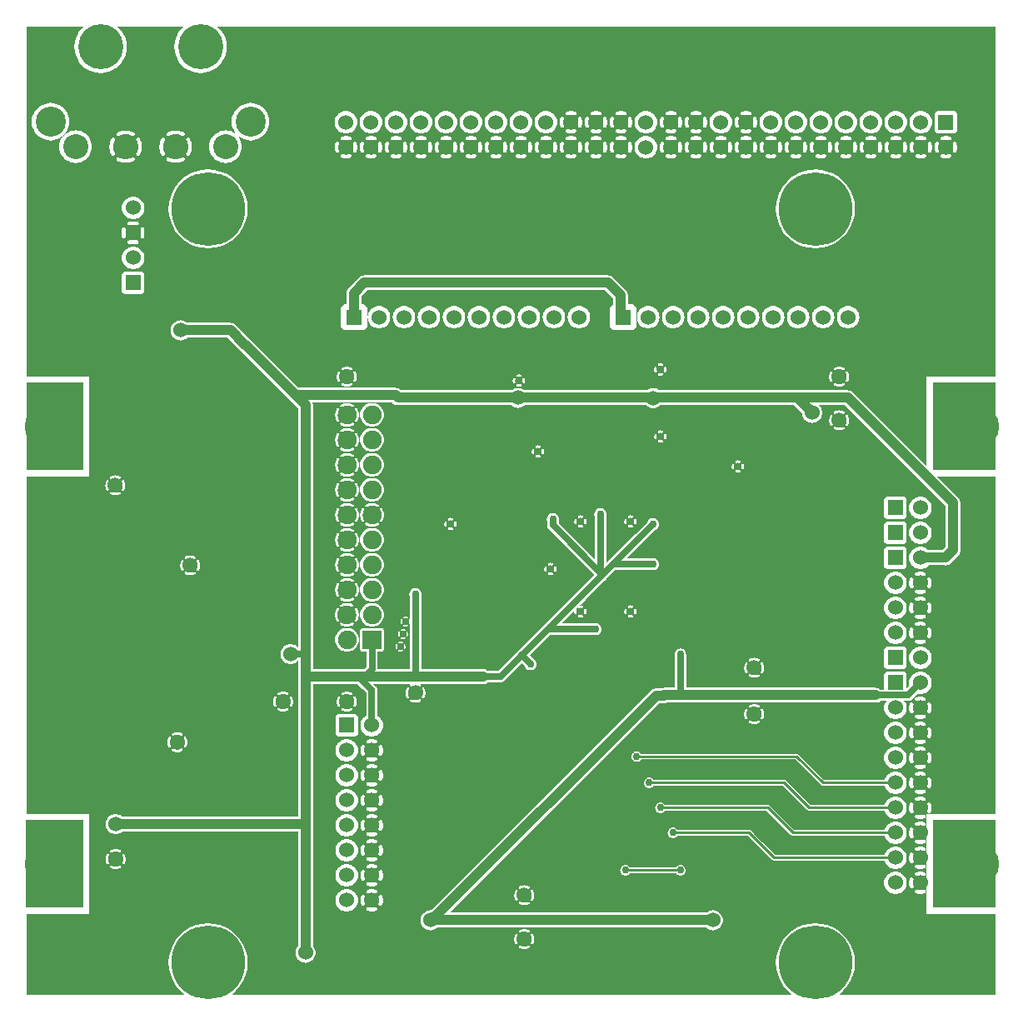
<source format=gbl>
G04 start of page 3 for group 1 idx 1 *
G04 Title: (unknown), solder *
G04 Creator: pcb 20110918 *
G04 CreationDate: Sun 22 Jun 2014 10:36:29 GMT UTC *
G04 For: michael *
G04 Format: Gerber/RS-274X *
G04 PCB-Dimensions: 393000 393700 *
G04 PCB-Coordinate-Origin: lower left *
%MOIN*%
%FSLAX25Y25*%
%LNBOTTOM*%
%ADD62C,0.0433*%
%ADD61C,0.1570*%
%ADD60C,0.0380*%
%ADD59C,0.0120*%
%ADD58C,0.0350*%
%ADD57C,0.1340*%
%ADD56C,0.0280*%
%ADD55C,0.1500*%
%ADD54C,0.0300*%
%ADD53C,0.2950*%
%ADD52C,0.0748*%
%ADD51C,0.1800*%
%ADD50C,0.1200*%
%ADD49C,0.1000*%
%ADD48C,0.0600*%
%ADD47C,0.0250*%
%ADD46C,0.0400*%
%ADD45C,0.0100*%
%ADD44C,0.0001*%
G54D44*G36*
X2500Y248700D02*X25000D01*
Y213700D01*
X2500D01*
Y248700D01*
G37*
G36*
X365000Y38700D02*Y73700D01*
X390000D01*
Y38700D01*
X365000D01*
G37*
G36*
X2000D02*Y73700D01*
X25000D01*
Y38700D01*
X2000D01*
G37*
G36*
X373813Y391200D02*X390000D01*
Y251200D01*
X373813D01*
Y340853D01*
X373856Y340860D01*
X373968Y340897D01*
X374073Y340952D01*
X374168Y341022D01*
X374251Y341106D01*
X374319Y341202D01*
X374370Y341308D01*
X374518Y341716D01*
X374622Y342137D01*
X374684Y342567D01*
X374705Y343000D01*
X374684Y343433D01*
X374622Y343863D01*
X374518Y344284D01*
X374375Y344694D01*
X374322Y344800D01*
X374253Y344896D01*
X374170Y344981D01*
X374075Y345051D01*
X373969Y345106D01*
X373857Y345143D01*
X373813Y345151D01*
Y348630D01*
X373883Y348659D01*
X374084Y348783D01*
X374264Y348936D01*
X374417Y349116D01*
X374541Y349317D01*
X374631Y349535D01*
X374686Y349765D01*
X374700Y350000D01*
X374686Y356235D01*
X374631Y356465D01*
X374541Y356683D01*
X374417Y356884D01*
X374264Y357064D01*
X374084Y357217D01*
X373883Y357341D01*
X373813Y357370D01*
Y391200D01*
G37*
G36*
Y251200D02*X370202D01*
Y338495D01*
X370633Y338516D01*
X371063Y338578D01*
X371484Y338682D01*
X371894Y338825D01*
X372000Y338878D01*
X372096Y338947D01*
X372181Y339030D01*
X372251Y339125D01*
X372306Y339231D01*
X372343Y339343D01*
X372363Y339460D01*
X372364Y339579D01*
X372346Y339696D01*
X372310Y339809D01*
X372257Y339915D01*
X372188Y340012D01*
X372105Y340096D01*
X372009Y340167D01*
X371904Y340221D01*
X371792Y340259D01*
X371675Y340278D01*
X371556Y340279D01*
X371439Y340261D01*
X371326Y340223D01*
X371055Y340124D01*
X370775Y340056D01*
X370489Y340014D01*
X370202Y340000D01*
Y346000D01*
X370489Y345986D01*
X370775Y345944D01*
X371055Y345876D01*
X371328Y345780D01*
X371439Y345742D01*
X371556Y345725D01*
X371674Y345725D01*
X371791Y345745D01*
X371903Y345782D01*
X372007Y345836D01*
X372102Y345906D01*
X372185Y345991D01*
X372254Y346087D01*
X372307Y346192D01*
X372343Y346305D01*
X372360Y346421D01*
X372359Y346539D01*
X372340Y346656D01*
X372303Y346768D01*
X372248Y346873D01*
X372178Y346968D01*
X372094Y347051D01*
X371998Y347119D01*
X371892Y347170D01*
X371484Y347318D01*
X371063Y347422D01*
X370633Y347484D01*
X370202Y347505D01*
Y348507D01*
X373435Y348514D01*
X373665Y348569D01*
X373813Y348630D01*
Y345151D01*
X373740Y345163D01*
X373621Y345164D01*
X373504Y345146D01*
X373391Y345110D01*
X373285Y345057D01*
X373188Y344988D01*
X373104Y344905D01*
X373033Y344809D01*
X372979Y344704D01*
X372941Y344592D01*
X372922Y344475D01*
X372921Y344356D01*
X372939Y344239D01*
X372977Y344126D01*
X373076Y343855D01*
X373144Y343575D01*
X373186Y343289D01*
X373200Y343000D01*
X373186Y342711D01*
X373144Y342425D01*
X373076Y342145D01*
X372980Y341872D01*
X372942Y341761D01*
X372925Y341644D01*
X372925Y341526D01*
X372945Y341409D01*
X372982Y341297D01*
X373036Y341193D01*
X373106Y341098D01*
X373191Y341015D01*
X373287Y340946D01*
X373392Y340893D01*
X373505Y340857D01*
X373621Y340840D01*
X373739Y340841D01*
X373813Y340853D01*
Y251200D01*
G37*
G36*
X370202Y391200D02*X373813D01*
Y357370D01*
X373665Y357431D01*
X373435Y357486D01*
X373200Y357500D01*
X370202Y357493D01*
Y391200D01*
G37*
G36*
X366587Y348630D02*X366735Y348569D01*
X366965Y348514D01*
X367200Y348500D01*
X370202Y348507D01*
Y347505D01*
X370200Y347505D01*
X369767Y347484D01*
X369337Y347422D01*
X368916Y347318D01*
X368506Y347175D01*
X368400Y347122D01*
X368304Y347053D01*
X368219Y346970D01*
X368149Y346875D01*
X368094Y346769D01*
X368057Y346657D01*
X368037Y346540D01*
X368036Y346421D01*
X368054Y346304D01*
X368090Y346191D01*
X368143Y346085D01*
X368212Y345988D01*
X368295Y345904D01*
X368391Y345833D01*
X368496Y345779D01*
X368608Y345741D01*
X368725Y345722D01*
X368844Y345721D01*
X368961Y345739D01*
X369074Y345777D01*
X369345Y345876D01*
X369625Y345944D01*
X369911Y345986D01*
X370200Y346000D01*
X370202Y346000D01*
Y340000D01*
X370200Y340000D01*
X369911Y340014D01*
X369625Y340056D01*
X369345Y340124D01*
X369072Y340220D01*
X368961Y340258D01*
X368844Y340275D01*
X368726Y340275D01*
X368609Y340255D01*
X368497Y340218D01*
X368393Y340164D01*
X368298Y340094D01*
X368215Y340009D01*
X368146Y339913D01*
X368093Y339808D01*
X368057Y339695D01*
X368040Y339579D01*
X368041Y339461D01*
X368060Y339344D01*
X368097Y339232D01*
X368152Y339127D01*
X368222Y339032D01*
X368306Y338949D01*
X368402Y338881D01*
X368508Y338830D01*
X368916Y338682D01*
X369337Y338578D01*
X369767Y338516D01*
X370200Y338495D01*
X370202Y338495D01*
Y251200D01*
X366587D01*
Y340849D01*
X366660Y340837D01*
X366779Y340836D01*
X366896Y340854D01*
X367009Y340890D01*
X367115Y340943D01*
X367212Y341012D01*
X367296Y341095D01*
X367367Y341191D01*
X367421Y341296D01*
X367459Y341408D01*
X367478Y341525D01*
X367479Y341644D01*
X367461Y341761D01*
X367423Y341874D01*
X367324Y342145D01*
X367256Y342425D01*
X367214Y342711D01*
X367200Y343000D01*
X367214Y343289D01*
X367256Y343575D01*
X367324Y343855D01*
X367420Y344128D01*
X367458Y344239D01*
X367475Y344356D01*
X367475Y344474D01*
X367455Y344591D01*
X367418Y344703D01*
X367364Y344807D01*
X367294Y344902D01*
X367209Y344985D01*
X367113Y345054D01*
X367008Y345107D01*
X366895Y345143D01*
X366779Y345160D01*
X366661Y345159D01*
X366587Y345147D01*
Y348630D01*
G37*
G36*
Y391200D02*X370202D01*
Y357493D01*
X366965Y357486D01*
X366735Y357431D01*
X366587Y357370D01*
Y391200D01*
G37*
G36*
X363813D02*X366587D01*
Y357370D01*
X366517Y357341D01*
X366316Y357217D01*
X366136Y357064D01*
X365983Y356884D01*
X365859Y356683D01*
X365769Y356465D01*
X365714Y356235D01*
X365700Y356000D01*
X365714Y349765D01*
X365769Y349535D01*
X365859Y349317D01*
X365983Y349116D01*
X366136Y348936D01*
X366316Y348783D01*
X366517Y348659D01*
X366587Y348630D01*
Y345147D01*
X366544Y345140D01*
X366432Y345103D01*
X366327Y345048D01*
X366232Y344978D01*
X366149Y344894D01*
X366081Y344798D01*
X366030Y344692D01*
X365882Y344284D01*
X365778Y343863D01*
X365716Y343433D01*
X365695Y343000D01*
X365716Y342567D01*
X365778Y342137D01*
X365882Y341716D01*
X366025Y341306D01*
X366078Y341200D01*
X366147Y341104D01*
X366230Y341019D01*
X366325Y340949D01*
X366431Y340894D01*
X366543Y340857D01*
X366587Y340849D01*
Y251200D01*
X363813D01*
Y340853D01*
X363856Y340860D01*
X363968Y340897D01*
X364073Y340952D01*
X364168Y341022D01*
X364251Y341106D01*
X364319Y341202D01*
X364370Y341308D01*
X364518Y341716D01*
X364622Y342137D01*
X364684Y342567D01*
X364705Y343000D01*
X364684Y343433D01*
X364622Y343863D01*
X364518Y344284D01*
X364375Y344694D01*
X364322Y344800D01*
X364253Y344896D01*
X364170Y344981D01*
X364075Y345051D01*
X363969Y345106D01*
X363857Y345143D01*
X363813Y345151D01*
Y350302D01*
X363852Y350347D01*
X364222Y350951D01*
X364493Y351605D01*
X364658Y352294D01*
X364700Y353000D01*
X364658Y353706D01*
X364493Y354395D01*
X364222Y355049D01*
X363852Y355653D01*
X363813Y355698D01*
Y391200D01*
G37*
G36*
Y251200D02*X362500D01*
Y215443D01*
X360002Y217941D01*
Y338504D01*
X360200Y338495D01*
X360633Y338516D01*
X361063Y338578D01*
X361484Y338682D01*
X361894Y338825D01*
X362000Y338878D01*
X362096Y338947D01*
X362181Y339030D01*
X362251Y339125D01*
X362306Y339231D01*
X362343Y339343D01*
X362363Y339460D01*
X362364Y339579D01*
X362346Y339696D01*
X362310Y339809D01*
X362257Y339915D01*
X362188Y340012D01*
X362105Y340096D01*
X362009Y340167D01*
X361904Y340221D01*
X361792Y340259D01*
X361675Y340278D01*
X361556Y340279D01*
X361439Y340261D01*
X361326Y340223D01*
X361055Y340124D01*
X360775Y340056D01*
X360489Y340014D01*
X360200Y340000D01*
X360002Y340010D01*
Y345990D01*
X360200Y346000D01*
X360489Y345986D01*
X360775Y345944D01*
X361055Y345876D01*
X361328Y345780D01*
X361439Y345742D01*
X361556Y345725D01*
X361674Y345725D01*
X361791Y345745D01*
X361903Y345782D01*
X362007Y345836D01*
X362102Y345906D01*
X362185Y345991D01*
X362254Y346087D01*
X362307Y346192D01*
X362343Y346305D01*
X362360Y346421D01*
X362359Y346539D01*
X362340Y346656D01*
X362303Y346768D01*
X362248Y346873D01*
X362178Y346968D01*
X362094Y347051D01*
X361998Y347119D01*
X361892Y347170D01*
X361484Y347318D01*
X361063Y347422D01*
X360633Y347484D01*
X360200Y347505D01*
X360002Y347496D01*
Y348502D01*
X360200Y348486D01*
X360906Y348542D01*
X361595Y348707D01*
X362249Y348978D01*
X362853Y349348D01*
X363392Y349808D01*
X363813Y350302D01*
Y345151D01*
X363740Y345163D01*
X363621Y345164D01*
X363504Y345146D01*
X363391Y345110D01*
X363285Y345057D01*
X363188Y344988D01*
X363104Y344905D01*
X363033Y344809D01*
X362979Y344704D01*
X362941Y344592D01*
X362922Y344475D01*
X362921Y344356D01*
X362939Y344239D01*
X362977Y344126D01*
X363076Y343855D01*
X363144Y343575D01*
X363186Y343289D01*
X363200Y343000D01*
X363186Y342711D01*
X363144Y342425D01*
X363076Y342145D01*
X362980Y341872D01*
X362942Y341761D01*
X362925Y341644D01*
X362925Y341526D01*
X362945Y341409D01*
X362982Y341297D01*
X363036Y341193D01*
X363106Y341098D01*
X363191Y341015D01*
X363287Y340946D01*
X363392Y340893D01*
X363505Y340857D01*
X363621Y340840D01*
X363739Y340841D01*
X363813Y340853D01*
Y251200D01*
G37*
G36*
X360002Y391200D02*X363813D01*
Y355698D01*
X363392Y356192D01*
X362853Y356652D01*
X362249Y357022D01*
X361595Y357293D01*
X360906Y357458D01*
X360200Y357514D01*
X360002Y357498D01*
Y391200D01*
G37*
G36*
X363613Y36200D02*X390000D01*
Y3700D01*
X363613D01*
Y36200D01*
G37*
G36*
Y175700D02*X369882D01*
X370000Y175691D01*
X370470Y175728D01*
X370471Y175728D01*
X370930Y175838D01*
X371366Y176019D01*
X371769Y176265D01*
X372128Y176572D01*
X372205Y176662D01*
X375038Y179496D01*
X375128Y179572D01*
X375434Y179931D01*
X375435Y179931D01*
X375681Y180334D01*
X375862Y180770D01*
X375972Y181229D01*
X376009Y181700D01*
X376000Y181818D01*
Y200582D01*
X376009Y200700D01*
X375972Y201171D01*
X375972Y201171D01*
X375862Y201630D01*
X375681Y202066D01*
X375435Y202469D01*
X375128Y202828D01*
X375038Y202904D01*
X366743Y211200D01*
X390000D01*
Y76200D01*
X363613D01*
Y76553D01*
X363656Y76560D01*
X363768Y76597D01*
X363873Y76652D01*
X363968Y76722D01*
X364051Y76806D01*
X364119Y76902D01*
X364170Y77008D01*
X364318Y77416D01*
X364422Y77837D01*
X364484Y78267D01*
X364505Y78700D01*
X364484Y79133D01*
X364422Y79563D01*
X364318Y79984D01*
X364175Y80394D01*
X364122Y80500D01*
X364053Y80596D01*
X363970Y80681D01*
X363875Y80751D01*
X363769Y80806D01*
X363657Y80843D01*
X363613Y80851D01*
Y86553D01*
X363656Y86560D01*
X363768Y86597D01*
X363873Y86652D01*
X363968Y86722D01*
X364051Y86806D01*
X364119Y86902D01*
X364170Y87008D01*
X364318Y87416D01*
X364422Y87837D01*
X364484Y88267D01*
X364505Y88700D01*
X364484Y89133D01*
X364422Y89563D01*
X364318Y89984D01*
X364175Y90394D01*
X364122Y90500D01*
X364053Y90596D01*
X363970Y90681D01*
X363875Y90751D01*
X363769Y90806D01*
X363657Y90843D01*
X363613Y90851D01*
Y96553D01*
X363656Y96560D01*
X363768Y96597D01*
X363873Y96652D01*
X363968Y96722D01*
X364051Y96806D01*
X364119Y96902D01*
X364170Y97008D01*
X364318Y97416D01*
X364422Y97837D01*
X364484Y98267D01*
X364505Y98700D01*
X364484Y99133D01*
X364422Y99563D01*
X364318Y99984D01*
X364175Y100394D01*
X364122Y100500D01*
X364053Y100596D01*
X363970Y100681D01*
X363875Y100751D01*
X363769Y100806D01*
X363657Y100843D01*
X363613Y100851D01*
Y106553D01*
X363656Y106560D01*
X363768Y106597D01*
X363873Y106652D01*
X363968Y106722D01*
X364051Y106806D01*
X364119Y106902D01*
X364170Y107008D01*
X364318Y107416D01*
X364422Y107837D01*
X364484Y108267D01*
X364505Y108700D01*
X364484Y109133D01*
X364422Y109563D01*
X364318Y109984D01*
X364175Y110394D01*
X364122Y110500D01*
X364053Y110596D01*
X363970Y110681D01*
X363875Y110751D01*
X363769Y110806D01*
X363657Y110843D01*
X363613Y110851D01*
Y116553D01*
X363656Y116560D01*
X363768Y116597D01*
X363873Y116652D01*
X363968Y116722D01*
X364051Y116806D01*
X364119Y116902D01*
X364170Y117008D01*
X364318Y117416D01*
X364422Y117837D01*
X364484Y118267D01*
X364505Y118700D01*
X364484Y119133D01*
X364422Y119563D01*
X364318Y119984D01*
X364175Y120394D01*
X364122Y120500D01*
X364053Y120596D01*
X363970Y120681D01*
X363875Y120751D01*
X363769Y120806D01*
X363657Y120843D01*
X363613Y120851D01*
Y126002D01*
X363652Y126047D01*
X364022Y126651D01*
X364293Y127305D01*
X364458Y127994D01*
X364500Y128700D01*
X364458Y129406D01*
X364293Y130095D01*
X364022Y130749D01*
X363652Y131353D01*
X363613Y131398D01*
Y136002D01*
X363652Y136047D01*
X364022Y136651D01*
X364293Y137305D01*
X364458Y137994D01*
X364500Y138700D01*
X364458Y139406D01*
X364293Y140095D01*
X364022Y140749D01*
X363652Y141353D01*
X363613Y141398D01*
Y146553D01*
X363656Y146560D01*
X363768Y146597D01*
X363873Y146652D01*
X363968Y146722D01*
X364051Y146806D01*
X364119Y146902D01*
X364170Y147008D01*
X364318Y147416D01*
X364422Y147837D01*
X364484Y148267D01*
X364505Y148700D01*
X364484Y149133D01*
X364422Y149563D01*
X364318Y149984D01*
X364175Y150394D01*
X364122Y150500D01*
X364053Y150596D01*
X363970Y150681D01*
X363875Y150751D01*
X363769Y150806D01*
X363657Y150843D01*
X363613Y150851D01*
Y156553D01*
X363656Y156560D01*
X363768Y156597D01*
X363873Y156652D01*
X363968Y156722D01*
X364051Y156806D01*
X364119Y156902D01*
X364170Y157008D01*
X364318Y157416D01*
X364422Y157837D01*
X364484Y158267D01*
X364505Y158700D01*
X364484Y159133D01*
X364422Y159563D01*
X364318Y159984D01*
X364175Y160394D01*
X364122Y160500D01*
X364053Y160596D01*
X363970Y160681D01*
X363875Y160751D01*
X363769Y160806D01*
X363657Y160843D01*
X363613Y160851D01*
Y166553D01*
X363656Y166560D01*
X363768Y166597D01*
X363873Y166652D01*
X363968Y166722D01*
X364051Y166806D01*
X364119Y166902D01*
X364170Y167008D01*
X364318Y167416D01*
X364422Y167837D01*
X364484Y168267D01*
X364505Y168700D01*
X364484Y169133D01*
X364422Y169563D01*
X364318Y169984D01*
X364175Y170394D01*
X364122Y170500D01*
X364053Y170596D01*
X363970Y170681D01*
X363875Y170751D01*
X363769Y170806D01*
X363657Y170843D01*
X363613Y170851D01*
Y175700D01*
G37*
G36*
Y131398D02*X363192Y131892D01*
X362653Y132352D01*
X362049Y132722D01*
X361395Y132993D01*
X360706Y133158D01*
X360002Y133214D01*
Y134186D01*
X360706Y134242D01*
X361395Y134407D01*
X362049Y134678D01*
X362653Y135048D01*
X363192Y135508D01*
X363613Y136002D01*
Y131398D01*
G37*
G36*
Y76200D02*X362500D01*
Y36200D01*
X363613D01*
Y3700D01*
X360002D01*
Y44195D01*
X360433Y44216D01*
X360863Y44278D01*
X361284Y44382D01*
X361694Y44525D01*
X361800Y44578D01*
X361896Y44647D01*
X361981Y44730D01*
X362051Y44825D01*
X362106Y44931D01*
X362143Y45043D01*
X362163Y45160D01*
X362164Y45279D01*
X362146Y45396D01*
X362110Y45509D01*
X362057Y45615D01*
X361988Y45712D01*
X361905Y45796D01*
X361809Y45867D01*
X361704Y45921D01*
X361592Y45959D01*
X361475Y45978D01*
X361356Y45979D01*
X361239Y45961D01*
X361126Y45923D01*
X360855Y45824D01*
X360575Y45756D01*
X360289Y45714D01*
X360002Y45700D01*
Y51700D01*
X360289Y51686D01*
X360575Y51644D01*
X360855Y51576D01*
X361128Y51480D01*
X361239Y51442D01*
X361356Y51425D01*
X361474Y51425D01*
X361591Y51445D01*
X361703Y51482D01*
X361807Y51536D01*
X361902Y51606D01*
X361985Y51691D01*
X362054Y51787D01*
X362107Y51892D01*
X362143Y52005D01*
X362160Y52121D01*
X362159Y52239D01*
X362140Y52356D01*
X362103Y52468D01*
X362048Y52573D01*
X361978Y52668D01*
X361894Y52751D01*
X361798Y52819D01*
X361692Y52870D01*
X361284Y53018D01*
X360863Y53122D01*
X360433Y53184D01*
X360002Y53205D01*
Y54195D01*
X360433Y54216D01*
X360863Y54278D01*
X361284Y54382D01*
X361694Y54525D01*
X361800Y54578D01*
X361896Y54647D01*
X361981Y54730D01*
X362051Y54825D01*
X362106Y54931D01*
X362143Y55043D01*
X362163Y55160D01*
X362164Y55279D01*
X362146Y55396D01*
X362110Y55509D01*
X362057Y55615D01*
X361988Y55712D01*
X361905Y55796D01*
X361809Y55867D01*
X361704Y55921D01*
X361592Y55959D01*
X361475Y55978D01*
X361356Y55979D01*
X361239Y55961D01*
X361126Y55923D01*
X360855Y55824D01*
X360575Y55756D01*
X360289Y55714D01*
X360002Y55700D01*
Y61700D01*
X360289Y61686D01*
X360575Y61644D01*
X360855Y61576D01*
X361128Y61480D01*
X361239Y61442D01*
X361356Y61425D01*
X361474Y61425D01*
X361591Y61445D01*
X361703Y61482D01*
X361807Y61536D01*
X361902Y61606D01*
X361985Y61691D01*
X362054Y61787D01*
X362107Y61892D01*
X362143Y62005D01*
X362160Y62121D01*
X362159Y62239D01*
X362140Y62356D01*
X362103Y62468D01*
X362048Y62573D01*
X361978Y62668D01*
X361894Y62751D01*
X361798Y62819D01*
X361692Y62870D01*
X361284Y63018D01*
X360863Y63122D01*
X360433Y63184D01*
X360002Y63205D01*
Y64195D01*
X360433Y64216D01*
X360863Y64278D01*
X361284Y64382D01*
X361694Y64525D01*
X361800Y64578D01*
X361896Y64647D01*
X361981Y64730D01*
X362051Y64825D01*
X362106Y64931D01*
X362143Y65043D01*
X362163Y65160D01*
X362164Y65279D01*
X362146Y65396D01*
X362110Y65509D01*
X362057Y65615D01*
X361988Y65712D01*
X361905Y65796D01*
X361809Y65867D01*
X361704Y65921D01*
X361592Y65959D01*
X361475Y65978D01*
X361356Y65979D01*
X361239Y65961D01*
X361126Y65923D01*
X360855Y65824D01*
X360575Y65756D01*
X360289Y65714D01*
X360002Y65700D01*
Y71700D01*
X360289Y71686D01*
X360575Y71644D01*
X360855Y71576D01*
X361128Y71480D01*
X361239Y71442D01*
X361356Y71425D01*
X361474Y71425D01*
X361591Y71445D01*
X361703Y71482D01*
X361807Y71536D01*
X361902Y71606D01*
X361985Y71691D01*
X362054Y71787D01*
X362107Y71892D01*
X362143Y72005D01*
X362160Y72121D01*
X362159Y72239D01*
X362140Y72356D01*
X362103Y72468D01*
X362048Y72573D01*
X361978Y72668D01*
X361894Y72751D01*
X361798Y72819D01*
X361692Y72870D01*
X361284Y73018D01*
X360863Y73122D01*
X360433Y73184D01*
X360002Y73205D01*
Y74195D01*
X360433Y74216D01*
X360863Y74278D01*
X361284Y74382D01*
X361694Y74525D01*
X361800Y74578D01*
X361896Y74647D01*
X361981Y74730D01*
X362051Y74825D01*
X362106Y74931D01*
X362143Y75043D01*
X362163Y75160D01*
X362164Y75279D01*
X362146Y75396D01*
X362110Y75509D01*
X362057Y75615D01*
X361988Y75712D01*
X361905Y75796D01*
X361809Y75867D01*
X361704Y75921D01*
X361592Y75959D01*
X361475Y75978D01*
X361356Y75979D01*
X361239Y75961D01*
X361126Y75923D01*
X360855Y75824D01*
X360575Y75756D01*
X360289Y75714D01*
X360002Y75700D01*
Y81700D01*
X360289Y81686D01*
X360575Y81644D01*
X360855Y81576D01*
X361128Y81480D01*
X361239Y81442D01*
X361356Y81425D01*
X361474Y81425D01*
X361591Y81445D01*
X361703Y81482D01*
X361807Y81536D01*
X361902Y81606D01*
X361985Y81691D01*
X362054Y81787D01*
X362107Y81892D01*
X362143Y82005D01*
X362160Y82121D01*
X362159Y82239D01*
X362140Y82356D01*
X362103Y82468D01*
X362048Y82573D01*
X361978Y82668D01*
X361894Y82751D01*
X361798Y82819D01*
X361692Y82870D01*
X361284Y83018D01*
X360863Y83122D01*
X360433Y83184D01*
X360002Y83205D01*
Y84195D01*
X360433Y84216D01*
X360863Y84278D01*
X361284Y84382D01*
X361694Y84525D01*
X361800Y84578D01*
X361896Y84647D01*
X361981Y84730D01*
X362051Y84825D01*
X362106Y84931D01*
X362143Y85043D01*
X362163Y85160D01*
X362164Y85279D01*
X362146Y85396D01*
X362110Y85509D01*
X362057Y85615D01*
X361988Y85712D01*
X361905Y85796D01*
X361809Y85867D01*
X361704Y85921D01*
X361592Y85959D01*
X361475Y85978D01*
X361356Y85979D01*
X361239Y85961D01*
X361126Y85923D01*
X360855Y85824D01*
X360575Y85756D01*
X360289Y85714D01*
X360002Y85700D01*
Y91700D01*
X360289Y91686D01*
X360575Y91644D01*
X360855Y91576D01*
X361128Y91480D01*
X361239Y91442D01*
X361356Y91425D01*
X361474Y91425D01*
X361591Y91445D01*
X361703Y91482D01*
X361807Y91536D01*
X361902Y91606D01*
X361985Y91691D01*
X362054Y91787D01*
X362107Y91892D01*
X362143Y92005D01*
X362160Y92121D01*
X362159Y92239D01*
X362140Y92356D01*
X362103Y92468D01*
X362048Y92573D01*
X361978Y92668D01*
X361894Y92751D01*
X361798Y92819D01*
X361692Y92870D01*
X361284Y93018D01*
X360863Y93122D01*
X360433Y93184D01*
X360002Y93205D01*
Y94195D01*
X360433Y94216D01*
X360863Y94278D01*
X361284Y94382D01*
X361694Y94525D01*
X361800Y94578D01*
X361896Y94647D01*
X361981Y94730D01*
X362051Y94825D01*
X362106Y94931D01*
X362143Y95043D01*
X362163Y95160D01*
X362164Y95279D01*
X362146Y95396D01*
X362110Y95509D01*
X362057Y95615D01*
X361988Y95712D01*
X361905Y95796D01*
X361809Y95867D01*
X361704Y95921D01*
X361592Y95959D01*
X361475Y95978D01*
X361356Y95979D01*
X361239Y95961D01*
X361126Y95923D01*
X360855Y95824D01*
X360575Y95756D01*
X360289Y95714D01*
X360002Y95700D01*
Y101700D01*
X360289Y101686D01*
X360575Y101644D01*
X360855Y101576D01*
X361128Y101480D01*
X361239Y101442D01*
X361356Y101425D01*
X361474Y101425D01*
X361591Y101445D01*
X361703Y101482D01*
X361807Y101536D01*
X361902Y101606D01*
X361985Y101691D01*
X362054Y101787D01*
X362107Y101892D01*
X362143Y102005D01*
X362160Y102121D01*
X362159Y102239D01*
X362140Y102356D01*
X362103Y102468D01*
X362048Y102573D01*
X361978Y102668D01*
X361894Y102751D01*
X361798Y102819D01*
X361692Y102870D01*
X361284Y103018D01*
X360863Y103122D01*
X360433Y103184D01*
X360002Y103205D01*
Y104195D01*
X360433Y104216D01*
X360863Y104278D01*
X361284Y104382D01*
X361694Y104525D01*
X361800Y104578D01*
X361896Y104647D01*
X361981Y104730D01*
X362051Y104825D01*
X362106Y104931D01*
X362143Y105043D01*
X362163Y105160D01*
X362164Y105279D01*
X362146Y105396D01*
X362110Y105509D01*
X362057Y105615D01*
X361988Y105712D01*
X361905Y105796D01*
X361809Y105867D01*
X361704Y105921D01*
X361592Y105959D01*
X361475Y105978D01*
X361356Y105979D01*
X361239Y105961D01*
X361126Y105923D01*
X360855Y105824D01*
X360575Y105756D01*
X360289Y105714D01*
X360002Y105700D01*
Y111700D01*
X360289Y111686D01*
X360575Y111644D01*
X360855Y111576D01*
X361128Y111480D01*
X361239Y111442D01*
X361356Y111425D01*
X361474Y111425D01*
X361591Y111445D01*
X361703Y111482D01*
X361807Y111536D01*
X361902Y111606D01*
X361985Y111691D01*
X362054Y111787D01*
X362107Y111892D01*
X362143Y112005D01*
X362160Y112121D01*
X362159Y112239D01*
X362140Y112356D01*
X362103Y112468D01*
X362048Y112573D01*
X361978Y112668D01*
X361894Y112751D01*
X361798Y112819D01*
X361692Y112870D01*
X361284Y113018D01*
X360863Y113122D01*
X360433Y113184D01*
X360002Y113205D01*
Y114195D01*
X360433Y114216D01*
X360863Y114278D01*
X361284Y114382D01*
X361694Y114525D01*
X361800Y114578D01*
X361896Y114647D01*
X361981Y114730D01*
X362051Y114825D01*
X362106Y114931D01*
X362143Y115043D01*
X362163Y115160D01*
X362164Y115279D01*
X362146Y115396D01*
X362110Y115509D01*
X362057Y115615D01*
X361988Y115712D01*
X361905Y115796D01*
X361809Y115867D01*
X361704Y115921D01*
X361592Y115959D01*
X361475Y115978D01*
X361356Y115979D01*
X361239Y115961D01*
X361126Y115923D01*
X360855Y115824D01*
X360575Y115756D01*
X360289Y115714D01*
X360002Y115700D01*
Y121700D01*
X360289Y121686D01*
X360575Y121644D01*
X360855Y121576D01*
X361128Y121480D01*
X361239Y121442D01*
X361356Y121425D01*
X361474Y121425D01*
X361591Y121445D01*
X361703Y121482D01*
X361807Y121536D01*
X361902Y121606D01*
X361985Y121691D01*
X362054Y121787D01*
X362107Y121892D01*
X362143Y122005D01*
X362160Y122121D01*
X362159Y122239D01*
X362140Y122356D01*
X362103Y122468D01*
X362048Y122573D01*
X361978Y122668D01*
X361894Y122751D01*
X361798Y122819D01*
X361692Y122870D01*
X361284Y123018D01*
X360863Y123122D01*
X360433Y123184D01*
X360002Y123205D01*
Y124186D01*
X360706Y124242D01*
X361395Y124407D01*
X362049Y124678D01*
X362653Y125048D01*
X363192Y125508D01*
X363613Y126002D01*
Y120851D01*
X363540Y120863D01*
X363421Y120864D01*
X363304Y120846D01*
X363191Y120810D01*
X363085Y120757D01*
X362988Y120688D01*
X362904Y120605D01*
X362833Y120509D01*
X362779Y120404D01*
X362741Y120292D01*
X362722Y120175D01*
X362721Y120056D01*
X362739Y119939D01*
X362777Y119826D01*
X362876Y119555D01*
X362944Y119275D01*
X362986Y118989D01*
X363000Y118700D01*
X362986Y118411D01*
X362944Y118125D01*
X362876Y117845D01*
X362780Y117572D01*
X362742Y117461D01*
X362725Y117344D01*
X362725Y117226D01*
X362745Y117109D01*
X362782Y116997D01*
X362836Y116893D01*
X362906Y116798D01*
X362991Y116715D01*
X363087Y116646D01*
X363192Y116593D01*
X363305Y116557D01*
X363421Y116540D01*
X363539Y116541D01*
X363613Y116553D01*
Y110851D01*
X363540Y110863D01*
X363421Y110864D01*
X363304Y110846D01*
X363191Y110810D01*
X363085Y110757D01*
X362988Y110688D01*
X362904Y110605D01*
X362833Y110509D01*
X362779Y110404D01*
X362741Y110292D01*
X362722Y110175D01*
X362721Y110056D01*
X362739Y109939D01*
X362777Y109826D01*
X362876Y109555D01*
X362944Y109275D01*
X362986Y108989D01*
X363000Y108700D01*
X362986Y108411D01*
X362944Y108125D01*
X362876Y107845D01*
X362780Y107572D01*
X362742Y107461D01*
X362725Y107344D01*
X362725Y107226D01*
X362745Y107109D01*
X362782Y106997D01*
X362836Y106893D01*
X362906Y106798D01*
X362991Y106715D01*
X363087Y106646D01*
X363192Y106593D01*
X363305Y106557D01*
X363421Y106540D01*
X363539Y106541D01*
X363613Y106553D01*
Y100851D01*
X363540Y100863D01*
X363421Y100864D01*
X363304Y100846D01*
X363191Y100810D01*
X363085Y100757D01*
X362988Y100688D01*
X362904Y100605D01*
X362833Y100509D01*
X362779Y100404D01*
X362741Y100292D01*
X362722Y100175D01*
X362721Y100056D01*
X362739Y99939D01*
X362777Y99826D01*
X362876Y99555D01*
X362944Y99275D01*
X362986Y98989D01*
X363000Y98700D01*
X362986Y98411D01*
X362944Y98125D01*
X362876Y97845D01*
X362780Y97572D01*
X362742Y97461D01*
X362725Y97344D01*
X362725Y97226D01*
X362745Y97109D01*
X362782Y96997D01*
X362836Y96893D01*
X362906Y96798D01*
X362991Y96715D01*
X363087Y96646D01*
X363192Y96593D01*
X363305Y96557D01*
X363421Y96540D01*
X363539Y96541D01*
X363613Y96553D01*
Y90851D01*
X363540Y90863D01*
X363421Y90864D01*
X363304Y90846D01*
X363191Y90810D01*
X363085Y90757D01*
X362988Y90688D01*
X362904Y90605D01*
X362833Y90509D01*
X362779Y90404D01*
X362741Y90292D01*
X362722Y90175D01*
X362721Y90056D01*
X362739Y89939D01*
X362777Y89826D01*
X362876Y89555D01*
X362944Y89275D01*
X362986Y88989D01*
X363000Y88700D01*
X362986Y88411D01*
X362944Y88125D01*
X362876Y87845D01*
X362780Y87572D01*
X362742Y87461D01*
X362725Y87344D01*
X362725Y87226D01*
X362745Y87109D01*
X362782Y86997D01*
X362836Y86893D01*
X362906Y86798D01*
X362991Y86715D01*
X363087Y86646D01*
X363192Y86593D01*
X363305Y86557D01*
X363421Y86540D01*
X363539Y86541D01*
X363613Y86553D01*
Y80851D01*
X363540Y80863D01*
X363421Y80864D01*
X363304Y80846D01*
X363191Y80810D01*
X363085Y80757D01*
X362988Y80688D01*
X362904Y80605D01*
X362833Y80509D01*
X362779Y80404D01*
X362741Y80292D01*
X362722Y80175D01*
X362721Y80056D01*
X362739Y79939D01*
X362777Y79826D01*
X362876Y79555D01*
X362944Y79275D01*
X362986Y78989D01*
X363000Y78700D01*
X362986Y78411D01*
X362944Y78125D01*
X362876Y77845D01*
X362780Y77572D01*
X362742Y77461D01*
X362725Y77344D01*
X362725Y77226D01*
X362745Y77109D01*
X362782Y76997D01*
X362836Y76893D01*
X362906Y76798D01*
X362991Y76715D01*
X363087Y76646D01*
X363192Y76593D01*
X363305Y76557D01*
X363421Y76540D01*
X363539Y76541D01*
X363613Y76553D01*
Y76200D01*
G37*
G36*
X360002Y174186D02*X360706Y174242D01*
X361395Y174407D01*
X362049Y174678D01*
X362653Y175048D01*
X363192Y175508D01*
X363356Y175700D01*
X363613D01*
Y170851D01*
X363540Y170863D01*
X363421Y170864D01*
X363304Y170846D01*
X363191Y170810D01*
X363085Y170757D01*
X362988Y170688D01*
X362904Y170605D01*
X362833Y170509D01*
X362779Y170404D01*
X362741Y170292D01*
X362722Y170175D01*
X362721Y170056D01*
X362739Y169939D01*
X362777Y169826D01*
X362876Y169555D01*
X362944Y169275D01*
X362986Y168989D01*
X363000Y168700D01*
X362986Y168411D01*
X362944Y168125D01*
X362876Y167845D01*
X362780Y167572D01*
X362742Y167461D01*
X362725Y167344D01*
X362725Y167226D01*
X362745Y167109D01*
X362782Y166997D01*
X362836Y166893D01*
X362906Y166798D01*
X362991Y166715D01*
X363087Y166646D01*
X363192Y166593D01*
X363305Y166557D01*
X363421Y166540D01*
X363539Y166541D01*
X363613Y166553D01*
Y160851D01*
X363540Y160863D01*
X363421Y160864D01*
X363304Y160846D01*
X363191Y160810D01*
X363085Y160757D01*
X362988Y160688D01*
X362904Y160605D01*
X362833Y160509D01*
X362779Y160404D01*
X362741Y160292D01*
X362722Y160175D01*
X362721Y160056D01*
X362739Y159939D01*
X362777Y159826D01*
X362876Y159555D01*
X362944Y159275D01*
X362986Y158989D01*
X363000Y158700D01*
X362986Y158411D01*
X362944Y158125D01*
X362876Y157845D01*
X362780Y157572D01*
X362742Y157461D01*
X362725Y157344D01*
X362725Y157226D01*
X362745Y157109D01*
X362782Y156997D01*
X362836Y156893D01*
X362906Y156798D01*
X362991Y156715D01*
X363087Y156646D01*
X363192Y156593D01*
X363305Y156557D01*
X363421Y156540D01*
X363539Y156541D01*
X363613Y156553D01*
Y150851D01*
X363540Y150863D01*
X363421Y150864D01*
X363304Y150846D01*
X363191Y150810D01*
X363085Y150757D01*
X362988Y150688D01*
X362904Y150605D01*
X362833Y150509D01*
X362779Y150404D01*
X362741Y150292D01*
X362722Y150175D01*
X362721Y150056D01*
X362739Y149939D01*
X362777Y149826D01*
X362876Y149555D01*
X362944Y149275D01*
X362986Y148989D01*
X363000Y148700D01*
X362986Y148411D01*
X362944Y148125D01*
X362876Y147845D01*
X362780Y147572D01*
X362742Y147461D01*
X362725Y147344D01*
X362725Y147226D01*
X362745Y147109D01*
X362782Y146997D01*
X362836Y146893D01*
X362906Y146798D01*
X362991Y146715D01*
X363087Y146646D01*
X363192Y146593D01*
X363305Y146557D01*
X363421Y146540D01*
X363539Y146541D01*
X363613Y146553D01*
Y141398D01*
X363192Y141892D01*
X362653Y142352D01*
X362049Y142722D01*
X361395Y142993D01*
X360706Y143158D01*
X360002Y143214D01*
Y144195D01*
X360433Y144216D01*
X360863Y144278D01*
X361284Y144382D01*
X361694Y144525D01*
X361800Y144578D01*
X361896Y144647D01*
X361981Y144730D01*
X362051Y144825D01*
X362106Y144931D01*
X362143Y145043D01*
X362163Y145160D01*
X362164Y145279D01*
X362146Y145396D01*
X362110Y145509D01*
X362057Y145615D01*
X361988Y145712D01*
X361905Y145796D01*
X361809Y145867D01*
X361704Y145921D01*
X361592Y145959D01*
X361475Y145978D01*
X361356Y145979D01*
X361239Y145961D01*
X361126Y145923D01*
X360855Y145824D01*
X360575Y145756D01*
X360289Y145714D01*
X360002Y145700D01*
Y151700D01*
X360289Y151686D01*
X360575Y151644D01*
X360855Y151576D01*
X361128Y151480D01*
X361239Y151442D01*
X361356Y151425D01*
X361474Y151425D01*
X361591Y151445D01*
X361703Y151482D01*
X361807Y151536D01*
X361902Y151606D01*
X361985Y151691D01*
X362054Y151787D01*
X362107Y151892D01*
X362143Y152005D01*
X362160Y152121D01*
X362159Y152239D01*
X362140Y152356D01*
X362103Y152468D01*
X362048Y152573D01*
X361978Y152668D01*
X361894Y152751D01*
X361798Y152819D01*
X361692Y152870D01*
X361284Y153018D01*
X360863Y153122D01*
X360433Y153184D01*
X360002Y153205D01*
Y154195D01*
X360433Y154216D01*
X360863Y154278D01*
X361284Y154382D01*
X361694Y154525D01*
X361800Y154578D01*
X361896Y154647D01*
X361981Y154730D01*
X362051Y154825D01*
X362106Y154931D01*
X362143Y155043D01*
X362163Y155160D01*
X362164Y155279D01*
X362146Y155396D01*
X362110Y155509D01*
X362057Y155615D01*
X361988Y155712D01*
X361905Y155796D01*
X361809Y155867D01*
X361704Y155921D01*
X361592Y155959D01*
X361475Y155978D01*
X361356Y155979D01*
X361239Y155961D01*
X361126Y155923D01*
X360855Y155824D01*
X360575Y155756D01*
X360289Y155714D01*
X360002Y155700D01*
Y161700D01*
X360289Y161686D01*
X360575Y161644D01*
X360855Y161576D01*
X361128Y161480D01*
X361239Y161442D01*
X361356Y161425D01*
X361474Y161425D01*
X361591Y161445D01*
X361703Y161482D01*
X361807Y161536D01*
X361902Y161606D01*
X361985Y161691D01*
X362054Y161787D01*
X362107Y161892D01*
X362143Y162005D01*
X362160Y162121D01*
X362159Y162239D01*
X362140Y162356D01*
X362103Y162468D01*
X362048Y162573D01*
X361978Y162668D01*
X361894Y162751D01*
X361798Y162819D01*
X361692Y162870D01*
X361284Y163018D01*
X360863Y163122D01*
X360433Y163184D01*
X360002Y163205D01*
Y164195D01*
X360433Y164216D01*
X360863Y164278D01*
X361284Y164382D01*
X361694Y164525D01*
X361800Y164578D01*
X361896Y164647D01*
X361981Y164730D01*
X362051Y164825D01*
X362106Y164931D01*
X362143Y165043D01*
X362163Y165160D01*
X362164Y165279D01*
X362146Y165396D01*
X362110Y165509D01*
X362057Y165615D01*
X361988Y165712D01*
X361905Y165796D01*
X361809Y165867D01*
X361704Y165921D01*
X361592Y165959D01*
X361475Y165978D01*
X361356Y165979D01*
X361239Y165961D01*
X361126Y165923D01*
X360855Y165824D01*
X360575Y165756D01*
X360289Y165714D01*
X360002Y165700D01*
Y171700D01*
X360289Y171686D01*
X360575Y171644D01*
X360855Y171576D01*
X361128Y171480D01*
X361239Y171442D01*
X361356Y171425D01*
X361474Y171425D01*
X361591Y171445D01*
X361703Y171482D01*
X361807Y171536D01*
X361902Y171606D01*
X361985Y171691D01*
X362054Y171787D01*
X362107Y171892D01*
X362143Y172005D01*
X362160Y172121D01*
X362159Y172239D01*
X362140Y172356D01*
X362103Y172468D01*
X362048Y172573D01*
X361978Y172668D01*
X361894Y172751D01*
X361798Y172819D01*
X361692Y172870D01*
X361284Y173018D01*
X360863Y173122D01*
X360433Y173184D01*
X360002Y173205D01*
Y174186D01*
G37*
G36*
Y209456D02*X370000Y199457D01*
Y182943D01*
X368757Y181700D01*
X363356D01*
X363192Y181892D01*
X362653Y182352D01*
X362049Y182722D01*
X361395Y182993D01*
X360706Y183158D01*
X360002Y183214D01*
Y184186D01*
X360706Y184242D01*
X361395Y184407D01*
X362049Y184678D01*
X362653Y185048D01*
X363192Y185508D01*
X363652Y186047D01*
X364022Y186651D01*
X364293Y187305D01*
X364458Y187994D01*
X364500Y188700D01*
X364458Y189406D01*
X364293Y190095D01*
X364022Y190749D01*
X363652Y191353D01*
X363192Y191892D01*
X362653Y192352D01*
X362049Y192722D01*
X361395Y192993D01*
X360706Y193158D01*
X360002Y193214D01*
Y194186D01*
X360706Y194242D01*
X361395Y194407D01*
X362049Y194678D01*
X362653Y195048D01*
X363192Y195508D01*
X363652Y196047D01*
X364022Y196651D01*
X364293Y197305D01*
X364458Y197994D01*
X364500Y198700D01*
X364458Y199406D01*
X364293Y200095D01*
X364022Y200749D01*
X363652Y201353D01*
X363192Y201892D01*
X362653Y202352D01*
X362049Y202722D01*
X361395Y202993D01*
X360706Y203158D01*
X360002Y203214D01*
Y209456D01*
G37*
G36*
X356387Y350610D02*X356548Y350347D01*
X357008Y349808D01*
X357547Y349348D01*
X358151Y348978D01*
X358805Y348707D01*
X359494Y348542D01*
X360002Y348502D01*
Y347496D01*
X359767Y347484D01*
X359337Y347422D01*
X358916Y347318D01*
X358506Y347175D01*
X358400Y347122D01*
X358304Y347053D01*
X358219Y346970D01*
X358149Y346875D01*
X358094Y346769D01*
X358057Y346657D01*
X358037Y346540D01*
X358036Y346421D01*
X358054Y346304D01*
X358090Y346191D01*
X358143Y346085D01*
X358212Y345988D01*
X358295Y345904D01*
X358391Y345833D01*
X358496Y345779D01*
X358608Y345741D01*
X358725Y345722D01*
X358844Y345721D01*
X358961Y345739D01*
X359074Y345777D01*
X359345Y345876D01*
X359625Y345944D01*
X359911Y345986D01*
X360002Y345990D01*
Y340010D01*
X359911Y340014D01*
X359625Y340056D01*
X359345Y340124D01*
X359072Y340220D01*
X358961Y340258D01*
X358844Y340275D01*
X358726Y340275D01*
X358609Y340255D01*
X358497Y340218D01*
X358393Y340164D01*
X358298Y340094D01*
X358215Y340009D01*
X358146Y339913D01*
X358093Y339808D01*
X358057Y339695D01*
X358040Y339579D01*
X358041Y339461D01*
X358060Y339344D01*
X358097Y339232D01*
X358152Y339127D01*
X358222Y339032D01*
X358306Y338949D01*
X358402Y338881D01*
X358508Y338830D01*
X358916Y338682D01*
X359337Y338578D01*
X359767Y338516D01*
X360002Y338504D01*
Y217941D01*
X356387Y221556D01*
Y340917D01*
X356431Y340894D01*
X356543Y340857D01*
X356660Y340837D01*
X356779Y340836D01*
X356896Y340854D01*
X357009Y340890D01*
X357115Y340943D01*
X357212Y341012D01*
X357296Y341095D01*
X357367Y341191D01*
X357421Y341296D01*
X357459Y341408D01*
X357478Y341525D01*
X357479Y341644D01*
X357461Y341761D01*
X357423Y341874D01*
X357324Y342145D01*
X357256Y342425D01*
X357214Y342711D01*
X357200Y343000D01*
X357214Y343289D01*
X357256Y343575D01*
X357324Y343855D01*
X357420Y344128D01*
X357458Y344239D01*
X357475Y344356D01*
X357475Y344474D01*
X357455Y344591D01*
X357418Y344703D01*
X357364Y344807D01*
X357294Y344902D01*
X357209Y344985D01*
X357113Y345054D01*
X357008Y345107D01*
X356895Y345143D01*
X356779Y345160D01*
X356661Y345159D01*
X356544Y345140D01*
X356432Y345103D01*
X356387Y345079D01*
Y350610D01*
G37*
G36*
Y391200D02*X360002D01*
Y357498D01*
X359494Y357458D01*
X358805Y357293D01*
X358151Y357022D01*
X357547Y356652D01*
X357008Y356192D01*
X356548Y355653D01*
X356387Y355390D01*
Y391200D01*
G37*
G36*
Y121926D02*X356596Y122104D01*
X356653Y122171D01*
X358834Y124352D01*
X359294Y124242D01*
X360000Y124186D01*
X360002Y124186D01*
Y123205D01*
X360000Y123205D01*
X359567Y123184D01*
X359137Y123122D01*
X358716Y123018D01*
X358306Y122875D01*
X358200Y122822D01*
X358104Y122753D01*
X358019Y122670D01*
X357949Y122575D01*
X357894Y122469D01*
X357857Y122357D01*
X357837Y122240D01*
X357836Y122121D01*
X357854Y122004D01*
X357890Y121891D01*
X357943Y121785D01*
X358012Y121688D01*
X358095Y121604D01*
X358191Y121533D01*
X358296Y121479D01*
X358408Y121441D01*
X358525Y121422D01*
X358644Y121421D01*
X358761Y121439D01*
X358874Y121477D01*
X359145Y121576D01*
X359425Y121644D01*
X359711Y121686D01*
X360000Y121700D01*
X360002Y121700D01*
Y115700D01*
X360000Y115700D01*
X359711Y115714D01*
X359425Y115756D01*
X359145Y115824D01*
X358872Y115920D01*
X358761Y115958D01*
X358644Y115975D01*
X358526Y115975D01*
X358409Y115955D01*
X358297Y115918D01*
X358193Y115864D01*
X358098Y115794D01*
X358015Y115709D01*
X357946Y115613D01*
X357893Y115508D01*
X357857Y115395D01*
X357840Y115279D01*
X357841Y115161D01*
X357860Y115044D01*
X357897Y114932D01*
X357952Y114827D01*
X358022Y114732D01*
X358106Y114649D01*
X358202Y114581D01*
X358308Y114530D01*
X358716Y114382D01*
X359137Y114278D01*
X359567Y114216D01*
X360000Y114195D01*
X360002Y114195D01*
Y113205D01*
X360000Y113205D01*
X359567Y113184D01*
X359137Y113122D01*
X358716Y113018D01*
X358306Y112875D01*
X358200Y112822D01*
X358104Y112753D01*
X358019Y112670D01*
X357949Y112575D01*
X357894Y112469D01*
X357857Y112357D01*
X357837Y112240D01*
X357836Y112121D01*
X357854Y112004D01*
X357890Y111891D01*
X357943Y111785D01*
X358012Y111688D01*
X358095Y111604D01*
X358191Y111533D01*
X358296Y111479D01*
X358408Y111441D01*
X358525Y111422D01*
X358644Y111421D01*
X358761Y111439D01*
X358874Y111477D01*
X359145Y111576D01*
X359425Y111644D01*
X359711Y111686D01*
X360000Y111700D01*
X360002Y111700D01*
Y105700D01*
X360000Y105700D01*
X359711Y105714D01*
X359425Y105756D01*
X359145Y105824D01*
X358872Y105920D01*
X358761Y105958D01*
X358644Y105975D01*
X358526Y105975D01*
X358409Y105955D01*
X358297Y105918D01*
X358193Y105864D01*
X358098Y105794D01*
X358015Y105709D01*
X357946Y105613D01*
X357893Y105508D01*
X357857Y105395D01*
X357840Y105279D01*
X357841Y105161D01*
X357860Y105044D01*
X357897Y104932D01*
X357952Y104827D01*
X358022Y104732D01*
X358106Y104649D01*
X358202Y104581D01*
X358308Y104530D01*
X358716Y104382D01*
X359137Y104278D01*
X359567Y104216D01*
X360000Y104195D01*
X360002Y104195D01*
Y103205D01*
X360000Y103205D01*
X359567Y103184D01*
X359137Y103122D01*
X358716Y103018D01*
X358306Y102875D01*
X358200Y102822D01*
X358104Y102753D01*
X358019Y102670D01*
X357949Y102575D01*
X357894Y102469D01*
X357857Y102357D01*
X357837Y102240D01*
X357836Y102121D01*
X357854Y102004D01*
X357890Y101891D01*
X357943Y101785D01*
X358012Y101688D01*
X358095Y101604D01*
X358191Y101533D01*
X358296Y101479D01*
X358408Y101441D01*
X358525Y101422D01*
X358644Y101421D01*
X358761Y101439D01*
X358874Y101477D01*
X359145Y101576D01*
X359425Y101644D01*
X359711Y101686D01*
X360000Y101700D01*
X360002Y101700D01*
Y95700D01*
X360000Y95700D01*
X359711Y95714D01*
X359425Y95756D01*
X359145Y95824D01*
X358872Y95920D01*
X358761Y95958D01*
X358644Y95975D01*
X358526Y95975D01*
X358409Y95955D01*
X358297Y95918D01*
X358193Y95864D01*
X358098Y95794D01*
X358015Y95709D01*
X357946Y95613D01*
X357893Y95508D01*
X357857Y95395D01*
X357840Y95279D01*
X357841Y95161D01*
X357860Y95044D01*
X357897Y94932D01*
X357952Y94827D01*
X358022Y94732D01*
X358106Y94649D01*
X358202Y94581D01*
X358308Y94530D01*
X358716Y94382D01*
X359137Y94278D01*
X359567Y94216D01*
X360000Y94195D01*
X360002Y94195D01*
Y93205D01*
X360000Y93205D01*
X359567Y93184D01*
X359137Y93122D01*
X358716Y93018D01*
X358306Y92875D01*
X358200Y92822D01*
X358104Y92753D01*
X358019Y92670D01*
X357949Y92575D01*
X357894Y92469D01*
X357857Y92357D01*
X357837Y92240D01*
X357836Y92121D01*
X357854Y92004D01*
X357890Y91891D01*
X357943Y91785D01*
X358012Y91688D01*
X358095Y91604D01*
X358191Y91533D01*
X358296Y91479D01*
X358408Y91441D01*
X358525Y91422D01*
X358644Y91421D01*
X358761Y91439D01*
X358874Y91477D01*
X359145Y91576D01*
X359425Y91644D01*
X359711Y91686D01*
X360000Y91700D01*
X360002Y91700D01*
Y85700D01*
X360000Y85700D01*
X359711Y85714D01*
X359425Y85756D01*
X359145Y85824D01*
X358872Y85920D01*
X358761Y85958D01*
X358644Y85975D01*
X358526Y85975D01*
X358409Y85955D01*
X358297Y85918D01*
X358193Y85864D01*
X358098Y85794D01*
X358015Y85709D01*
X357946Y85613D01*
X357893Y85508D01*
X357857Y85395D01*
X357840Y85279D01*
X357841Y85161D01*
X357860Y85044D01*
X357897Y84932D01*
X357952Y84827D01*
X358022Y84732D01*
X358106Y84649D01*
X358202Y84581D01*
X358308Y84530D01*
X358716Y84382D01*
X359137Y84278D01*
X359567Y84216D01*
X360000Y84195D01*
X360002Y84195D01*
Y83205D01*
X360000Y83205D01*
X359567Y83184D01*
X359137Y83122D01*
X358716Y83018D01*
X358306Y82875D01*
X358200Y82822D01*
X358104Y82753D01*
X358019Y82670D01*
X357949Y82575D01*
X357894Y82469D01*
X357857Y82357D01*
X357837Y82240D01*
X357836Y82121D01*
X357854Y82004D01*
X357890Y81891D01*
X357943Y81785D01*
X358012Y81688D01*
X358095Y81604D01*
X358191Y81533D01*
X358296Y81479D01*
X358408Y81441D01*
X358525Y81422D01*
X358644Y81421D01*
X358761Y81439D01*
X358874Y81477D01*
X359145Y81576D01*
X359425Y81644D01*
X359711Y81686D01*
X360000Y81700D01*
X360002Y81700D01*
Y75700D01*
X360000Y75700D01*
X359711Y75714D01*
X359425Y75756D01*
X359145Y75824D01*
X358872Y75920D01*
X358761Y75958D01*
X358644Y75975D01*
X358526Y75975D01*
X358409Y75955D01*
X358297Y75918D01*
X358193Y75864D01*
X358098Y75794D01*
X358015Y75709D01*
X357946Y75613D01*
X357893Y75508D01*
X357857Y75395D01*
X357840Y75279D01*
X357841Y75161D01*
X357860Y75044D01*
X357897Y74932D01*
X357952Y74827D01*
X358022Y74732D01*
X358106Y74649D01*
X358202Y74581D01*
X358308Y74530D01*
X358716Y74382D01*
X359137Y74278D01*
X359567Y74216D01*
X360000Y74195D01*
X360002Y74195D01*
Y73205D01*
X360000Y73205D01*
X359567Y73184D01*
X359137Y73122D01*
X358716Y73018D01*
X358306Y72875D01*
X358200Y72822D01*
X358104Y72753D01*
X358019Y72670D01*
X357949Y72575D01*
X357894Y72469D01*
X357857Y72357D01*
X357837Y72240D01*
X357836Y72121D01*
X357854Y72004D01*
X357890Y71891D01*
X357943Y71785D01*
X358012Y71688D01*
X358095Y71604D01*
X358191Y71533D01*
X358296Y71479D01*
X358408Y71441D01*
X358525Y71422D01*
X358644Y71421D01*
X358761Y71439D01*
X358874Y71477D01*
X359145Y71576D01*
X359425Y71644D01*
X359711Y71686D01*
X360000Y71700D01*
X360002Y71700D01*
Y65700D01*
X360000Y65700D01*
X359711Y65714D01*
X359425Y65756D01*
X359145Y65824D01*
X358872Y65920D01*
X358761Y65958D01*
X358644Y65975D01*
X358526Y65975D01*
X358409Y65955D01*
X358297Y65918D01*
X358193Y65864D01*
X358098Y65794D01*
X358015Y65709D01*
X357946Y65613D01*
X357893Y65508D01*
X357857Y65395D01*
X357840Y65279D01*
X357841Y65161D01*
X357860Y65044D01*
X357897Y64932D01*
X357952Y64827D01*
X358022Y64732D01*
X358106Y64649D01*
X358202Y64581D01*
X358308Y64530D01*
X358716Y64382D01*
X359137Y64278D01*
X359567Y64216D01*
X360000Y64195D01*
X360002Y64195D01*
Y63205D01*
X360000Y63205D01*
X359567Y63184D01*
X359137Y63122D01*
X358716Y63018D01*
X358306Y62875D01*
X358200Y62822D01*
X358104Y62753D01*
X358019Y62670D01*
X357949Y62575D01*
X357894Y62469D01*
X357857Y62357D01*
X357837Y62240D01*
X357836Y62121D01*
X357854Y62004D01*
X357890Y61891D01*
X357943Y61785D01*
X358012Y61688D01*
X358095Y61604D01*
X358191Y61533D01*
X358296Y61479D01*
X358408Y61441D01*
X358525Y61422D01*
X358644Y61421D01*
X358761Y61439D01*
X358874Y61477D01*
X359145Y61576D01*
X359425Y61644D01*
X359711Y61686D01*
X360000Y61700D01*
X360002Y61700D01*
Y55700D01*
X360000Y55700D01*
X359711Y55714D01*
X359425Y55756D01*
X359145Y55824D01*
X358872Y55920D01*
X358761Y55958D01*
X358644Y55975D01*
X358526Y55975D01*
X358409Y55955D01*
X358297Y55918D01*
X358193Y55864D01*
X358098Y55794D01*
X358015Y55709D01*
X357946Y55613D01*
X357893Y55508D01*
X357857Y55395D01*
X357840Y55279D01*
X357841Y55161D01*
X357860Y55044D01*
X357897Y54932D01*
X357952Y54827D01*
X358022Y54732D01*
X358106Y54649D01*
X358202Y54581D01*
X358308Y54530D01*
X358716Y54382D01*
X359137Y54278D01*
X359567Y54216D01*
X360000Y54195D01*
X360002Y54195D01*
Y53205D01*
X360000Y53205D01*
X359567Y53184D01*
X359137Y53122D01*
X358716Y53018D01*
X358306Y52875D01*
X358200Y52822D01*
X358104Y52753D01*
X358019Y52670D01*
X357949Y52575D01*
X357894Y52469D01*
X357857Y52357D01*
X357837Y52240D01*
X357836Y52121D01*
X357854Y52004D01*
X357890Y51891D01*
X357943Y51785D01*
X358012Y51688D01*
X358095Y51604D01*
X358191Y51533D01*
X358296Y51479D01*
X358408Y51441D01*
X358525Y51422D01*
X358644Y51421D01*
X358761Y51439D01*
X358874Y51477D01*
X359145Y51576D01*
X359425Y51644D01*
X359711Y51686D01*
X360000Y51700D01*
X360002Y51700D01*
Y45700D01*
X360000Y45700D01*
X359711Y45714D01*
X359425Y45756D01*
X359145Y45824D01*
X358872Y45920D01*
X358761Y45958D01*
X358644Y45975D01*
X358526Y45975D01*
X358409Y45955D01*
X358297Y45918D01*
X358193Y45864D01*
X358098Y45794D01*
X358015Y45709D01*
X357946Y45613D01*
X357893Y45508D01*
X357857Y45395D01*
X357840Y45279D01*
X357841Y45161D01*
X357860Y45044D01*
X357897Y44932D01*
X357952Y44827D01*
X358022Y44732D01*
X358106Y44649D01*
X358202Y44581D01*
X358308Y44530D01*
X358716Y44382D01*
X359137Y44278D01*
X359567Y44216D01*
X360000Y44195D01*
X360002Y44195D01*
Y3700D01*
X356387D01*
Y46549D01*
X356460Y46537D01*
X356579Y46536D01*
X356696Y46554D01*
X356809Y46590D01*
X356915Y46643D01*
X357012Y46712D01*
X357096Y46795D01*
X357167Y46891D01*
X357221Y46996D01*
X357259Y47108D01*
X357278Y47225D01*
X357279Y47344D01*
X357261Y47461D01*
X357223Y47574D01*
X357124Y47845D01*
X357056Y48125D01*
X357014Y48411D01*
X357000Y48700D01*
X357014Y48989D01*
X357056Y49275D01*
X357124Y49555D01*
X357220Y49828D01*
X357258Y49939D01*
X357275Y50056D01*
X357275Y50174D01*
X357255Y50291D01*
X357218Y50403D01*
X357164Y50507D01*
X357094Y50602D01*
X357009Y50685D01*
X356913Y50754D01*
X356808Y50807D01*
X356695Y50843D01*
X356579Y50860D01*
X356461Y50859D01*
X356387Y50847D01*
Y56549D01*
X356460Y56537D01*
X356579Y56536D01*
X356696Y56554D01*
X356809Y56590D01*
X356915Y56643D01*
X357012Y56712D01*
X357096Y56795D01*
X357167Y56891D01*
X357221Y56996D01*
X357259Y57108D01*
X357278Y57225D01*
X357279Y57344D01*
X357261Y57461D01*
X357223Y57574D01*
X357124Y57845D01*
X357056Y58125D01*
X357014Y58411D01*
X357000Y58700D01*
X357014Y58989D01*
X357056Y59275D01*
X357124Y59555D01*
X357220Y59828D01*
X357258Y59939D01*
X357275Y60056D01*
X357275Y60174D01*
X357255Y60291D01*
X357218Y60403D01*
X357164Y60507D01*
X357094Y60602D01*
X357009Y60685D01*
X356913Y60754D01*
X356808Y60807D01*
X356695Y60843D01*
X356579Y60860D01*
X356461Y60859D01*
X356387Y60847D01*
Y66549D01*
X356460Y66537D01*
X356579Y66536D01*
X356696Y66554D01*
X356809Y66590D01*
X356915Y66643D01*
X357012Y66712D01*
X357096Y66795D01*
X357167Y66891D01*
X357221Y66996D01*
X357259Y67108D01*
X357278Y67225D01*
X357279Y67344D01*
X357261Y67461D01*
X357223Y67574D01*
X357124Y67845D01*
X357056Y68125D01*
X357014Y68411D01*
X357000Y68700D01*
X357014Y68989D01*
X357056Y69275D01*
X357124Y69555D01*
X357220Y69828D01*
X357258Y69939D01*
X357275Y70056D01*
X357275Y70174D01*
X357255Y70291D01*
X357218Y70403D01*
X357164Y70507D01*
X357094Y70602D01*
X357009Y70685D01*
X356913Y70754D01*
X356808Y70807D01*
X356695Y70843D01*
X356579Y70860D01*
X356461Y70859D01*
X356387Y70847D01*
Y76549D01*
X356460Y76537D01*
X356579Y76536D01*
X356696Y76554D01*
X356809Y76590D01*
X356915Y76643D01*
X357012Y76712D01*
X357096Y76795D01*
X357167Y76891D01*
X357221Y76996D01*
X357259Y77108D01*
X357278Y77225D01*
X357279Y77344D01*
X357261Y77461D01*
X357223Y77574D01*
X357124Y77845D01*
X357056Y78125D01*
X357014Y78411D01*
X357000Y78700D01*
X357014Y78989D01*
X357056Y79275D01*
X357124Y79555D01*
X357220Y79828D01*
X357258Y79939D01*
X357275Y80056D01*
X357275Y80174D01*
X357255Y80291D01*
X357218Y80403D01*
X357164Y80507D01*
X357094Y80602D01*
X357009Y80685D01*
X356913Y80754D01*
X356808Y80807D01*
X356695Y80843D01*
X356579Y80860D01*
X356461Y80859D01*
X356387Y80847D01*
Y86549D01*
X356460Y86537D01*
X356579Y86536D01*
X356696Y86554D01*
X356809Y86590D01*
X356915Y86643D01*
X357012Y86712D01*
X357096Y86795D01*
X357167Y86891D01*
X357221Y86996D01*
X357259Y87108D01*
X357278Y87225D01*
X357279Y87344D01*
X357261Y87461D01*
X357223Y87574D01*
X357124Y87845D01*
X357056Y88125D01*
X357014Y88411D01*
X357000Y88700D01*
X357014Y88989D01*
X357056Y89275D01*
X357124Y89555D01*
X357220Y89828D01*
X357258Y89939D01*
X357275Y90056D01*
X357275Y90174D01*
X357255Y90291D01*
X357218Y90403D01*
X357164Y90507D01*
X357094Y90602D01*
X357009Y90685D01*
X356913Y90754D01*
X356808Y90807D01*
X356695Y90843D01*
X356579Y90860D01*
X356461Y90859D01*
X356387Y90847D01*
Y96549D01*
X356460Y96537D01*
X356579Y96536D01*
X356696Y96554D01*
X356809Y96590D01*
X356915Y96643D01*
X357012Y96712D01*
X357096Y96795D01*
X357167Y96891D01*
X357221Y96996D01*
X357259Y97108D01*
X357278Y97225D01*
X357279Y97344D01*
X357261Y97461D01*
X357223Y97574D01*
X357124Y97845D01*
X357056Y98125D01*
X357014Y98411D01*
X357000Y98700D01*
X357014Y98989D01*
X357056Y99275D01*
X357124Y99555D01*
X357220Y99828D01*
X357258Y99939D01*
X357275Y100056D01*
X357275Y100174D01*
X357255Y100291D01*
X357218Y100403D01*
X357164Y100507D01*
X357094Y100602D01*
X357009Y100685D01*
X356913Y100754D01*
X356808Y100807D01*
X356695Y100843D01*
X356579Y100860D01*
X356461Y100859D01*
X356387Y100847D01*
Y106549D01*
X356460Y106537D01*
X356579Y106536D01*
X356696Y106554D01*
X356809Y106590D01*
X356915Y106643D01*
X357012Y106712D01*
X357096Y106795D01*
X357167Y106891D01*
X357221Y106996D01*
X357259Y107108D01*
X357278Y107225D01*
X357279Y107344D01*
X357261Y107461D01*
X357223Y107574D01*
X357124Y107845D01*
X357056Y108125D01*
X357014Y108411D01*
X357000Y108700D01*
X357014Y108989D01*
X357056Y109275D01*
X357124Y109555D01*
X357220Y109828D01*
X357258Y109939D01*
X357275Y110056D01*
X357275Y110174D01*
X357255Y110291D01*
X357218Y110403D01*
X357164Y110507D01*
X357094Y110602D01*
X357009Y110685D01*
X356913Y110754D01*
X356808Y110807D01*
X356695Y110843D01*
X356579Y110860D01*
X356461Y110859D01*
X356387Y110847D01*
Y116549D01*
X356460Y116537D01*
X356579Y116536D01*
X356696Y116554D01*
X356809Y116590D01*
X356915Y116643D01*
X357012Y116712D01*
X357096Y116795D01*
X357167Y116891D01*
X357221Y116996D01*
X357259Y117108D01*
X357278Y117225D01*
X357279Y117344D01*
X357261Y117461D01*
X357223Y117574D01*
X357124Y117845D01*
X357056Y118125D01*
X357014Y118411D01*
X357000Y118700D01*
X357014Y118989D01*
X357056Y119275D01*
X357124Y119555D01*
X357220Y119828D01*
X357258Y119939D01*
X357275Y120056D01*
X357275Y120174D01*
X357255Y120291D01*
X357218Y120403D01*
X357164Y120507D01*
X357094Y120602D01*
X357009Y120685D01*
X356913Y120754D01*
X356808Y120807D01*
X356695Y120843D01*
X356579Y120860D01*
X356461Y120859D01*
X356387Y120847D01*
Y121926D01*
G37*
G36*
Y136002D02*X356808Y135508D01*
X357347Y135048D01*
X357951Y134678D01*
X358605Y134407D01*
X359294Y134242D01*
X360000Y134186D01*
X360002Y134186D01*
Y133214D01*
X360000Y133214D01*
X359294Y133158D01*
X358605Y132993D01*
X357951Y132722D01*
X357347Y132352D01*
X356808Y131892D01*
X356387Y131398D01*
Y136002D01*
G37*
G36*
Y176002D02*X356808Y175508D01*
X357347Y175048D01*
X357951Y174678D01*
X358605Y174407D01*
X359294Y174242D01*
X360000Y174186D01*
X360002Y174186D01*
Y173205D01*
X360000Y173205D01*
X359567Y173184D01*
X359137Y173122D01*
X358716Y173018D01*
X358306Y172875D01*
X358200Y172822D01*
X358104Y172753D01*
X358019Y172670D01*
X357949Y172575D01*
X357894Y172469D01*
X357857Y172357D01*
X357837Y172240D01*
X357836Y172121D01*
X357854Y172004D01*
X357890Y171891D01*
X357943Y171785D01*
X358012Y171688D01*
X358095Y171604D01*
X358191Y171533D01*
X358296Y171479D01*
X358408Y171441D01*
X358525Y171422D01*
X358644Y171421D01*
X358761Y171439D01*
X358874Y171477D01*
X359145Y171576D01*
X359425Y171644D01*
X359711Y171686D01*
X360000Y171700D01*
X360002Y171700D01*
Y165700D01*
X360000Y165700D01*
X359711Y165714D01*
X359425Y165756D01*
X359145Y165824D01*
X358872Y165920D01*
X358761Y165958D01*
X358644Y165975D01*
X358526Y165975D01*
X358409Y165955D01*
X358297Y165918D01*
X358193Y165864D01*
X358098Y165794D01*
X358015Y165709D01*
X357946Y165613D01*
X357893Y165508D01*
X357857Y165395D01*
X357840Y165279D01*
X357841Y165161D01*
X357860Y165044D01*
X357897Y164932D01*
X357952Y164827D01*
X358022Y164732D01*
X358106Y164649D01*
X358202Y164581D01*
X358308Y164530D01*
X358716Y164382D01*
X359137Y164278D01*
X359567Y164216D01*
X360000Y164195D01*
X360002Y164195D01*
Y163205D01*
X360000Y163205D01*
X359567Y163184D01*
X359137Y163122D01*
X358716Y163018D01*
X358306Y162875D01*
X358200Y162822D01*
X358104Y162753D01*
X358019Y162670D01*
X357949Y162575D01*
X357894Y162469D01*
X357857Y162357D01*
X357837Y162240D01*
X357836Y162121D01*
X357854Y162004D01*
X357890Y161891D01*
X357943Y161785D01*
X358012Y161688D01*
X358095Y161604D01*
X358191Y161533D01*
X358296Y161479D01*
X358408Y161441D01*
X358525Y161422D01*
X358644Y161421D01*
X358761Y161439D01*
X358874Y161477D01*
X359145Y161576D01*
X359425Y161644D01*
X359711Y161686D01*
X360000Y161700D01*
X360002Y161700D01*
Y155700D01*
X360000Y155700D01*
X359711Y155714D01*
X359425Y155756D01*
X359145Y155824D01*
X358872Y155920D01*
X358761Y155958D01*
X358644Y155975D01*
X358526Y155975D01*
X358409Y155955D01*
X358297Y155918D01*
X358193Y155864D01*
X358098Y155794D01*
X358015Y155709D01*
X357946Y155613D01*
X357893Y155508D01*
X357857Y155395D01*
X357840Y155279D01*
X357841Y155161D01*
X357860Y155044D01*
X357897Y154932D01*
X357952Y154827D01*
X358022Y154732D01*
X358106Y154649D01*
X358202Y154581D01*
X358308Y154530D01*
X358716Y154382D01*
X359137Y154278D01*
X359567Y154216D01*
X360000Y154195D01*
X360002Y154195D01*
Y153205D01*
X360000Y153205D01*
X359567Y153184D01*
X359137Y153122D01*
X358716Y153018D01*
X358306Y152875D01*
X358200Y152822D01*
X358104Y152753D01*
X358019Y152670D01*
X357949Y152575D01*
X357894Y152469D01*
X357857Y152357D01*
X357837Y152240D01*
X357836Y152121D01*
X357854Y152004D01*
X357890Y151891D01*
X357943Y151785D01*
X358012Y151688D01*
X358095Y151604D01*
X358191Y151533D01*
X358296Y151479D01*
X358408Y151441D01*
X358525Y151422D01*
X358644Y151421D01*
X358761Y151439D01*
X358874Y151477D01*
X359145Y151576D01*
X359425Y151644D01*
X359711Y151686D01*
X360000Y151700D01*
X360002Y151700D01*
Y145700D01*
X360000Y145700D01*
X359711Y145714D01*
X359425Y145756D01*
X359145Y145824D01*
X358872Y145920D01*
X358761Y145958D01*
X358644Y145975D01*
X358526Y145975D01*
X358409Y145955D01*
X358297Y145918D01*
X358193Y145864D01*
X358098Y145794D01*
X358015Y145709D01*
X357946Y145613D01*
X357893Y145508D01*
X357857Y145395D01*
X357840Y145279D01*
X357841Y145161D01*
X357860Y145044D01*
X357897Y144932D01*
X357952Y144827D01*
X358022Y144732D01*
X358106Y144649D01*
X358202Y144581D01*
X358308Y144530D01*
X358716Y144382D01*
X359137Y144278D01*
X359567Y144216D01*
X360000Y144195D01*
X360002Y144195D01*
Y143214D01*
X360000Y143214D01*
X359294Y143158D01*
X358605Y142993D01*
X357951Y142722D01*
X357347Y142352D01*
X356808Y141892D01*
X356387Y141398D01*
Y146549D01*
X356460Y146537D01*
X356579Y146536D01*
X356696Y146554D01*
X356809Y146590D01*
X356915Y146643D01*
X357012Y146712D01*
X357096Y146795D01*
X357167Y146891D01*
X357221Y146996D01*
X357259Y147108D01*
X357278Y147225D01*
X357279Y147344D01*
X357261Y147461D01*
X357223Y147574D01*
X357124Y147845D01*
X357056Y148125D01*
X357014Y148411D01*
X357000Y148700D01*
X357014Y148989D01*
X357056Y149275D01*
X357124Y149555D01*
X357220Y149828D01*
X357258Y149939D01*
X357275Y150056D01*
X357275Y150174D01*
X357255Y150291D01*
X357218Y150403D01*
X357164Y150507D01*
X357094Y150602D01*
X357009Y150685D01*
X356913Y150754D01*
X356808Y150807D01*
X356695Y150843D01*
X356579Y150860D01*
X356461Y150859D01*
X356387Y150847D01*
Y156549D01*
X356460Y156537D01*
X356579Y156536D01*
X356696Y156554D01*
X356809Y156590D01*
X356915Y156643D01*
X357012Y156712D01*
X357096Y156795D01*
X357167Y156891D01*
X357221Y156996D01*
X357259Y157108D01*
X357278Y157225D01*
X357279Y157344D01*
X357261Y157461D01*
X357223Y157574D01*
X357124Y157845D01*
X357056Y158125D01*
X357014Y158411D01*
X357000Y158700D01*
X357014Y158989D01*
X357056Y159275D01*
X357124Y159555D01*
X357220Y159828D01*
X357258Y159939D01*
X357275Y160056D01*
X357275Y160174D01*
X357255Y160291D01*
X357218Y160403D01*
X357164Y160507D01*
X357094Y160602D01*
X357009Y160685D01*
X356913Y160754D01*
X356808Y160807D01*
X356695Y160843D01*
X356579Y160860D01*
X356461Y160859D01*
X356387Y160847D01*
Y166549D01*
X356460Y166537D01*
X356579Y166536D01*
X356696Y166554D01*
X356809Y166590D01*
X356915Y166643D01*
X357012Y166712D01*
X357096Y166795D01*
X357167Y166891D01*
X357221Y166996D01*
X357259Y167108D01*
X357278Y167225D01*
X357279Y167344D01*
X357261Y167461D01*
X357223Y167574D01*
X357124Y167845D01*
X357056Y168125D01*
X357014Y168411D01*
X357000Y168700D01*
X357014Y168989D01*
X357056Y169275D01*
X357124Y169555D01*
X357220Y169828D01*
X357258Y169939D01*
X357275Y170056D01*
X357275Y170174D01*
X357255Y170291D01*
X357218Y170403D01*
X357164Y170507D01*
X357094Y170602D01*
X357009Y170685D01*
X356913Y170754D01*
X356808Y170807D01*
X356695Y170843D01*
X356579Y170860D01*
X356461Y170859D01*
X356387Y170847D01*
Y176002D01*
G37*
G36*
Y186002D02*X356808Y185508D01*
X357347Y185048D01*
X357951Y184678D01*
X358605Y184407D01*
X359294Y184242D01*
X360000Y184186D01*
X360002Y184186D01*
Y183214D01*
X360000Y183214D01*
X359294Y183158D01*
X358605Y182993D01*
X357951Y182722D01*
X357347Y182352D01*
X356808Y181892D01*
X356387Y181398D01*
Y186002D01*
G37*
G36*
Y196002D02*X356808Y195508D01*
X357347Y195048D01*
X357951Y194678D01*
X358605Y194407D01*
X359294Y194242D01*
X360000Y194186D01*
X360002Y194186D01*
Y193214D01*
X360000Y193214D01*
X359294Y193158D01*
X358605Y192993D01*
X357951Y192722D01*
X357347Y192352D01*
X356808Y191892D01*
X356387Y191398D01*
Y196002D01*
G37*
G36*
Y213070D02*X360002Y209456D01*
Y203214D01*
X360000Y203214D01*
X359294Y203158D01*
X358605Y202993D01*
X357951Y202722D01*
X357347Y202352D01*
X356808Y201892D01*
X356387Y201398D01*
Y213070D01*
G37*
G36*
X349993Y74187D02*X350000Y74186D01*
X350706Y74242D01*
X351395Y74407D01*
X352049Y74678D01*
X352653Y75048D01*
X353192Y75508D01*
X353652Y76047D01*
X354022Y76651D01*
X354293Y77305D01*
X354458Y77994D01*
X354500Y78700D01*
X354458Y79406D01*
X354293Y80095D01*
X354022Y80749D01*
X353652Y81353D01*
X353192Y81892D01*
X352653Y82352D01*
X352049Y82722D01*
X351395Y82993D01*
X350706Y83158D01*
X350000Y83214D01*
X349993Y83213D01*
Y84187D01*
X350000Y84186D01*
X350706Y84242D01*
X351395Y84407D01*
X352049Y84678D01*
X352653Y85048D01*
X353192Y85508D01*
X353652Y86047D01*
X354022Y86651D01*
X354293Y87305D01*
X354458Y87994D01*
X354500Y88700D01*
X354458Y89406D01*
X354293Y90095D01*
X354022Y90749D01*
X353652Y91353D01*
X353192Y91892D01*
X352653Y92352D01*
X352049Y92722D01*
X351395Y92993D01*
X350706Y93158D01*
X350000Y93214D01*
X349993Y93213D01*
Y94187D01*
X350000Y94186D01*
X350706Y94242D01*
X351395Y94407D01*
X352049Y94678D01*
X352653Y95048D01*
X353192Y95508D01*
X353652Y96047D01*
X354022Y96651D01*
X354293Y97305D01*
X354458Y97994D01*
X354500Y98700D01*
X354458Y99406D01*
X354293Y100095D01*
X354022Y100749D01*
X353652Y101353D01*
X353192Y101892D01*
X352653Y102352D01*
X352049Y102722D01*
X351395Y102993D01*
X350706Y103158D01*
X350000Y103214D01*
X349993Y103213D01*
Y104187D01*
X350000Y104186D01*
X350706Y104242D01*
X351395Y104407D01*
X352049Y104678D01*
X352653Y105048D01*
X353192Y105508D01*
X353652Y106047D01*
X354022Y106651D01*
X354293Y107305D01*
X354458Y107994D01*
X354500Y108700D01*
X354458Y109406D01*
X354293Y110095D01*
X354022Y110749D01*
X353652Y111353D01*
X353192Y111892D01*
X352653Y112352D01*
X352049Y112722D01*
X351395Y112993D01*
X350706Y113158D01*
X350000Y113214D01*
X349993Y113213D01*
Y114187D01*
X350000Y114186D01*
X350706Y114242D01*
X351395Y114407D01*
X352049Y114678D01*
X352653Y115048D01*
X353192Y115508D01*
X353652Y116047D01*
X354022Y116651D01*
X354293Y117305D01*
X354458Y117994D01*
X354500Y118700D01*
X354458Y119406D01*
X354293Y120095D01*
X354022Y120749D01*
X353652Y121353D01*
X353569Y121450D01*
X354912D01*
X355000Y121443D01*
X355353Y121471D01*
X355353Y121471D01*
X355697Y121554D01*
X356025Y121689D01*
X356327Y121874D01*
X356387Y121926D01*
Y120847D01*
X356344Y120840D01*
X356232Y120803D01*
X356127Y120748D01*
X356032Y120678D01*
X355949Y120594D01*
X355881Y120498D01*
X355830Y120392D01*
X355682Y119984D01*
X355578Y119563D01*
X355516Y119133D01*
X355495Y118700D01*
X355516Y118267D01*
X355578Y117837D01*
X355682Y117416D01*
X355825Y117006D01*
X355878Y116900D01*
X355947Y116804D01*
X356030Y116719D01*
X356125Y116649D01*
X356231Y116594D01*
X356343Y116557D01*
X356387Y116549D01*
Y110847D01*
X356344Y110840D01*
X356232Y110803D01*
X356127Y110748D01*
X356032Y110678D01*
X355949Y110594D01*
X355881Y110498D01*
X355830Y110392D01*
X355682Y109984D01*
X355578Y109563D01*
X355516Y109133D01*
X355495Y108700D01*
X355516Y108267D01*
X355578Y107837D01*
X355682Y107416D01*
X355825Y107006D01*
X355878Y106900D01*
X355947Y106804D01*
X356030Y106719D01*
X356125Y106649D01*
X356231Y106594D01*
X356343Y106557D01*
X356387Y106549D01*
Y100847D01*
X356344Y100840D01*
X356232Y100803D01*
X356127Y100748D01*
X356032Y100678D01*
X355949Y100594D01*
X355881Y100498D01*
X355830Y100392D01*
X355682Y99984D01*
X355578Y99563D01*
X355516Y99133D01*
X355495Y98700D01*
X355516Y98267D01*
X355578Y97837D01*
X355682Y97416D01*
X355825Y97006D01*
X355878Y96900D01*
X355947Y96804D01*
X356030Y96719D01*
X356125Y96649D01*
X356231Y96594D01*
X356343Y96557D01*
X356387Y96549D01*
Y90847D01*
X356344Y90840D01*
X356232Y90803D01*
X356127Y90748D01*
X356032Y90678D01*
X355949Y90594D01*
X355881Y90498D01*
X355830Y90392D01*
X355682Y89984D01*
X355578Y89563D01*
X355516Y89133D01*
X355495Y88700D01*
X355516Y88267D01*
X355578Y87837D01*
X355682Y87416D01*
X355825Y87006D01*
X355878Y86900D01*
X355947Y86804D01*
X356030Y86719D01*
X356125Y86649D01*
X356231Y86594D01*
X356343Y86557D01*
X356387Y86549D01*
Y80847D01*
X356344Y80840D01*
X356232Y80803D01*
X356127Y80748D01*
X356032Y80678D01*
X355949Y80594D01*
X355881Y80498D01*
X355830Y80392D01*
X355682Y79984D01*
X355578Y79563D01*
X355516Y79133D01*
X355495Y78700D01*
X355516Y78267D01*
X355578Y77837D01*
X355682Y77416D01*
X355825Y77006D01*
X355878Y76900D01*
X355947Y76804D01*
X356030Y76719D01*
X356125Y76649D01*
X356231Y76594D01*
X356343Y76557D01*
X356387Y76549D01*
Y70847D01*
X356344Y70840D01*
X356232Y70803D01*
X356127Y70748D01*
X356032Y70678D01*
X355949Y70594D01*
X355881Y70498D01*
X355830Y70392D01*
X355682Y69984D01*
X355578Y69563D01*
X355516Y69133D01*
X355495Y68700D01*
X355516Y68267D01*
X355578Y67837D01*
X355682Y67416D01*
X355825Y67006D01*
X355878Y66900D01*
X355947Y66804D01*
X356030Y66719D01*
X356125Y66649D01*
X356231Y66594D01*
X356343Y66557D01*
X356387Y66549D01*
Y60847D01*
X356344Y60840D01*
X356232Y60803D01*
X356127Y60748D01*
X356032Y60678D01*
X355949Y60594D01*
X355881Y60498D01*
X355830Y60392D01*
X355682Y59984D01*
X355578Y59563D01*
X355516Y59133D01*
X355495Y58700D01*
X355516Y58267D01*
X355578Y57837D01*
X355682Y57416D01*
X355825Y57006D01*
X355878Y56900D01*
X355947Y56804D01*
X356030Y56719D01*
X356125Y56649D01*
X356231Y56594D01*
X356343Y56557D01*
X356387Y56549D01*
Y50847D01*
X356344Y50840D01*
X356232Y50803D01*
X356127Y50748D01*
X356032Y50678D01*
X355949Y50594D01*
X355881Y50498D01*
X355830Y50392D01*
X355682Y49984D01*
X355578Y49563D01*
X355516Y49133D01*
X355495Y48700D01*
X355516Y48267D01*
X355578Y47837D01*
X355682Y47416D01*
X355825Y47006D01*
X355878Y46900D01*
X355947Y46804D01*
X356030Y46719D01*
X356125Y46649D01*
X356231Y46594D01*
X356343Y46557D01*
X356387Y46549D01*
Y3700D01*
X349993D01*
Y44187D01*
X350000Y44186D01*
X350706Y44242D01*
X351395Y44407D01*
X352049Y44678D01*
X352653Y45048D01*
X353192Y45508D01*
X353652Y46047D01*
X354022Y46651D01*
X354293Y47305D01*
X354458Y47994D01*
X354500Y48700D01*
X354458Y49406D01*
X354293Y50095D01*
X354022Y50749D01*
X353652Y51353D01*
X353192Y51892D01*
X352653Y52352D01*
X352049Y52722D01*
X351395Y52993D01*
X350706Y53158D01*
X350000Y53214D01*
X349993Y53213D01*
Y54187D01*
X350000Y54186D01*
X350706Y54242D01*
X351395Y54407D01*
X352049Y54678D01*
X352653Y55048D01*
X353192Y55508D01*
X353652Y56047D01*
X354022Y56651D01*
X354293Y57305D01*
X354458Y57994D01*
X354500Y58700D01*
X354458Y59406D01*
X354293Y60095D01*
X354022Y60749D01*
X353652Y61353D01*
X353192Y61892D01*
X352653Y62352D01*
X352049Y62722D01*
X351395Y62993D01*
X350706Y63158D01*
X350000Y63214D01*
X349993Y63213D01*
Y64187D01*
X350000Y64186D01*
X350706Y64242D01*
X351395Y64407D01*
X352049Y64678D01*
X352653Y65048D01*
X353192Y65508D01*
X353652Y66047D01*
X354022Y66651D01*
X354293Y67305D01*
X354458Y67994D01*
X354500Y68700D01*
X354458Y69406D01*
X354293Y70095D01*
X354022Y70749D01*
X353652Y71353D01*
X353192Y71892D01*
X352653Y72352D01*
X352049Y72722D01*
X351395Y72993D01*
X350706Y73158D01*
X350000Y73214D01*
X349993Y73213D01*
Y74187D01*
G37*
G36*
Y63213D02*X349294Y63158D01*
X348605Y62993D01*
X347951Y62722D01*
X347347Y62352D01*
X346808Y61892D01*
X346348Y61353D01*
X345978Y60749D01*
X345707Y60095D01*
X345636Y59800D01*
X301956D01*
X296784Y64972D01*
Y77600D01*
X298544D01*
X308192Y67953D01*
X308220Y67920D01*
X308351Y67807D01*
X308351Y67807D01*
X308499Y67717D01*
X308659Y67651D01*
X308827Y67610D01*
X309000Y67597D01*
X309043Y67600D01*
X345636D01*
X345707Y67305D01*
X345978Y66651D01*
X346348Y66047D01*
X346808Y65508D01*
X347347Y65048D01*
X347951Y64678D01*
X348605Y64407D01*
X349294Y64242D01*
X349993Y64187D01*
Y63213D01*
G37*
G36*
Y3700D02*X326929D01*
X327286Y3919D01*
X329171Y5529D01*
X330781Y7414D01*
X332077Y9528D01*
X333025Y11818D01*
X333604Y14229D01*
X333750Y16700D01*
X333604Y19171D01*
X333025Y21582D01*
X332077Y23872D01*
X330781Y25986D01*
X329171Y27871D01*
X327286Y29481D01*
X325172Y30777D01*
X322882Y31725D01*
X320471Y32304D01*
X318000Y32499D01*
X315529Y32304D01*
X313118Y31725D01*
X310828Y30777D01*
X308714Y29481D01*
X306829Y27871D01*
X305219Y25986D01*
X303923Y23872D01*
X302975Y21582D01*
X302396Y19171D01*
X302201Y16700D01*
X302396Y14229D01*
X302975Y11818D01*
X303923Y9528D01*
X305219Y7414D01*
X306829Y5529D01*
X308714Y3919D01*
X309071Y3700D01*
X296784D01*
Y61861D01*
X300692Y57953D01*
X300720Y57920D01*
X300851Y57807D01*
X300999Y57717D01*
X301159Y57651D01*
X301327Y57610D01*
X301327D01*
X301500Y57597D01*
X301543Y57600D01*
X345636D01*
X345707Y57305D01*
X345978Y56651D01*
X346348Y56047D01*
X346808Y55508D01*
X347347Y55048D01*
X347951Y54678D01*
X348605Y54407D01*
X349294Y54242D01*
X349993Y54187D01*
Y53213D01*
X349294Y53158D01*
X348605Y52993D01*
X347951Y52722D01*
X347347Y52352D01*
X346808Y51892D01*
X346348Y51353D01*
X345978Y50749D01*
X345707Y50095D01*
X345542Y49406D01*
X345486Y48700D01*
X345542Y47994D01*
X345707Y47305D01*
X345978Y46651D01*
X346348Y46047D01*
X346808Y45508D01*
X347347Y45048D01*
X347951Y44678D01*
X348605Y44407D01*
X349294Y44242D01*
X349993Y44187D01*
Y3700D01*
G37*
G36*
Y93213D02*X349294Y93158D01*
X348605Y92993D01*
X347951Y92722D01*
X347347Y92352D01*
X346808Y91892D01*
X346348Y91353D01*
X345978Y90749D01*
X345707Y90095D01*
X345636Y89800D01*
X321456D01*
X311308Y99947D01*
X311280Y99980D01*
X311149Y100093D01*
X311057Y100149D01*
X311001Y100183D01*
X310954Y100203D01*
X310841Y100249D01*
X310673Y100290D01*
X310500Y100303D01*
X310457Y100300D01*
X296784D01*
Y114069D01*
X296787Y114070D01*
X296855Y114109D01*
X296916Y114158D01*
X296969Y114217D01*
X297011Y114283D01*
X297174Y114608D01*
X297303Y114948D01*
X297401Y115298D01*
X297467Y115656D01*
X297500Y116018D01*
Y116382D01*
X297467Y116744D01*
X297401Y117102D01*
X297303Y117452D01*
X297174Y117792D01*
X297015Y118119D01*
X296972Y118185D01*
X296919Y118244D01*
X296857Y118294D01*
X296788Y118333D01*
X296784Y118335D01*
Y120700D01*
X342000D01*
X342471Y120728D01*
X342930Y120838D01*
X343366Y121019D01*
X343769Y121265D01*
X343985Y121450D01*
X346431D01*
X346348Y121353D01*
X345978Y120749D01*
X345707Y120095D01*
X345542Y119406D01*
X345486Y118700D01*
X345542Y117994D01*
X345707Y117305D01*
X345978Y116651D01*
X346348Y116047D01*
X346808Y115508D01*
X347347Y115048D01*
X347951Y114678D01*
X348605Y114407D01*
X349294Y114242D01*
X349993Y114187D01*
Y113213D01*
X349294Y113158D01*
X348605Y112993D01*
X347951Y112722D01*
X347347Y112352D01*
X346808Y111892D01*
X346348Y111353D01*
X345978Y110749D01*
X345707Y110095D01*
X345542Y109406D01*
X345486Y108700D01*
X345542Y107994D01*
X345707Y107305D01*
X345978Y106651D01*
X346348Y106047D01*
X346808Y105508D01*
X347347Y105048D01*
X347951Y104678D01*
X348605Y104407D01*
X349294Y104242D01*
X349993Y104187D01*
Y103213D01*
X349294Y103158D01*
X348605Y102993D01*
X347951Y102722D01*
X347347Y102352D01*
X346808Y101892D01*
X346348Y101353D01*
X345978Y100749D01*
X345707Y100095D01*
X345542Y99406D01*
X345486Y98700D01*
X345542Y97994D01*
X345707Y97305D01*
X345978Y96651D01*
X346348Y96047D01*
X346808Y95508D01*
X347347Y95048D01*
X347951Y94678D01*
X348605Y94407D01*
X349294Y94242D01*
X349993Y94187D01*
Y93213D01*
G37*
G36*
Y83213D02*X349294Y83158D01*
X348605Y82993D01*
X347951Y82722D01*
X347347Y82352D01*
X346808Y81892D01*
X346348Y81353D01*
X345978Y80749D01*
X345707Y80095D01*
X345636Y79800D01*
X315956D01*
X306308Y89447D01*
X306280Y89480D01*
X306149Y89593D01*
X306057Y89649D01*
X306001Y89683D01*
X305954Y89703D01*
X305841Y89749D01*
X305673Y89790D01*
X305500Y89803D01*
X305457Y89800D01*
X296784D01*
Y98100D01*
X310044D01*
X320192Y87953D01*
X320220Y87920D01*
X320351Y87807D01*
X320351Y87807D01*
X320499Y87717D01*
X320659Y87651D01*
X320827Y87610D01*
X321000Y87597D01*
X321043Y87600D01*
X345636D01*
X345707Y87305D01*
X345978Y86651D01*
X346348Y86047D01*
X346808Y85508D01*
X347347Y85048D01*
X347951Y84678D01*
X348605Y84407D01*
X349294Y84242D01*
X349993Y84187D01*
Y83213D01*
G37*
G36*
X296784Y87600D02*X305044D01*
X314692Y77953D01*
X314720Y77920D01*
X314851Y77807D01*
X314999Y77717D01*
X315159Y77651D01*
X315327Y77610D01*
X315327D01*
X315500Y77597D01*
X315543Y77600D01*
X345636D01*
X345707Y77305D01*
X345978Y76651D01*
X346348Y76047D01*
X346808Y75508D01*
X347347Y75048D01*
X347951Y74678D01*
X348605Y74407D01*
X349294Y74242D01*
X349993Y74187D01*
Y73213D01*
X349294Y73158D01*
X348605Y72993D01*
X347951Y72722D01*
X347347Y72352D01*
X346808Y71892D01*
X346348Y71353D01*
X345978Y70749D01*
X345707Y70095D01*
X345636Y69800D01*
X309456D01*
X299808Y79447D01*
X299780Y79480D01*
X299649Y79593D01*
X299501Y79683D01*
X299341Y79749D01*
X299173Y79790D01*
X299172Y79790D01*
X299000Y79803D01*
X298957Y79800D01*
X296784D01*
Y87600D01*
G37*
G36*
Y64972D02*X293502Y68254D01*
Y77600D01*
X296784D01*
Y64972D01*
G37*
G36*
Y3700D02*X293502D01*
Y65143D01*
X296784Y61861D01*
Y3700D01*
G37*
G36*
Y100300D02*X293502D01*
Y112200D01*
X293682D01*
X294044Y112233D01*
X294402Y112299D01*
X294752Y112397D01*
X295092Y112526D01*
X295419Y112685D01*
X295485Y112728D01*
X295544Y112781D01*
X295594Y112843D01*
X295633Y112912D01*
X295661Y112986D01*
X295677Y113063D01*
X295681Y113142D01*
X295673Y113221D01*
X295652Y113297D01*
X295620Y113370D01*
X295577Y113436D01*
X295524Y113495D01*
X295462Y113544D01*
X295393Y113584D01*
X295319Y113612D01*
X295242Y113628D01*
X295163Y113632D01*
X295084Y113624D01*
X295007Y113603D01*
X294936Y113570D01*
X294693Y113447D01*
X294438Y113350D01*
X294176Y113277D01*
X293908Y113228D01*
X293636Y113203D01*
X293502D01*
Y119197D01*
X293636D01*
X293908Y119172D01*
X294176Y119123D01*
X294438Y119050D01*
X294693Y118953D01*
X294937Y118833D01*
X295009Y118800D01*
X295084Y118779D01*
X295163Y118771D01*
X295241Y118775D01*
X295318Y118791D01*
X295392Y118819D01*
X295460Y118858D01*
X295521Y118907D01*
X295574Y118966D01*
X295617Y119032D01*
X295649Y119104D01*
X295670Y119180D01*
X295678Y119258D01*
X295674Y119336D01*
X295658Y119413D01*
X295630Y119487D01*
X295591Y119555D01*
X295542Y119616D01*
X295483Y119669D01*
X295417Y119711D01*
X295092Y119874D01*
X294752Y120003D01*
X294402Y120101D01*
X294044Y120167D01*
X293682Y120200D01*
X293502D01*
Y120700D01*
X296784D01*
Y118335D01*
X296714Y118361D01*
X296637Y118377D01*
X296558Y118381D01*
X296479Y118373D01*
X296403Y118352D01*
X296330Y118320D01*
X296264Y118277D01*
X296205Y118224D01*
X296156Y118162D01*
X296116Y118093D01*
X296088Y118019D01*
X296072Y117942D01*
X296068Y117863D01*
X296076Y117784D01*
X296097Y117707D01*
X296130Y117636D01*
X296253Y117393D01*
X296350Y117138D01*
X296423Y116876D01*
X296472Y116608D01*
X296497Y116336D01*
Y116064D01*
X296472Y115792D01*
X296423Y115524D01*
X296350Y115262D01*
X296253Y115007D01*
X296133Y114763D01*
X296100Y114691D01*
X296079Y114616D01*
X296071Y114537D01*
X296075Y114459D01*
X296091Y114382D01*
X296119Y114308D01*
X296158Y114240D01*
X296207Y114179D01*
X296266Y114126D01*
X296332Y114083D01*
X296404Y114051D01*
X296480Y114030D01*
X296558Y114022D01*
X296636Y114026D01*
X296713Y114042D01*
X296784Y114069D01*
Y100300D01*
G37*
G36*
Y89800D02*X293502D01*
Y98100D01*
X296784D01*
Y89800D01*
G37*
G36*
X293502Y87600D02*X296784D01*
Y79800D01*
X293502D01*
Y87600D01*
G37*
G36*
Y100300D02*X290216D01*
Y114065D01*
X290286Y114039D01*
X290363Y114023D01*
X290442Y114019D01*
X290521Y114027D01*
X290597Y114048D01*
X290670Y114080D01*
X290736Y114123D01*
X290795Y114176D01*
X290844Y114238D01*
X290884Y114307D01*
X290912Y114381D01*
X290928Y114458D01*
X290932Y114537D01*
X290924Y114616D01*
X290903Y114693D01*
X290870Y114764D01*
X290747Y115007D01*
X290650Y115262D01*
X290577Y115524D01*
X290528Y115792D01*
X290503Y116064D01*
Y116336D01*
X290528Y116608D01*
X290577Y116876D01*
X290650Y117138D01*
X290747Y117393D01*
X290867Y117637D01*
X290900Y117709D01*
X290921Y117785D01*
X290929Y117863D01*
X290925Y117941D01*
X290909Y118018D01*
X290881Y118092D01*
X290842Y118160D01*
X290793Y118221D01*
X290734Y118274D01*
X290668Y118317D01*
X290596Y118349D01*
X290520Y118370D01*
X290442Y118378D01*
X290364Y118374D01*
X290287Y118358D01*
X290216Y118331D01*
Y120700D01*
X293502D01*
Y120200D01*
X293318D01*
X292956Y120167D01*
X292598Y120101D01*
X292248Y120003D01*
X291908Y119874D01*
X291581Y119715D01*
X291515Y119672D01*
X291456Y119619D01*
X291406Y119557D01*
X291367Y119488D01*
X291339Y119414D01*
X291323Y119337D01*
X291319Y119258D01*
X291327Y119179D01*
X291348Y119103D01*
X291380Y119030D01*
X291423Y118964D01*
X291476Y118905D01*
X291538Y118856D01*
X291607Y118816D01*
X291681Y118788D01*
X291758Y118772D01*
X291837Y118768D01*
X291916Y118776D01*
X291993Y118797D01*
X292064Y118830D01*
X292307Y118953D01*
X292562Y119050D01*
X292824Y119123D01*
X293092Y119172D01*
X293364Y119197D01*
X293502D01*
Y113203D01*
X293364D01*
X293092Y113228D01*
X292824Y113277D01*
X292562Y113350D01*
X292307Y113447D01*
X292063Y113567D01*
X291991Y113600D01*
X291915Y113621D01*
X291837Y113629D01*
X291759Y113625D01*
X291682Y113609D01*
X291608Y113581D01*
X291540Y113542D01*
X291479Y113493D01*
X291426Y113434D01*
X291383Y113368D01*
X291351Y113296D01*
X291330Y113220D01*
X291322Y113142D01*
X291326Y113064D01*
X291342Y112987D01*
X291370Y112913D01*
X291409Y112845D01*
X291458Y112784D01*
X291517Y112731D01*
X291583Y112689D01*
X291908Y112526D01*
X292248Y112397D01*
X292598Y112299D01*
X292956Y112233D01*
X293318Y112200D01*
X293502D01*
Y100300D01*
G37*
G36*
X290216D02*X252997D01*
Y117954D01*
X255493Y120450D01*
X257132D01*
X257250Y120441D01*
X257720Y120478D01*
X257721Y120478D01*
X258180Y120588D01*
X258450Y120700D01*
X290216D01*
Y118331D01*
X290213Y118330D01*
X290145Y118291D01*
X290084Y118242D01*
X290031Y118183D01*
X289989Y118117D01*
X289826Y117792D01*
X289697Y117452D01*
X289599Y117102D01*
X289533Y116744D01*
X289500Y116382D01*
Y116018D01*
X289533Y115656D01*
X289599Y115298D01*
X289697Y114948D01*
X289826Y114608D01*
X289985Y114281D01*
X290028Y114215D01*
X290081Y114156D01*
X290143Y114106D01*
X290212Y114067D01*
X290216Y114065D01*
Y100300D01*
G37*
G36*
X293502Y89800D02*X253289D01*
X253204Y89938D01*
X252997Y90181D01*
Y98100D01*
X293502D01*
Y89800D01*
G37*
G36*
X252997Y30700D02*X274354D01*
X274642Y30454D01*
X275178Y30125D01*
X275760Y29884D01*
X276372Y29737D01*
X277000Y29688D01*
X277628Y29737D01*
X278240Y29884D01*
X278822Y30125D01*
X279358Y30454D01*
X279837Y30863D01*
X280246Y31342D01*
X280575Y31878D01*
X280816Y32460D01*
X280963Y33072D01*
X281000Y33700D01*
X280963Y34328D01*
X280816Y34940D01*
X280575Y35522D01*
X280246Y36058D01*
X279837Y36537D01*
X279358Y36946D01*
X278822Y37275D01*
X278240Y37516D01*
X277628Y37663D01*
X277000Y37712D01*
X276372Y37663D01*
X275760Y37516D01*
X275178Y37275D01*
X274642Y36946D01*
X274354Y36700D01*
X252997D01*
Y52600D01*
X262211D01*
X262296Y52462D01*
X262510Y52210D01*
X262762Y51996D01*
X263044Y51823D01*
X263349Y51697D01*
X263670Y51619D01*
X264000Y51594D01*
X264330Y51619D01*
X264651Y51697D01*
X264956Y51823D01*
X265238Y51996D01*
X265490Y52210D01*
X265704Y52462D01*
X265877Y52744D01*
X266003Y53049D01*
X266081Y53370D01*
X266100Y53700D01*
X266081Y54030D01*
X266003Y54351D01*
X265877Y54656D01*
X265704Y54938D01*
X265490Y55190D01*
X265238Y55404D01*
X264956Y55577D01*
X264651Y55703D01*
X264330Y55781D01*
X264000Y55806D01*
X263670Y55781D01*
X263349Y55703D01*
X263044Y55577D01*
X262762Y55404D01*
X262510Y55190D01*
X262296Y54938D01*
X262211Y54800D01*
X252997D01*
Y87219D01*
X253204Y87462D01*
X253289Y87600D01*
X293502D01*
Y79800D01*
X257789D01*
X257704Y79938D01*
X257490Y80190D01*
X257238Y80404D01*
X256956Y80577D01*
X256651Y80703D01*
X256330Y80781D01*
X256000Y80806D01*
X255670Y80781D01*
X255349Y80703D01*
X255044Y80577D01*
X254762Y80404D01*
X254510Y80190D01*
X254296Y79938D01*
X254123Y79656D01*
X253997Y79351D01*
X253919Y79030D01*
X253894Y78700D01*
X253919Y78370D01*
X253997Y78049D01*
X254123Y77744D01*
X254296Y77462D01*
X254510Y77210D01*
X254762Y76996D01*
X255044Y76823D01*
X255349Y76697D01*
X255670Y76619D01*
X256000Y76594D01*
X256330Y76619D01*
X256651Y76697D01*
X256956Y76823D01*
X257238Y76996D01*
X257490Y77210D01*
X257704Y77462D01*
X257789Y77600D01*
X293502D01*
Y68254D01*
X292308Y69447D01*
X292280Y69480D01*
X292149Y69593D01*
X292057Y69649D01*
X292001Y69683D01*
X291954Y69703D01*
X291841Y69749D01*
X291673Y69790D01*
X291500Y69803D01*
X291457Y69800D01*
X262789D01*
X262704Y69938D01*
X262490Y70190D01*
X262238Y70404D01*
X261956Y70577D01*
X261651Y70703D01*
X261330Y70781D01*
X261000Y70806D01*
X260670Y70781D01*
X260349Y70703D01*
X260044Y70577D01*
X259762Y70404D01*
X259510Y70190D01*
X259296Y69938D01*
X259123Y69656D01*
X258997Y69351D01*
X258919Y69030D01*
X258894Y68700D01*
X258919Y68370D01*
X258997Y68049D01*
X259123Y67744D01*
X259296Y67462D01*
X259510Y67210D01*
X259762Y66996D01*
X260044Y66823D01*
X260349Y66697D01*
X260670Y66619D01*
X261000Y66594D01*
X261330Y66619D01*
X261651Y66697D01*
X261956Y66823D01*
X262238Y66996D01*
X262490Y67210D01*
X262704Y67462D01*
X262789Y67600D01*
X291044D01*
X293502Y65143D01*
Y3700D01*
X252997D01*
Y30700D01*
G37*
G36*
X350000Y219457D02*X356387Y213070D01*
Y201398D01*
X356348Y201353D01*
X355978Y200749D01*
X355707Y200095D01*
X355542Y199406D01*
X355486Y198700D01*
X355542Y197994D01*
X355707Y197305D01*
X355978Y196651D01*
X356348Y196047D01*
X356387Y196002D01*
Y191398D01*
X356348Y191353D01*
X355978Y190749D01*
X355707Y190095D01*
X355542Y189406D01*
X355486Y188700D01*
X355542Y187994D01*
X355707Y187305D01*
X355978Y186651D01*
X356348Y186047D01*
X356387Y186002D01*
Y181398D01*
X356348Y181353D01*
X355978Y180749D01*
X355707Y180095D01*
X355542Y179406D01*
X355486Y178700D01*
X355542Y177994D01*
X355707Y177305D01*
X355978Y176651D01*
X356348Y176047D01*
X356387Y176002D01*
Y170847D01*
X356344Y170840D01*
X356232Y170803D01*
X356127Y170748D01*
X356032Y170678D01*
X355949Y170594D01*
X355881Y170498D01*
X355830Y170392D01*
X355682Y169984D01*
X355578Y169563D01*
X355516Y169133D01*
X355495Y168700D01*
X355516Y168267D01*
X355578Y167837D01*
X355682Y167416D01*
X355825Y167006D01*
X355878Y166900D01*
X355947Y166804D01*
X356030Y166719D01*
X356125Y166649D01*
X356231Y166594D01*
X356343Y166557D01*
X356387Y166549D01*
Y160847D01*
X356344Y160840D01*
X356232Y160803D01*
X356127Y160748D01*
X356032Y160678D01*
X355949Y160594D01*
X355881Y160498D01*
X355830Y160392D01*
X355682Y159984D01*
X355578Y159563D01*
X355516Y159133D01*
X355495Y158700D01*
X355516Y158267D01*
X355578Y157837D01*
X355682Y157416D01*
X355825Y157006D01*
X355878Y156900D01*
X355947Y156804D01*
X356030Y156719D01*
X356125Y156649D01*
X356231Y156594D01*
X356343Y156557D01*
X356387Y156549D01*
Y150847D01*
X356344Y150840D01*
X356232Y150803D01*
X356127Y150748D01*
X356032Y150678D01*
X355949Y150594D01*
X355881Y150498D01*
X355830Y150392D01*
X355682Y149984D01*
X355578Y149563D01*
X355516Y149133D01*
X355495Y148700D01*
X355516Y148267D01*
X355578Y147837D01*
X355682Y147416D01*
X355825Y147006D01*
X355878Y146900D01*
X355947Y146804D01*
X356030Y146719D01*
X356125Y146649D01*
X356231Y146594D01*
X356343Y146557D01*
X356387Y146549D01*
Y141398D01*
X356348Y141353D01*
X355978Y140749D01*
X355707Y140095D01*
X355542Y139406D01*
X355486Y138700D01*
X355542Y137994D01*
X355707Y137305D01*
X355978Y136651D01*
X356348Y136047D01*
X356387Y136002D01*
Y131398D01*
X356348Y131353D01*
X355978Y130749D01*
X355707Y130095D01*
X355542Y129406D01*
X355486Y128700D01*
X355542Y127994D01*
X355652Y127534D01*
X354498Y126380D01*
X354486Y131935D01*
X354431Y132165D01*
X354341Y132383D01*
X354217Y132584D01*
X354064Y132764D01*
X353884Y132917D01*
X353683Y133041D01*
X353465Y133131D01*
X353235Y133186D01*
X353000Y133200D01*
X350000Y133193D01*
Y134207D01*
X353235Y134214D01*
X353465Y134269D01*
X353683Y134359D01*
X353884Y134483D01*
X354064Y134636D01*
X354217Y134816D01*
X354341Y135017D01*
X354431Y135235D01*
X354486Y135465D01*
X354500Y135700D01*
X354486Y141935D01*
X354431Y142165D01*
X354341Y142383D01*
X354217Y142584D01*
X354064Y142764D01*
X353884Y142917D01*
X353683Y143041D01*
X353465Y143131D01*
X353235Y143186D01*
X353000Y143200D01*
X350000Y143193D01*
Y144186D01*
X350706Y144242D01*
X351395Y144407D01*
X352049Y144678D01*
X352653Y145048D01*
X353192Y145508D01*
X353652Y146047D01*
X354022Y146651D01*
X354293Y147305D01*
X354458Y147994D01*
X354500Y148700D01*
X354458Y149406D01*
X354293Y150095D01*
X354022Y150749D01*
X353652Y151353D01*
X353192Y151892D01*
X352653Y152352D01*
X352049Y152722D01*
X351395Y152993D01*
X350706Y153158D01*
X350000Y153214D01*
Y154186D01*
X350706Y154242D01*
X351395Y154407D01*
X352049Y154678D01*
X352653Y155048D01*
X353192Y155508D01*
X353652Y156047D01*
X354022Y156651D01*
X354293Y157305D01*
X354458Y157994D01*
X354500Y158700D01*
X354458Y159406D01*
X354293Y160095D01*
X354022Y160749D01*
X353652Y161353D01*
X353192Y161892D01*
X352653Y162352D01*
X352049Y162722D01*
X351395Y162993D01*
X350706Y163158D01*
X350000Y163214D01*
Y164186D01*
X350706Y164242D01*
X351395Y164407D01*
X352049Y164678D01*
X352653Y165048D01*
X353192Y165508D01*
X353652Y166047D01*
X354022Y166651D01*
X354293Y167305D01*
X354458Y167994D01*
X354500Y168700D01*
X354458Y169406D01*
X354293Y170095D01*
X354022Y170749D01*
X353652Y171353D01*
X353192Y171892D01*
X352653Y172352D01*
X352049Y172722D01*
X351395Y172993D01*
X350706Y173158D01*
X350000Y173214D01*
Y174207D01*
X353235Y174214D01*
X353465Y174269D01*
X353683Y174359D01*
X353884Y174483D01*
X354064Y174636D01*
X354217Y174816D01*
X354341Y175017D01*
X354431Y175235D01*
X354486Y175465D01*
X354500Y175700D01*
X354486Y181935D01*
X354431Y182165D01*
X354341Y182383D01*
X354217Y182584D01*
X354064Y182764D01*
X353884Y182917D01*
X353683Y183041D01*
X353465Y183131D01*
X353235Y183186D01*
X353000Y183200D01*
X350000Y183193D01*
Y184207D01*
X353235Y184214D01*
X353465Y184269D01*
X353683Y184359D01*
X353884Y184483D01*
X354064Y184636D01*
X354217Y184816D01*
X354341Y185017D01*
X354431Y185235D01*
X354486Y185465D01*
X354500Y185700D01*
X354486Y191935D01*
X354431Y192165D01*
X354341Y192383D01*
X354217Y192584D01*
X354064Y192764D01*
X353884Y192917D01*
X353683Y193041D01*
X353465Y193131D01*
X353235Y193186D01*
X353000Y193200D01*
X350000Y193193D01*
Y194207D01*
X353235Y194214D01*
X353465Y194269D01*
X353683Y194359D01*
X353884Y194483D01*
X354064Y194636D01*
X354217Y194816D01*
X354341Y195017D01*
X354431Y195235D01*
X354486Y195465D01*
X354500Y195700D01*
X354486Y201935D01*
X354431Y202165D01*
X354341Y202383D01*
X354217Y202584D01*
X354064Y202764D01*
X353884Y202917D01*
X353683Y203041D01*
X353465Y203131D01*
X353235Y203186D01*
X353000Y203200D01*
X350000Y203193D01*
Y219457D01*
G37*
G36*
X330784Y238674D02*X350000Y219457D01*
Y203193D01*
X346765Y203186D01*
X346535Y203131D01*
X346317Y203041D01*
X346116Y202917D01*
X345936Y202764D01*
X345783Y202584D01*
X345659Y202383D01*
X345569Y202165D01*
X345514Y201935D01*
X345500Y201700D01*
X345514Y195465D01*
X345569Y195235D01*
X345659Y195017D01*
X345783Y194816D01*
X345936Y194636D01*
X346116Y194483D01*
X346317Y194359D01*
X346535Y194269D01*
X346765Y194214D01*
X347000Y194200D01*
X350000Y194207D01*
Y193193D01*
X346765Y193186D01*
X346535Y193131D01*
X346317Y193041D01*
X346116Y192917D01*
X345936Y192764D01*
X345783Y192584D01*
X345659Y192383D01*
X345569Y192165D01*
X345514Y191935D01*
X345500Y191700D01*
X345514Y185465D01*
X345569Y185235D01*
X345659Y185017D01*
X345783Y184816D01*
X345936Y184636D01*
X346116Y184483D01*
X346317Y184359D01*
X346535Y184269D01*
X346765Y184214D01*
X347000Y184200D01*
X350000Y184207D01*
Y183193D01*
X346765Y183186D01*
X346535Y183131D01*
X346317Y183041D01*
X346116Y182917D01*
X345936Y182764D01*
X345783Y182584D01*
X345659Y182383D01*
X345569Y182165D01*
X345514Y181935D01*
X345500Y181700D01*
X345514Y175465D01*
X345569Y175235D01*
X345659Y175017D01*
X345783Y174816D01*
X345936Y174636D01*
X346116Y174483D01*
X346317Y174359D01*
X346535Y174269D01*
X346765Y174214D01*
X347000Y174200D01*
X350000Y174207D01*
Y173214D01*
X349294Y173158D01*
X348605Y172993D01*
X347951Y172722D01*
X347347Y172352D01*
X346808Y171892D01*
X346348Y171353D01*
X345978Y170749D01*
X345707Y170095D01*
X345542Y169406D01*
X345486Y168700D01*
X345542Y167994D01*
X345707Y167305D01*
X345978Y166651D01*
X346348Y166047D01*
X346808Y165508D01*
X347347Y165048D01*
X347951Y164678D01*
X348605Y164407D01*
X349294Y164242D01*
X350000Y164186D01*
Y163214D01*
X349294Y163158D01*
X348605Y162993D01*
X347951Y162722D01*
X347347Y162352D01*
X346808Y161892D01*
X346348Y161353D01*
X345978Y160749D01*
X345707Y160095D01*
X345542Y159406D01*
X345486Y158700D01*
X345542Y157994D01*
X345707Y157305D01*
X345978Y156651D01*
X346348Y156047D01*
X346808Y155508D01*
X347347Y155048D01*
X347951Y154678D01*
X348605Y154407D01*
X349294Y154242D01*
X350000Y154186D01*
Y153214D01*
X349294Y153158D01*
X348605Y152993D01*
X347951Y152722D01*
X347347Y152352D01*
X346808Y151892D01*
X346348Y151353D01*
X345978Y150749D01*
X345707Y150095D01*
X345542Y149406D01*
X345486Y148700D01*
X345542Y147994D01*
X345707Y147305D01*
X345978Y146651D01*
X346348Y146047D01*
X346808Y145508D01*
X347347Y145048D01*
X347951Y144678D01*
X348605Y144407D01*
X349294Y144242D01*
X350000Y144186D01*
Y143193D01*
X346765Y143186D01*
X346535Y143131D01*
X346317Y143041D01*
X346116Y142917D01*
X345936Y142764D01*
X345783Y142584D01*
X345659Y142383D01*
X345569Y142165D01*
X345514Y141935D01*
X345500Y141700D01*
X345514Y135465D01*
X345569Y135235D01*
X345659Y135017D01*
X345783Y134816D01*
X345936Y134636D01*
X346116Y134483D01*
X346317Y134359D01*
X346535Y134269D01*
X346765Y134214D01*
X347000Y134200D01*
X350000Y134207D01*
Y133193D01*
X346765Y133186D01*
X346535Y133131D01*
X346317Y133041D01*
X346116Y132917D01*
X345936Y132764D01*
X345783Y132584D01*
X345659Y132383D01*
X345569Y132165D01*
X345514Y131935D01*
X345500Y131700D01*
X345513Y125950D01*
X343985D01*
X343769Y126135D01*
X343366Y126381D01*
X342930Y126562D01*
X342471Y126672D01*
X342000Y126700D01*
X330784D01*
Y231569D01*
X330787Y231570D01*
X330855Y231609D01*
X330916Y231658D01*
X330969Y231717D01*
X331011Y231783D01*
X331174Y232108D01*
X331303Y232448D01*
X331401Y232798D01*
X331467Y233156D01*
X331500Y233518D01*
Y233882D01*
X331467Y234244D01*
X331401Y234602D01*
X331303Y234952D01*
X331174Y235292D01*
X331015Y235619D01*
X330972Y235685D01*
X330919Y235744D01*
X330857Y235794D01*
X330788Y235833D01*
X330784Y235835D01*
Y238674D01*
G37*
G36*
X327502Y239700D02*X329757D01*
X330784Y238674D01*
Y235835D01*
X330714Y235861D01*
X330637Y235877D01*
X330558Y235881D01*
X330479Y235873D01*
X330403Y235852D01*
X330330Y235820D01*
X330264Y235777D01*
X330205Y235724D01*
X330156Y235662D01*
X330116Y235593D01*
X330088Y235519D01*
X330072Y235442D01*
X330068Y235363D01*
X330076Y235284D01*
X330097Y235207D01*
X330130Y235136D01*
X330253Y234893D01*
X330350Y234638D01*
X330423Y234376D01*
X330472Y234108D01*
X330497Y233836D01*
Y233564D01*
X330472Y233292D01*
X330423Y233024D01*
X330350Y232762D01*
X330253Y232507D01*
X330133Y232263D01*
X330100Y232191D01*
X330079Y232116D01*
X330071Y232037D01*
X330075Y231959D01*
X330091Y231882D01*
X330119Y231808D01*
X330158Y231740D01*
X330207Y231679D01*
X330266Y231626D01*
X330332Y231583D01*
X330404Y231551D01*
X330480Y231530D01*
X330558Y231522D01*
X330636Y231526D01*
X330713Y231542D01*
X330784Y231569D01*
Y126700D01*
X327502D01*
Y229700D01*
X327682D01*
X328044Y229733D01*
X328402Y229799D01*
X328752Y229897D01*
X329092Y230026D01*
X329419Y230185D01*
X329485Y230228D01*
X329544Y230281D01*
X329594Y230343D01*
X329633Y230412D01*
X329661Y230486D01*
X329677Y230563D01*
X329681Y230642D01*
X329673Y230721D01*
X329652Y230797D01*
X329620Y230870D01*
X329577Y230936D01*
X329524Y230995D01*
X329462Y231044D01*
X329393Y231084D01*
X329319Y231112D01*
X329242Y231128D01*
X329163Y231132D01*
X329084Y231124D01*
X329007Y231103D01*
X328936Y231070D01*
X328693Y230947D01*
X328438Y230850D01*
X328176Y230777D01*
X327908Y230728D01*
X327636Y230703D01*
X327502D01*
Y236697D01*
X327636D01*
X327908Y236672D01*
X328176Y236623D01*
X328438Y236550D01*
X328693Y236453D01*
X328937Y236333D01*
X329009Y236300D01*
X329084Y236279D01*
X329163Y236271D01*
X329241Y236275D01*
X329318Y236291D01*
X329392Y236319D01*
X329460Y236358D01*
X329521Y236407D01*
X329574Y236466D01*
X329617Y236532D01*
X329649Y236604D01*
X329670Y236680D01*
X329678Y236758D01*
X329674Y236836D01*
X329658Y236913D01*
X329630Y236987D01*
X329591Y237055D01*
X329542Y237116D01*
X329483Y237169D01*
X329417Y237211D01*
X329092Y237374D01*
X328752Y237503D01*
X328402Y237601D01*
X328044Y237667D01*
X327682Y237700D01*
X327502D01*
Y239700D01*
G37*
G36*
X324216D02*X327502D01*
Y237700D01*
X327318D01*
X326956Y237667D01*
X326598Y237601D01*
X326248Y237503D01*
X325908Y237374D01*
X325581Y237215D01*
X325515Y237172D01*
X325456Y237119D01*
X325406Y237057D01*
X325367Y236988D01*
X325339Y236914D01*
X325323Y236837D01*
X325319Y236758D01*
X325327Y236679D01*
X325348Y236603D01*
X325380Y236530D01*
X325423Y236464D01*
X325476Y236405D01*
X325538Y236356D01*
X325607Y236316D01*
X325681Y236288D01*
X325758Y236272D01*
X325837Y236268D01*
X325916Y236276D01*
X325993Y236297D01*
X326064Y236330D01*
X326307Y236453D01*
X326562Y236550D01*
X326824Y236623D01*
X327092Y236672D01*
X327364Y236697D01*
X327502D01*
Y230703D01*
X327364D01*
X327092Y230728D01*
X326824Y230777D01*
X326562Y230850D01*
X326307Y230947D01*
X326063Y231067D01*
X325991Y231100D01*
X325915Y231121D01*
X325837Y231129D01*
X325759Y231125D01*
X325682Y231109D01*
X325608Y231081D01*
X325540Y231042D01*
X325479Y230993D01*
X325426Y230934D01*
X325383Y230868D01*
X325351Y230796D01*
X325330Y230720D01*
X325322Y230642D01*
X325326Y230564D01*
X325342Y230487D01*
X325370Y230413D01*
X325409Y230345D01*
X325458Y230284D01*
X325517Y230231D01*
X325583Y230189D01*
X325908Y230026D01*
X326248Y229897D01*
X326598Y229799D01*
X326956Y229733D01*
X327318Y229700D01*
X327502D01*
Y126700D01*
X324216D01*
Y231565D01*
X324286Y231539D01*
X324363Y231523D01*
X324442Y231519D01*
X324521Y231527D01*
X324597Y231548D01*
X324670Y231580D01*
X324736Y231623D01*
X324795Y231676D01*
X324844Y231738D01*
X324884Y231807D01*
X324912Y231881D01*
X324928Y231958D01*
X324932Y232037D01*
X324924Y232116D01*
X324903Y232193D01*
X324870Y232264D01*
X324747Y232507D01*
X324650Y232762D01*
X324577Y233024D01*
X324528Y233292D01*
X324503Y233564D01*
Y233836D01*
X324528Y234108D01*
X324577Y234376D01*
X324650Y234638D01*
X324747Y234893D01*
X324867Y235137D01*
X324900Y235209D01*
X324921Y235285D01*
X324929Y235363D01*
X324925Y235441D01*
X324909Y235518D01*
X324881Y235592D01*
X324842Y235660D01*
X324793Y235721D01*
X324734Y235774D01*
X324668Y235817D01*
X324596Y235849D01*
X324520Y235870D01*
X324442Y235878D01*
X324364Y235874D01*
X324287Y235858D01*
X324216Y235831D01*
Y239700D01*
G37*
G36*
X296784D02*X309457D01*
X312707Y236450D01*
X312737Y236072D01*
X312884Y235460D01*
X313125Y234878D01*
X313454Y234342D01*
X313863Y233863D01*
X314342Y233454D01*
X314878Y233125D01*
X315460Y232884D01*
X316072Y232737D01*
X316700Y232688D01*
X317328Y232737D01*
X317940Y232884D01*
X318522Y233125D01*
X319058Y233454D01*
X319537Y233863D01*
X319946Y234342D01*
X320275Y234878D01*
X320516Y235460D01*
X320663Y236072D01*
X320700Y236700D01*
X320663Y237328D01*
X320516Y237940D01*
X320275Y238522D01*
X319946Y239058D01*
X319537Y239537D01*
X319346Y239700D01*
X324216D01*
Y235831D01*
X324213Y235830D01*
X324145Y235791D01*
X324084Y235742D01*
X324031Y235683D01*
X323989Y235617D01*
X323826Y235292D01*
X323697Y234952D01*
X323599Y234602D01*
X323533Y234244D01*
X323500Y233882D01*
Y233518D01*
X323533Y233156D01*
X323599Y232798D01*
X323697Y232448D01*
X323826Y232108D01*
X323985Y231781D01*
X324028Y231715D01*
X324081Y231656D01*
X324143Y231606D01*
X324212Y231567D01*
X324216Y231565D01*
Y126700D01*
X296784D01*
Y132569D01*
X296787Y132570D01*
X296855Y132609D01*
X296916Y132658D01*
X296969Y132717D01*
X297011Y132783D01*
X297174Y133108D01*
X297303Y133448D01*
X297401Y133798D01*
X297467Y134156D01*
X297500Y134518D01*
Y134882D01*
X297467Y135244D01*
X297401Y135602D01*
X297303Y135952D01*
X297174Y136292D01*
X297015Y136619D01*
X296972Y136685D01*
X296919Y136744D01*
X296857Y136794D01*
X296788Y136833D01*
X296784Y136835D01*
Y239700D01*
G37*
G36*
X293502D02*X296784D01*
Y136835D01*
X296714Y136861D01*
X296637Y136877D01*
X296558Y136881D01*
X296479Y136873D01*
X296403Y136852D01*
X296330Y136820D01*
X296264Y136777D01*
X296205Y136724D01*
X296156Y136662D01*
X296116Y136593D01*
X296088Y136519D01*
X296072Y136442D01*
X296068Y136363D01*
X296076Y136284D01*
X296097Y136207D01*
X296130Y136136D01*
X296253Y135893D01*
X296350Y135638D01*
X296423Y135376D01*
X296472Y135108D01*
X296497Y134836D01*
Y134564D01*
X296472Y134292D01*
X296423Y134024D01*
X296350Y133762D01*
X296253Y133507D01*
X296133Y133263D01*
X296100Y133191D01*
X296079Y133116D01*
X296071Y133037D01*
X296075Y132959D01*
X296091Y132882D01*
X296119Y132808D01*
X296158Y132740D01*
X296207Y132679D01*
X296266Y132626D01*
X296332Y132583D01*
X296404Y132551D01*
X296480Y132530D01*
X296558Y132522D01*
X296636Y132526D01*
X296713Y132542D01*
X296784Y132569D01*
Y126700D01*
X293502D01*
Y130700D01*
X293682D01*
X294044Y130733D01*
X294402Y130799D01*
X294752Y130897D01*
X295092Y131026D01*
X295419Y131185D01*
X295485Y131228D01*
X295544Y131281D01*
X295594Y131343D01*
X295633Y131412D01*
X295661Y131486D01*
X295677Y131563D01*
X295681Y131642D01*
X295673Y131721D01*
X295652Y131797D01*
X295620Y131870D01*
X295577Y131936D01*
X295524Y131995D01*
X295462Y132044D01*
X295393Y132084D01*
X295319Y132112D01*
X295242Y132128D01*
X295163Y132132D01*
X295084Y132124D01*
X295007Y132103D01*
X294936Y132070D01*
X294693Y131947D01*
X294438Y131850D01*
X294176Y131777D01*
X293908Y131728D01*
X293636Y131703D01*
X293502D01*
Y137697D01*
X293636D01*
X293908Y137672D01*
X294176Y137623D01*
X294438Y137550D01*
X294693Y137453D01*
X294937Y137333D01*
X295009Y137300D01*
X295084Y137279D01*
X295163Y137271D01*
X295241Y137275D01*
X295318Y137291D01*
X295392Y137319D01*
X295460Y137358D01*
X295521Y137407D01*
X295574Y137466D01*
X295617Y137532D01*
X295649Y137604D01*
X295670Y137680D01*
X295678Y137758D01*
X295674Y137836D01*
X295658Y137913D01*
X295630Y137987D01*
X295591Y138055D01*
X295542Y138116D01*
X295483Y138169D01*
X295417Y138211D01*
X295092Y138374D01*
X294752Y138503D01*
X294402Y138601D01*
X294044Y138667D01*
X293682Y138700D01*
X293502D01*
Y239700D01*
G37*
G36*
X290216D02*X293502D01*
Y138700D01*
X293318D01*
X292956Y138667D01*
X292598Y138601D01*
X292248Y138503D01*
X291908Y138374D01*
X291581Y138215D01*
X291515Y138172D01*
X291456Y138119D01*
X291406Y138057D01*
X291367Y137988D01*
X291339Y137914D01*
X291323Y137837D01*
X291319Y137758D01*
X291327Y137679D01*
X291348Y137603D01*
X291380Y137530D01*
X291423Y137464D01*
X291476Y137405D01*
X291538Y137356D01*
X291607Y137316D01*
X291681Y137288D01*
X291758Y137272D01*
X291837Y137268D01*
X291916Y137276D01*
X291993Y137297D01*
X292064Y137330D01*
X292307Y137453D01*
X292562Y137550D01*
X292824Y137623D01*
X293092Y137672D01*
X293364Y137697D01*
X293502D01*
Y131703D01*
X293364D01*
X293092Y131728D01*
X292824Y131777D01*
X292562Y131850D01*
X292307Y131947D01*
X292063Y132067D01*
X291991Y132100D01*
X291915Y132121D01*
X291837Y132129D01*
X291759Y132125D01*
X291682Y132109D01*
X291608Y132081D01*
X291540Y132042D01*
X291479Y131993D01*
X291426Y131934D01*
X291383Y131868D01*
X291351Y131796D01*
X291330Y131720D01*
X291322Y131642D01*
X291326Y131564D01*
X291342Y131487D01*
X291370Y131413D01*
X291409Y131345D01*
X291458Y131284D01*
X291517Y131231D01*
X291583Y131189D01*
X291908Y131026D01*
X292248Y130897D01*
X292598Y130799D01*
X292956Y130733D01*
X293318Y130700D01*
X293502D01*
Y126700D01*
X290216D01*
Y132565D01*
X290286Y132539D01*
X290363Y132523D01*
X290442Y132519D01*
X290521Y132527D01*
X290597Y132548D01*
X290670Y132580D01*
X290736Y132623D01*
X290795Y132676D01*
X290844Y132738D01*
X290884Y132807D01*
X290912Y132881D01*
X290928Y132958D01*
X290932Y133037D01*
X290924Y133116D01*
X290903Y133193D01*
X290870Y133264D01*
X290747Y133507D01*
X290650Y133762D01*
X290577Y134024D01*
X290528Y134292D01*
X290503Y134564D01*
Y134836D01*
X290528Y135108D01*
X290577Y135376D01*
X290650Y135638D01*
X290747Y135893D01*
X290867Y136137D01*
X290900Y136209D01*
X290921Y136285D01*
X290929Y136363D01*
X290925Y136441D01*
X290909Y136518D01*
X290881Y136592D01*
X290842Y136660D01*
X290793Y136721D01*
X290734Y136774D01*
X290668Y136817D01*
X290596Y136849D01*
X290520Y136870D01*
X290442Y136878D01*
X290364Y136874D01*
X290287Y136858D01*
X290216Y136831D01*
Y239700D01*
G37*
G36*
X288959D02*X290216D01*
Y136831D01*
X290213Y136830D01*
X290145Y136791D01*
X290084Y136742D01*
X290031Y136683D01*
X289989Y136617D01*
X289826Y136292D01*
X289697Y135952D01*
X289599Y135602D01*
X289533Y135244D01*
X289500Y134882D01*
Y134518D01*
X289533Y134156D01*
X289599Y133798D01*
X289697Y133448D01*
X289826Y133108D01*
X289985Y132781D01*
X290028Y132715D01*
X290081Y132656D01*
X290143Y132606D01*
X290212Y132567D01*
X290216Y132565D01*
Y126700D01*
X288959D01*
Y214138D01*
X289012Y214144D01*
X289088Y214165D01*
X289160Y214197D01*
X289225Y214240D01*
X289284Y214293D01*
X289333Y214354D01*
X289372Y214422D01*
X289399Y214496D01*
X289458Y214727D01*
X289492Y214962D01*
X289503Y215200D01*
X289492Y215438D01*
X289458Y215673D01*
X289402Y215905D01*
X289374Y215979D01*
X289335Y216047D01*
X289285Y216109D01*
X289226Y216162D01*
X289160Y216205D01*
X289088Y216237D01*
X289012Y216258D01*
X288959Y216263D01*
Y239700D01*
G37*
G36*
X287001D02*X288959D01*
Y216263D01*
X288934Y216266D01*
X288855Y216262D01*
X288777Y216246D01*
X288704Y216218D01*
X288635Y216179D01*
X288574Y216129D01*
X288521Y216070D01*
X288477Y216004D01*
X288445Y215932D01*
X288425Y215856D01*
X288416Y215778D01*
X288420Y215699D01*
X288438Y215622D01*
X288473Y215484D01*
X288493Y215342D01*
X288500Y215200D01*
X288493Y215058D01*
X288473Y214916D01*
X288439Y214778D01*
X288422Y214701D01*
X288418Y214622D01*
X288426Y214544D01*
X288447Y214468D01*
X288479Y214396D01*
X288522Y214331D01*
X288575Y214272D01*
X288636Y214223D01*
X288704Y214184D01*
X288778Y214156D01*
X288855Y214140D01*
X288934Y214136D01*
X288959Y214138D01*
Y126700D01*
X287001D01*
Y212697D01*
X287238Y212708D01*
X287473Y212742D01*
X287705Y212798D01*
X287779Y212826D01*
X287847Y212865D01*
X287909Y212915D01*
X287962Y212974D01*
X288005Y213040D01*
X288037Y213112D01*
X288058Y213188D01*
X288066Y213266D01*
X288062Y213345D01*
X288046Y213423D01*
X288018Y213496D01*
X287979Y213565D01*
X287929Y213626D01*
X287870Y213679D01*
X287804Y213723D01*
X287732Y213755D01*
X287656Y213775D01*
X287578Y213784D01*
X287499Y213780D01*
X287422Y213762D01*
X287284Y213727D01*
X287142Y213707D01*
X287001Y213700D01*
Y216700D01*
X287142Y216693D01*
X287284Y216673D01*
X287422Y216639D01*
X287499Y216622D01*
X287578Y216618D01*
X287656Y216626D01*
X287732Y216647D01*
X287804Y216679D01*
X287869Y216722D01*
X287928Y216775D01*
X287977Y216836D01*
X288016Y216904D01*
X288044Y216978D01*
X288060Y217055D01*
X288064Y217134D01*
X288056Y217212D01*
X288035Y217288D01*
X288003Y217360D01*
X287960Y217425D01*
X287907Y217484D01*
X287846Y217533D01*
X287778Y217572D01*
X287704Y217599D01*
X287473Y217658D01*
X287238Y217692D01*
X287001Y217703D01*
Y239700D01*
G37*
G36*
X285041D02*X287001D01*
Y217703D01*
X287000Y217703D01*
X286762Y217692D01*
X286527Y217658D01*
X286295Y217602D01*
X286221Y217574D01*
X286153Y217535D01*
X286091Y217485D01*
X286038Y217426D01*
X285995Y217360D01*
X285963Y217288D01*
X285942Y217212D01*
X285934Y217134D01*
X285938Y217055D01*
X285954Y216977D01*
X285982Y216904D01*
X286021Y216835D01*
X286071Y216774D01*
X286130Y216721D01*
X286196Y216677D01*
X286268Y216645D01*
X286344Y216625D01*
X286422Y216616D01*
X286501Y216620D01*
X286578Y216638D01*
X286716Y216673D01*
X286858Y216693D01*
X287000Y216700D01*
X287001Y216700D01*
Y213700D01*
X287000Y213700D01*
X286858Y213707D01*
X286716Y213727D01*
X286578Y213761D01*
X286501Y213778D01*
X286422Y213782D01*
X286344Y213774D01*
X286268Y213753D01*
X286196Y213721D01*
X286131Y213678D01*
X286072Y213625D01*
X286023Y213564D01*
X285984Y213496D01*
X285956Y213422D01*
X285940Y213345D01*
X285936Y213266D01*
X285944Y213188D01*
X285965Y213112D01*
X285997Y213040D01*
X286040Y212975D01*
X286093Y212916D01*
X286154Y212867D01*
X286222Y212828D01*
X286296Y212801D01*
X286527Y212742D01*
X286762Y212708D01*
X287000Y212697D01*
X287001Y212697D01*
Y126700D01*
X285041D01*
Y214137D01*
X285066Y214134D01*
X285145Y214138D01*
X285223Y214154D01*
X285296Y214182D01*
X285365Y214221D01*
X285426Y214271D01*
X285479Y214330D01*
X285523Y214396D01*
X285555Y214468D01*
X285575Y214544D01*
X285584Y214622D01*
X285580Y214701D01*
X285562Y214778D01*
X285527Y214916D01*
X285507Y215058D01*
X285500Y215200D01*
X285507Y215342D01*
X285527Y215484D01*
X285561Y215622D01*
X285578Y215699D01*
X285582Y215778D01*
X285574Y215856D01*
X285553Y215932D01*
X285521Y216004D01*
X285478Y216069D01*
X285425Y216128D01*
X285364Y216177D01*
X285296Y216216D01*
X285222Y216244D01*
X285145Y216260D01*
X285066Y216264D01*
X285041Y216262D01*
Y239700D01*
G37*
G36*
X257959D02*X285041D01*
Y216262D01*
X284988Y216256D01*
X284912Y216235D01*
X284840Y216203D01*
X284775Y216160D01*
X284716Y216107D01*
X284667Y216046D01*
X284628Y215978D01*
X284601Y215904D01*
X284542Y215673D01*
X284508Y215438D01*
X284497Y215200D01*
X284508Y214962D01*
X284542Y214727D01*
X284598Y214495D01*
X284626Y214421D01*
X284665Y214353D01*
X284715Y214291D01*
X284774Y214238D01*
X284840Y214195D01*
X284912Y214163D01*
X284988Y214142D01*
X285041Y214137D01*
Y126700D01*
X266250D01*
Y140200D01*
X266229Y140553D01*
X266146Y140897D01*
X266011Y141225D01*
X265826Y141527D01*
X265596Y141796D01*
X265327Y142026D01*
X265025Y142211D01*
X264697Y142346D01*
X264353Y142429D01*
X264000Y142457D01*
X263647Y142429D01*
X263303Y142346D01*
X262975Y142211D01*
X262673Y142026D01*
X262404Y141796D01*
X262174Y141527D01*
X261989Y141225D01*
X261854Y140897D01*
X261771Y140553D01*
X261750Y140200D01*
Y126700D01*
X257959D01*
Y226138D01*
X258012Y226144D01*
X258088Y226165D01*
X258160Y226197D01*
X258225Y226240D01*
X258284Y226293D01*
X258333Y226354D01*
X258372Y226422D01*
X258399Y226496D01*
X258458Y226727D01*
X258492Y226962D01*
X258503Y227200D01*
X258492Y227438D01*
X258458Y227673D01*
X258402Y227905D01*
X258374Y227979D01*
X258335Y228047D01*
X258285Y228109D01*
X258226Y228162D01*
X258160Y228205D01*
X258088Y228237D01*
X258012Y228258D01*
X257959Y228263D01*
Y239700D01*
G37*
G36*
X256001D02*X257959D01*
Y228263D01*
X257934Y228266D01*
X257855Y228262D01*
X257777Y228246D01*
X257704Y228218D01*
X257635Y228179D01*
X257574Y228129D01*
X257521Y228070D01*
X257477Y228004D01*
X257445Y227932D01*
X257425Y227856D01*
X257416Y227778D01*
X257420Y227699D01*
X257438Y227622D01*
X257473Y227484D01*
X257493Y227342D01*
X257500Y227200D01*
X257493Y227058D01*
X257473Y226916D01*
X257439Y226778D01*
X257422Y226701D01*
X257418Y226622D01*
X257426Y226544D01*
X257447Y226468D01*
X257479Y226396D01*
X257522Y226331D01*
X257575Y226272D01*
X257636Y226223D01*
X257704Y226184D01*
X257778Y226156D01*
X257855Y226140D01*
X257934Y226136D01*
X257959Y226138D01*
Y126700D01*
X257618D01*
X257500Y126709D01*
X257029Y126672D01*
X256570Y126562D01*
X256300Y126450D01*
X256001D01*
Y224697D01*
X256238Y224708D01*
X256473Y224742D01*
X256705Y224798D01*
X256779Y224826D01*
X256847Y224865D01*
X256909Y224915D01*
X256962Y224974D01*
X257005Y225040D01*
X257037Y225112D01*
X257058Y225188D01*
X257066Y225266D01*
X257062Y225345D01*
X257046Y225423D01*
X257018Y225496D01*
X256979Y225565D01*
X256929Y225626D01*
X256870Y225679D01*
X256804Y225723D01*
X256732Y225755D01*
X256656Y225775D01*
X256578Y225784D01*
X256499Y225780D01*
X256422Y225762D01*
X256284Y225727D01*
X256142Y225707D01*
X256001Y225700D01*
Y228700D01*
X256142Y228693D01*
X256284Y228673D01*
X256422Y228639D01*
X256499Y228622D01*
X256578Y228618D01*
X256656Y228626D01*
X256732Y228647D01*
X256804Y228679D01*
X256869Y228722D01*
X256928Y228775D01*
X256977Y228836D01*
X257016Y228904D01*
X257044Y228978D01*
X257060Y229055D01*
X257064Y229134D01*
X257056Y229212D01*
X257035Y229288D01*
X257003Y229360D01*
X256960Y229425D01*
X256907Y229484D01*
X256846Y229533D01*
X256778Y229572D01*
X256704Y229599D01*
X256473Y229658D01*
X256238Y229692D01*
X256001Y229703D01*
Y239700D01*
G37*
G36*
X254041Y173925D02*X254138Y173966D01*
X254474Y174171D01*
X254773Y174427D01*
X255029Y174726D01*
X255234Y175062D01*
X255385Y175425D01*
X255477Y175808D01*
X255500Y176200D01*
X255477Y176592D01*
X255385Y176975D01*
X255234Y177338D01*
X255029Y177674D01*
X254773Y177973D01*
X254474Y178229D01*
X254138Y178434D01*
X254041Y178475D01*
Y189925D01*
X254138Y189966D01*
X254474Y190171D01*
X254773Y190427D01*
X255029Y190726D01*
X255234Y191062D01*
X255385Y191425D01*
X255477Y191808D01*
X255500Y192200D01*
X255477Y192592D01*
X255385Y192975D01*
X255234Y193338D01*
X255029Y193674D01*
X254773Y193973D01*
X254474Y194229D01*
X254138Y194434D01*
X254041Y194475D01*
Y226137D01*
X254066Y226134D01*
X254145Y226138D01*
X254223Y226154D01*
X254296Y226182D01*
X254365Y226221D01*
X254426Y226271D01*
X254479Y226330D01*
X254523Y226396D01*
X254555Y226468D01*
X254575Y226544D01*
X254584Y226622D01*
X254580Y226701D01*
X254562Y226778D01*
X254527Y226916D01*
X254507Y227058D01*
X254500Y227200D01*
X254507Y227342D01*
X254527Y227484D01*
X254561Y227622D01*
X254578Y227699D01*
X254582Y227778D01*
X254574Y227856D01*
X254553Y227932D01*
X254521Y228004D01*
X254478Y228069D01*
X254425Y228128D01*
X254364Y228177D01*
X254296Y228216D01*
X254222Y228244D01*
X254145Y228260D01*
X254066Y228264D01*
X254041Y228262D01*
Y238712D01*
X254340Y238784D01*
X254922Y239025D01*
X255458Y239354D01*
X255864Y239700D01*
X256001D01*
Y229703D01*
X256000Y229703D01*
X255762Y229692D01*
X255527Y229658D01*
X255295Y229602D01*
X255221Y229574D01*
X255153Y229535D01*
X255091Y229485D01*
X255038Y229426D01*
X254995Y229360D01*
X254963Y229288D01*
X254942Y229212D01*
X254934Y229134D01*
X254938Y229055D01*
X254954Y228977D01*
X254982Y228904D01*
X255021Y228835D01*
X255071Y228774D01*
X255130Y228721D01*
X255196Y228677D01*
X255268Y228645D01*
X255344Y228625D01*
X255422Y228616D01*
X255501Y228620D01*
X255578Y228638D01*
X255716Y228673D01*
X255858Y228693D01*
X256000Y228700D01*
X256001Y228700D01*
Y225700D01*
X256000Y225700D01*
X255858Y225707D01*
X255716Y225727D01*
X255578Y225761D01*
X255501Y225778D01*
X255422Y225782D01*
X255344Y225774D01*
X255268Y225753D01*
X255196Y225721D01*
X255131Y225678D01*
X255072Y225625D01*
X255023Y225564D01*
X254984Y225496D01*
X254956Y225422D01*
X254940Y225345D01*
X254936Y225266D01*
X254944Y225188D01*
X254965Y225112D01*
X254997Y225040D01*
X255040Y224975D01*
X255093Y224916D01*
X255154Y224867D01*
X255222Y224828D01*
X255296Y224801D01*
X255527Y224742D01*
X255762Y224708D01*
X256000Y224697D01*
X256001Y224697D01*
Y126450D01*
X254368D01*
X254250Y126459D01*
X254041Y126443D01*
Y173925D01*
G37*
G36*
Y194475D02*X253775Y194585D01*
X253392Y194677D01*
X253000Y194708D01*
X252997Y194707D01*
Y238596D01*
X253100Y238588D01*
X253728Y238637D01*
X254041Y238712D01*
Y228262D01*
X253988Y228256D01*
X253912Y228235D01*
X253840Y228203D01*
X253775Y228160D01*
X253716Y228107D01*
X253667Y228046D01*
X253628Y227978D01*
X253601Y227904D01*
X253542Y227673D01*
X253508Y227438D01*
X253497Y227200D01*
X253508Y226962D01*
X253542Y226727D01*
X253598Y226495D01*
X253626Y226421D01*
X253665Y226353D01*
X253715Y226291D01*
X253774Y226238D01*
X253840Y226195D01*
X253912Y226163D01*
X253988Y226142D01*
X254041Y226137D01*
Y194475D01*
G37*
G36*
Y178475D02*X253775Y178585D01*
X253392Y178677D01*
X253000Y178708D01*
X252997Y178707D01*
Y189015D01*
X253813Y189831D01*
X254041Y189925D01*
Y178475D01*
G37*
G36*
X252997Y173693D02*X253000Y173692D01*
X253392Y173723D01*
X253775Y173815D01*
X254041Y173925D01*
Y126443D01*
X253779Y126422D01*
X253320Y126312D01*
X252997Y126178D01*
Y173693D01*
G37*
G36*
X353813Y391200D02*X356387D01*
Y355390D01*
X356178Y355049D01*
X355907Y354395D01*
X355742Y353706D01*
X355686Y353000D01*
X355742Y352294D01*
X355907Y351605D01*
X356178Y350951D01*
X356387Y350610D01*
Y345079D01*
X356327Y345048D01*
X356232Y344978D01*
X356149Y344894D01*
X356081Y344798D01*
X356030Y344692D01*
X355882Y344284D01*
X355778Y343863D01*
X355716Y343433D01*
X355695Y343000D01*
X355716Y342567D01*
X355778Y342137D01*
X355882Y341716D01*
X356025Y341306D01*
X356078Y341200D01*
X356147Y341104D01*
X356230Y341019D01*
X356325Y340949D01*
X356387Y340917D01*
Y221556D01*
X353813Y224130D01*
Y340853D01*
X353856Y340860D01*
X353968Y340897D01*
X354073Y340952D01*
X354168Y341022D01*
X354251Y341106D01*
X354319Y341202D01*
X354370Y341308D01*
X354518Y341716D01*
X354622Y342137D01*
X354684Y342567D01*
X354705Y343000D01*
X354684Y343433D01*
X354622Y343863D01*
X354518Y344284D01*
X354375Y344694D01*
X354322Y344800D01*
X354253Y344896D01*
X354170Y344981D01*
X354075Y345051D01*
X353969Y345106D01*
X353857Y345143D01*
X353813Y345151D01*
Y350302D01*
X353852Y350347D01*
X354222Y350951D01*
X354493Y351605D01*
X354658Y352294D01*
X354700Y353000D01*
X354658Y353706D01*
X354493Y354395D01*
X354222Y355049D01*
X353852Y355653D01*
X353813Y355698D01*
Y391200D01*
G37*
G36*
Y224130D02*X350202Y227741D01*
Y338495D01*
X350633Y338516D01*
X351063Y338578D01*
X351484Y338682D01*
X351894Y338825D01*
X352000Y338878D01*
X352096Y338947D01*
X352181Y339030D01*
X352251Y339125D01*
X352306Y339231D01*
X352343Y339343D01*
X352363Y339460D01*
X352364Y339579D01*
X352346Y339696D01*
X352310Y339809D01*
X352257Y339915D01*
X352188Y340012D01*
X352105Y340096D01*
X352009Y340167D01*
X351904Y340221D01*
X351792Y340259D01*
X351675Y340278D01*
X351556Y340279D01*
X351439Y340261D01*
X351326Y340223D01*
X351055Y340124D01*
X350775Y340056D01*
X350489Y340014D01*
X350202Y340000D01*
Y346000D01*
X350489Y345986D01*
X350775Y345944D01*
X351055Y345876D01*
X351328Y345780D01*
X351439Y345742D01*
X351556Y345725D01*
X351674Y345725D01*
X351791Y345745D01*
X351903Y345782D01*
X352007Y345836D01*
X352102Y345906D01*
X352185Y345991D01*
X352254Y346087D01*
X352307Y346192D01*
X352343Y346305D01*
X352360Y346421D01*
X352359Y346539D01*
X352340Y346656D01*
X352303Y346768D01*
X352248Y346873D01*
X352178Y346968D01*
X352094Y347051D01*
X351998Y347119D01*
X351892Y347170D01*
X351484Y347318D01*
X351063Y347422D01*
X350633Y347484D01*
X350202Y347505D01*
Y348486D01*
X350906Y348542D01*
X351595Y348707D01*
X352249Y348978D01*
X352853Y349348D01*
X353392Y349808D01*
X353813Y350302D01*
Y345151D01*
X353740Y345163D01*
X353621Y345164D01*
X353504Y345146D01*
X353391Y345110D01*
X353285Y345057D01*
X353188Y344988D01*
X353104Y344905D01*
X353033Y344809D01*
X352979Y344704D01*
X352941Y344592D01*
X352922Y344475D01*
X352921Y344356D01*
X352939Y344239D01*
X352977Y344126D01*
X353076Y343855D01*
X353144Y343575D01*
X353186Y343289D01*
X353200Y343000D01*
X353186Y342711D01*
X353144Y342425D01*
X353076Y342145D01*
X352980Y341872D01*
X352942Y341761D01*
X352925Y341644D01*
X352925Y341526D01*
X352945Y341409D01*
X352982Y341297D01*
X353036Y341193D01*
X353106Y341098D01*
X353191Y341015D01*
X353287Y340946D01*
X353392Y340893D01*
X353505Y340857D01*
X353621Y340840D01*
X353739Y340841D01*
X353813Y340853D01*
Y224130D01*
G37*
G36*
X350202Y391200D02*X353813D01*
Y355698D01*
X353392Y356192D01*
X352853Y356652D01*
X352249Y357022D01*
X351595Y357293D01*
X350906Y357458D01*
X350202Y357514D01*
Y391200D01*
G37*
G36*
X346587Y350302D02*X347008Y349808D01*
X347547Y349348D01*
X348151Y348978D01*
X348805Y348707D01*
X349494Y348542D01*
X350200Y348486D01*
X350202Y348486D01*
Y347505D01*
X350200Y347505D01*
X349767Y347484D01*
X349337Y347422D01*
X348916Y347318D01*
X348506Y347175D01*
X348400Y347122D01*
X348304Y347053D01*
X348219Y346970D01*
X348149Y346875D01*
X348094Y346769D01*
X348057Y346657D01*
X348037Y346540D01*
X348036Y346421D01*
X348054Y346304D01*
X348090Y346191D01*
X348143Y346085D01*
X348212Y345988D01*
X348295Y345904D01*
X348391Y345833D01*
X348496Y345779D01*
X348608Y345741D01*
X348725Y345722D01*
X348844Y345721D01*
X348961Y345739D01*
X349074Y345777D01*
X349345Y345876D01*
X349625Y345944D01*
X349911Y345986D01*
X350200Y346000D01*
X350202Y346000D01*
Y340000D01*
X350200Y340000D01*
X349911Y340014D01*
X349625Y340056D01*
X349345Y340124D01*
X349072Y340220D01*
X348961Y340258D01*
X348844Y340275D01*
X348726Y340275D01*
X348609Y340255D01*
X348497Y340218D01*
X348393Y340164D01*
X348298Y340094D01*
X348215Y340009D01*
X348146Y339913D01*
X348093Y339808D01*
X348057Y339695D01*
X348040Y339579D01*
X348041Y339461D01*
X348060Y339344D01*
X348097Y339232D01*
X348152Y339127D01*
X348222Y339032D01*
X348306Y338949D01*
X348402Y338881D01*
X348508Y338830D01*
X348916Y338682D01*
X349337Y338578D01*
X349767Y338516D01*
X350200Y338495D01*
X350202Y338495D01*
Y227741D01*
X346587Y231356D01*
Y340849D01*
X346660Y340837D01*
X346779Y340836D01*
X346896Y340854D01*
X347009Y340890D01*
X347115Y340943D01*
X347212Y341012D01*
X347296Y341095D01*
X347367Y341191D01*
X347421Y341296D01*
X347459Y341408D01*
X347478Y341525D01*
X347479Y341644D01*
X347461Y341761D01*
X347423Y341874D01*
X347324Y342145D01*
X347256Y342425D01*
X347214Y342711D01*
X347200Y343000D01*
X347214Y343289D01*
X347256Y343575D01*
X347324Y343855D01*
X347420Y344128D01*
X347458Y344239D01*
X347475Y344356D01*
X347475Y344474D01*
X347455Y344591D01*
X347418Y344703D01*
X347364Y344807D01*
X347294Y344902D01*
X347209Y344985D01*
X347113Y345054D01*
X347008Y345107D01*
X346895Y345143D01*
X346779Y345160D01*
X346661Y345159D01*
X346587Y345147D01*
Y350302D01*
G37*
G36*
Y391200D02*X350202D01*
Y357514D01*
X350200Y357514D01*
X349494Y357458D01*
X348805Y357293D01*
X348151Y357022D01*
X347547Y356652D01*
X347008Y356192D01*
X346587Y355698D01*
Y391200D01*
G37*
G36*
X343813D02*X346587D01*
Y355698D01*
X346548Y355653D01*
X346178Y355049D01*
X345907Y354395D01*
X345742Y353706D01*
X345686Y353000D01*
X345742Y352294D01*
X345907Y351605D01*
X346178Y350951D01*
X346548Y350347D01*
X346587Y350302D01*
Y345147D01*
X346544Y345140D01*
X346432Y345103D01*
X346327Y345048D01*
X346232Y344978D01*
X346149Y344894D01*
X346081Y344798D01*
X346030Y344692D01*
X345882Y344284D01*
X345778Y343863D01*
X345716Y343433D01*
X345695Y343000D01*
X345716Y342567D01*
X345778Y342137D01*
X345882Y341716D01*
X346025Y341306D01*
X346078Y341200D01*
X346147Y341104D01*
X346230Y341019D01*
X346325Y340949D01*
X346431Y340894D01*
X346543Y340857D01*
X346587Y340849D01*
Y231356D01*
X343813Y234130D01*
Y340853D01*
X343856Y340860D01*
X343968Y340897D01*
X344073Y340952D01*
X344168Y341022D01*
X344251Y341106D01*
X344319Y341202D01*
X344370Y341308D01*
X344518Y341716D01*
X344622Y342137D01*
X344684Y342567D01*
X344705Y343000D01*
X344684Y343433D01*
X344622Y343863D01*
X344518Y344284D01*
X344375Y344694D01*
X344322Y344800D01*
X344253Y344896D01*
X344170Y344981D01*
X344075Y345051D01*
X343969Y345106D01*
X343857Y345143D01*
X343813Y345151D01*
Y350302D01*
X343852Y350347D01*
X344222Y350951D01*
X344493Y351605D01*
X344658Y352294D01*
X344700Y353000D01*
X344658Y353706D01*
X344493Y354395D01*
X344222Y355049D01*
X343852Y355653D01*
X343813Y355698D01*
Y391200D01*
G37*
G36*
Y234130D02*X340202Y237741D01*
Y338495D01*
X340633Y338516D01*
X341063Y338578D01*
X341484Y338682D01*
X341894Y338825D01*
X342000Y338878D01*
X342096Y338947D01*
X342181Y339030D01*
X342251Y339125D01*
X342306Y339231D01*
X342343Y339343D01*
X342363Y339460D01*
X342364Y339579D01*
X342346Y339696D01*
X342310Y339809D01*
X342257Y339915D01*
X342188Y340012D01*
X342105Y340096D01*
X342009Y340167D01*
X341904Y340221D01*
X341792Y340259D01*
X341675Y340278D01*
X341556Y340279D01*
X341439Y340261D01*
X341326Y340223D01*
X341055Y340124D01*
X340775Y340056D01*
X340489Y340014D01*
X340202Y340000D01*
Y346000D01*
X340489Y345986D01*
X340775Y345944D01*
X341055Y345876D01*
X341328Y345780D01*
X341439Y345742D01*
X341556Y345725D01*
X341674Y345725D01*
X341791Y345745D01*
X341903Y345782D01*
X342007Y345836D01*
X342102Y345906D01*
X342185Y345991D01*
X342254Y346087D01*
X342307Y346192D01*
X342343Y346305D01*
X342360Y346421D01*
X342359Y346539D01*
X342340Y346656D01*
X342303Y346768D01*
X342248Y346873D01*
X342178Y346968D01*
X342094Y347051D01*
X341998Y347119D01*
X341892Y347170D01*
X341484Y347318D01*
X341063Y347422D01*
X340633Y347484D01*
X340202Y347505D01*
Y348486D01*
X340906Y348542D01*
X341595Y348707D01*
X342249Y348978D01*
X342853Y349348D01*
X343392Y349808D01*
X343813Y350302D01*
Y345151D01*
X343740Y345163D01*
X343621Y345164D01*
X343504Y345146D01*
X343391Y345110D01*
X343285Y345057D01*
X343188Y344988D01*
X343104Y344905D01*
X343033Y344809D01*
X342979Y344704D01*
X342941Y344592D01*
X342922Y344475D01*
X342921Y344356D01*
X342939Y344239D01*
X342977Y344126D01*
X343076Y343855D01*
X343144Y343575D01*
X343186Y343289D01*
X343200Y343000D01*
X343186Y342711D01*
X343144Y342425D01*
X343076Y342145D01*
X342980Y341872D01*
X342942Y341761D01*
X342925Y341644D01*
X342925Y341526D01*
X342945Y341409D01*
X342982Y341297D01*
X343036Y341193D01*
X343106Y341098D01*
X343191Y341015D01*
X343287Y340946D01*
X343392Y340893D01*
X343505Y340857D01*
X343621Y340840D01*
X343739Y340841D01*
X343813Y340853D01*
Y234130D01*
G37*
G36*
X340202Y391200D02*X343813D01*
Y355698D01*
X343392Y356192D01*
X342853Y356652D01*
X342249Y357022D01*
X341595Y357293D01*
X340906Y357458D01*
X340202Y357514D01*
Y391200D01*
G37*
G36*
X336587Y350302D02*X337008Y349808D01*
X337547Y349348D01*
X338151Y348978D01*
X338805Y348707D01*
X339494Y348542D01*
X340200Y348486D01*
X340202Y348486D01*
Y347505D01*
X340200Y347505D01*
X339767Y347484D01*
X339337Y347422D01*
X338916Y347318D01*
X338506Y347175D01*
X338400Y347122D01*
X338304Y347053D01*
X338219Y346970D01*
X338149Y346875D01*
X338094Y346769D01*
X338057Y346657D01*
X338037Y346540D01*
X338036Y346421D01*
X338054Y346304D01*
X338090Y346191D01*
X338143Y346085D01*
X338212Y345988D01*
X338295Y345904D01*
X338391Y345833D01*
X338496Y345779D01*
X338608Y345741D01*
X338725Y345722D01*
X338844Y345721D01*
X338961Y345739D01*
X339074Y345777D01*
X339345Y345876D01*
X339625Y345944D01*
X339911Y345986D01*
X340200Y346000D01*
X340202Y346000D01*
Y340000D01*
X340200Y340000D01*
X339911Y340014D01*
X339625Y340056D01*
X339345Y340124D01*
X339072Y340220D01*
X338961Y340258D01*
X338844Y340275D01*
X338726Y340275D01*
X338609Y340255D01*
X338497Y340218D01*
X338393Y340164D01*
X338298Y340094D01*
X338215Y340009D01*
X338146Y339913D01*
X338093Y339808D01*
X338057Y339695D01*
X338040Y339579D01*
X338041Y339461D01*
X338060Y339344D01*
X338097Y339232D01*
X338152Y339127D01*
X338222Y339032D01*
X338306Y338949D01*
X338402Y338881D01*
X338508Y338830D01*
X338916Y338682D01*
X339337Y338578D01*
X339767Y338516D01*
X340200Y338495D01*
X340202Y338495D01*
Y237741D01*
X336587Y241356D01*
Y340849D01*
X336660Y340837D01*
X336779Y340836D01*
X336896Y340854D01*
X337009Y340890D01*
X337115Y340943D01*
X337212Y341012D01*
X337296Y341095D01*
X337367Y341191D01*
X337421Y341296D01*
X337459Y341408D01*
X337478Y341525D01*
X337479Y341644D01*
X337461Y341761D01*
X337423Y341874D01*
X337324Y342145D01*
X337256Y342425D01*
X337214Y342711D01*
X337200Y343000D01*
X337214Y343289D01*
X337256Y343575D01*
X337324Y343855D01*
X337420Y344128D01*
X337458Y344239D01*
X337475Y344356D01*
X337475Y344474D01*
X337455Y344591D01*
X337418Y344703D01*
X337364Y344807D01*
X337294Y344902D01*
X337209Y344985D01*
X337113Y345054D01*
X337008Y345107D01*
X336895Y345143D01*
X336779Y345160D01*
X336661Y345159D01*
X336587Y345147D01*
Y350302D01*
G37*
G36*
Y391200D02*X340202D01*
Y357514D01*
X340200Y357514D01*
X339494Y357458D01*
X338805Y357293D01*
X338151Y357022D01*
X337547Y356652D01*
X337008Y356192D01*
X336587Y355698D01*
Y391200D01*
G37*
G36*
X333813D02*X336587D01*
Y355698D01*
X336548Y355653D01*
X336178Y355049D01*
X335907Y354395D01*
X335742Y353706D01*
X335686Y353000D01*
X335742Y352294D01*
X335907Y351605D01*
X336178Y350951D01*
X336548Y350347D01*
X336587Y350302D01*
Y345147D01*
X336544Y345140D01*
X336432Y345103D01*
X336327Y345048D01*
X336232Y344978D01*
X336149Y344894D01*
X336081Y344798D01*
X336030Y344692D01*
X335882Y344284D01*
X335778Y343863D01*
X335716Y343433D01*
X335695Y343000D01*
X335716Y342567D01*
X335778Y342137D01*
X335882Y341716D01*
X336025Y341306D01*
X336078Y341200D01*
X336147Y341104D01*
X336230Y341019D01*
X336325Y340949D01*
X336431Y340894D01*
X336543Y340857D01*
X336587Y340849D01*
Y241356D01*
X333813Y244130D01*
Y271399D01*
X334292Y271808D01*
X334752Y272347D01*
X335122Y272951D01*
X335393Y273605D01*
X335558Y274294D01*
X335600Y275000D01*
X335558Y275706D01*
X335393Y276395D01*
X335122Y277049D01*
X334752Y277653D01*
X334292Y278192D01*
X333813Y278601D01*
Y340853D01*
X333856Y340860D01*
X333968Y340897D01*
X334073Y340952D01*
X334168Y341022D01*
X334251Y341106D01*
X334319Y341202D01*
X334370Y341308D01*
X334518Y341716D01*
X334622Y342137D01*
X334684Y342567D01*
X334705Y343000D01*
X334684Y343433D01*
X334622Y343863D01*
X334518Y344284D01*
X334375Y344694D01*
X334322Y344800D01*
X334253Y344896D01*
X334170Y344981D01*
X334075Y345051D01*
X333969Y345106D01*
X333857Y345143D01*
X333813Y345151D01*
Y350302D01*
X333852Y350347D01*
X334222Y350951D01*
X334493Y351605D01*
X334658Y352294D01*
X334700Y353000D01*
X334658Y353706D01*
X334493Y354395D01*
X334222Y355049D01*
X333852Y355653D01*
X333813Y355698D01*
Y391200D01*
G37*
G36*
Y278601D02*X333753Y278652D01*
X333149Y279022D01*
X332495Y279293D01*
X331806Y279458D01*
X331100Y279514D01*
X330784Y279489D01*
Y309018D01*
X332077Y311128D01*
X333025Y313418D01*
X333604Y315829D01*
X333750Y318300D01*
X333604Y320771D01*
X333025Y323182D01*
X332077Y325472D01*
X330784Y327582D01*
Y338538D01*
X331063Y338578D01*
X331484Y338682D01*
X331894Y338825D01*
X332000Y338878D01*
X332096Y338947D01*
X332181Y339030D01*
X332251Y339125D01*
X332306Y339231D01*
X332343Y339343D01*
X332363Y339460D01*
X332364Y339579D01*
X332346Y339696D01*
X332310Y339809D01*
X332257Y339915D01*
X332188Y340012D01*
X332105Y340096D01*
X332009Y340167D01*
X331904Y340221D01*
X331792Y340259D01*
X331675Y340278D01*
X331556Y340279D01*
X331439Y340261D01*
X331326Y340223D01*
X331055Y340124D01*
X330784Y340058D01*
Y345942D01*
X331055Y345876D01*
X331328Y345780D01*
X331439Y345742D01*
X331556Y345725D01*
X331674Y345725D01*
X331791Y345745D01*
X331903Y345782D01*
X332007Y345836D01*
X332102Y345906D01*
X332185Y345991D01*
X332254Y346087D01*
X332307Y346192D01*
X332343Y346305D01*
X332360Y346421D01*
X332359Y346539D01*
X332340Y346656D01*
X332303Y346768D01*
X332248Y346873D01*
X332178Y346968D01*
X332094Y347051D01*
X331998Y347119D01*
X331892Y347170D01*
X331484Y347318D01*
X331063Y347422D01*
X330784Y347462D01*
Y348532D01*
X330906Y348542D01*
X331595Y348707D01*
X332249Y348978D01*
X332853Y349348D01*
X333392Y349808D01*
X333813Y350302D01*
Y345151D01*
X333740Y345163D01*
X333621Y345164D01*
X333504Y345146D01*
X333391Y345110D01*
X333285Y345057D01*
X333188Y344988D01*
X333104Y344905D01*
X333033Y344809D01*
X332979Y344704D01*
X332941Y344592D01*
X332922Y344475D01*
X332921Y344356D01*
X332939Y344239D01*
X332977Y344126D01*
X333076Y343855D01*
X333144Y343575D01*
X333186Y343289D01*
X333200Y343000D01*
X333186Y342711D01*
X333144Y342425D01*
X333076Y342145D01*
X332980Y341872D01*
X332942Y341761D01*
X332925Y341644D01*
X332925Y341526D01*
X332945Y341409D01*
X332982Y341297D01*
X333036Y341193D01*
X333106Y341098D01*
X333191Y341015D01*
X333287Y340946D01*
X333392Y340893D01*
X333505Y340857D01*
X333621Y340840D01*
X333739Y340841D01*
X333813Y340853D01*
Y278601D01*
G37*
G36*
Y244130D02*X333204Y244738D01*
X333128Y244828D01*
X332769Y245135D01*
X332366Y245381D01*
X331930Y245562D01*
X331471Y245672D01*
X331471Y245672D01*
X331000Y245709D01*
X330882Y245700D01*
X330784D01*
Y249069D01*
X330787Y249070D01*
X330855Y249109D01*
X330916Y249158D01*
X330969Y249217D01*
X331011Y249283D01*
X331174Y249608D01*
X331303Y249948D01*
X331401Y250298D01*
X331467Y250656D01*
X331500Y251018D01*
Y251382D01*
X331467Y251744D01*
X331401Y252102D01*
X331303Y252452D01*
X331174Y252792D01*
X331015Y253119D01*
X330972Y253185D01*
X330919Y253244D01*
X330857Y253294D01*
X330788Y253333D01*
X330784Y253335D01*
Y270511D01*
X331100Y270486D01*
X331806Y270542D01*
X332495Y270707D01*
X333149Y270978D01*
X333753Y271348D01*
X333813Y271399D01*
Y244130D01*
G37*
G36*
X330784Y391200D02*X333813D01*
Y355698D01*
X333392Y356192D01*
X332853Y356652D01*
X332249Y357022D01*
X331595Y357293D01*
X330906Y357458D01*
X330784Y357468D01*
Y391200D01*
G37*
G36*
Y327582D02*X330781Y327586D01*
X329171Y329471D01*
X327502Y330897D01*
Y349387D01*
X327547Y349348D01*
X328151Y348978D01*
X328805Y348707D01*
X329494Y348542D01*
X330200Y348486D01*
X330784Y348532D01*
Y347462D01*
X330633Y347484D01*
X330200Y347505D01*
X329767Y347484D01*
X329337Y347422D01*
X328916Y347318D01*
X328506Y347175D01*
X328400Y347122D01*
X328304Y347053D01*
X328219Y346970D01*
X328149Y346875D01*
X328094Y346769D01*
X328057Y346657D01*
X328037Y346540D01*
X328036Y346421D01*
X328054Y346304D01*
X328090Y346191D01*
X328143Y346085D01*
X328212Y345988D01*
X328295Y345904D01*
X328391Y345833D01*
X328496Y345779D01*
X328608Y345741D01*
X328725Y345722D01*
X328844Y345721D01*
X328961Y345739D01*
X329074Y345777D01*
X329345Y345876D01*
X329625Y345944D01*
X329911Y345986D01*
X330200Y346000D01*
X330489Y345986D01*
X330775Y345944D01*
X330784Y345942D01*
Y340058D01*
X330775Y340056D01*
X330489Y340014D01*
X330200Y340000D01*
X329911Y340014D01*
X329625Y340056D01*
X329345Y340124D01*
X329072Y340220D01*
X328961Y340258D01*
X328844Y340275D01*
X328726Y340275D01*
X328609Y340255D01*
X328497Y340218D01*
X328393Y340164D01*
X328298Y340094D01*
X328215Y340009D01*
X328146Y339913D01*
X328093Y339808D01*
X328057Y339695D01*
X328040Y339579D01*
X328041Y339461D01*
X328060Y339344D01*
X328097Y339232D01*
X328152Y339127D01*
X328222Y339032D01*
X328306Y338949D01*
X328402Y338881D01*
X328508Y338830D01*
X328916Y338682D01*
X329337Y338578D01*
X329767Y338516D01*
X330200Y338495D01*
X330633Y338516D01*
X330784Y338538D01*
Y327582D01*
G37*
G36*
Y279489D02*X330394Y279458D01*
X329705Y279293D01*
X329051Y279022D01*
X328447Y278652D01*
X327908Y278192D01*
X327502Y277716D01*
Y305703D01*
X329171Y307129D01*
X330781Y309014D01*
X330784Y309018D01*
Y279489D01*
G37*
G36*
Y245700D02*X327502D01*
Y247200D01*
X327682D01*
X328044Y247233D01*
X328402Y247299D01*
X328752Y247397D01*
X329092Y247526D01*
X329419Y247685D01*
X329485Y247728D01*
X329544Y247781D01*
X329594Y247843D01*
X329633Y247912D01*
X329661Y247986D01*
X329677Y248063D01*
X329681Y248142D01*
X329673Y248221D01*
X329652Y248297D01*
X329620Y248370D01*
X329577Y248436D01*
X329524Y248495D01*
X329462Y248544D01*
X329393Y248584D01*
X329319Y248612D01*
X329242Y248628D01*
X329163Y248632D01*
X329084Y248624D01*
X329007Y248603D01*
X328936Y248570D01*
X328693Y248447D01*
X328438Y248350D01*
X328176Y248277D01*
X327908Y248228D01*
X327636Y248203D01*
X327502D01*
Y254197D01*
X327636D01*
X327908Y254172D01*
X328176Y254123D01*
X328438Y254050D01*
X328693Y253953D01*
X328937Y253833D01*
X329009Y253800D01*
X329084Y253779D01*
X329163Y253771D01*
X329241Y253775D01*
X329318Y253791D01*
X329392Y253819D01*
X329460Y253858D01*
X329521Y253907D01*
X329574Y253966D01*
X329617Y254032D01*
X329649Y254104D01*
X329670Y254180D01*
X329678Y254258D01*
X329674Y254336D01*
X329658Y254413D01*
X329630Y254487D01*
X329591Y254555D01*
X329542Y254616D01*
X329483Y254669D01*
X329417Y254711D01*
X329092Y254874D01*
X328752Y255003D01*
X328402Y255101D01*
X328044Y255167D01*
X327682Y255200D01*
X327502D01*
Y272284D01*
X327908Y271808D01*
X328447Y271348D01*
X329051Y270978D01*
X329705Y270707D01*
X330394Y270542D01*
X330784Y270511D01*
Y253335D01*
X330714Y253361D01*
X330637Y253377D01*
X330558Y253381D01*
X330479Y253373D01*
X330403Y253352D01*
X330330Y253320D01*
X330264Y253277D01*
X330205Y253224D01*
X330156Y253162D01*
X330116Y253093D01*
X330088Y253019D01*
X330072Y252942D01*
X330068Y252863D01*
X330076Y252784D01*
X330097Y252707D01*
X330130Y252636D01*
X330253Y252393D01*
X330350Y252138D01*
X330423Y251876D01*
X330472Y251608D01*
X330497Y251336D01*
Y251064D01*
X330472Y250792D01*
X330423Y250524D01*
X330350Y250262D01*
X330253Y250007D01*
X330133Y249763D01*
X330100Y249691D01*
X330079Y249616D01*
X330071Y249537D01*
X330075Y249459D01*
X330091Y249382D01*
X330119Y249308D01*
X330158Y249240D01*
X330207Y249179D01*
X330266Y249126D01*
X330332Y249083D01*
X330404Y249051D01*
X330480Y249030D01*
X330558Y249022D01*
X330636Y249026D01*
X330713Y249042D01*
X330784Y249069D01*
Y245700D01*
G37*
G36*
X327502Y391200D02*X330784D01*
Y357468D01*
X330200Y357514D01*
X329494Y357458D01*
X328805Y357293D01*
X328151Y357022D01*
X327547Y356652D01*
X327502Y356613D01*
Y391200D01*
G37*
G36*
Y245700D02*X324216D01*
Y249065D01*
X324286Y249039D01*
X324363Y249023D01*
X324442Y249019D01*
X324521Y249027D01*
X324597Y249048D01*
X324670Y249080D01*
X324736Y249123D01*
X324795Y249176D01*
X324844Y249238D01*
X324884Y249307D01*
X324912Y249381D01*
X324928Y249458D01*
X324932Y249537D01*
X324924Y249616D01*
X324903Y249693D01*
X324870Y249764D01*
X324747Y250007D01*
X324650Y250262D01*
X324577Y250524D01*
X324528Y250792D01*
X324503Y251064D01*
Y251336D01*
X324528Y251608D01*
X324577Y251876D01*
X324650Y252138D01*
X324747Y252393D01*
X324867Y252637D01*
X324900Y252709D01*
X324921Y252785D01*
X324929Y252863D01*
X324925Y252941D01*
X324909Y253018D01*
X324881Y253092D01*
X324842Y253160D01*
X324793Y253221D01*
X324734Y253274D01*
X324668Y253317D01*
X324596Y253349D01*
X324520Y253370D01*
X324442Y253378D01*
X324364Y253374D01*
X324287Y253358D01*
X324216Y253331D01*
Y271744D01*
X324292Y271808D01*
X324752Y272347D01*
X325122Y272951D01*
X325393Y273605D01*
X325558Y274294D01*
X325600Y275000D01*
X325558Y275706D01*
X325393Y276395D01*
X325122Y277049D01*
X324752Y277653D01*
X324292Y278192D01*
X324216Y278256D01*
Y303827D01*
X325172Y304223D01*
X327286Y305519D01*
X327502Y305703D01*
Y277716D01*
X327448Y277653D01*
X327078Y277049D01*
X326807Y276395D01*
X326642Y275706D01*
X326586Y275000D01*
X326642Y274294D01*
X326807Y273605D01*
X327078Y272951D01*
X327448Y272347D01*
X327502Y272284D01*
Y255200D01*
X327318D01*
X326956Y255167D01*
X326598Y255101D01*
X326248Y255003D01*
X325908Y254874D01*
X325581Y254715D01*
X325515Y254672D01*
X325456Y254619D01*
X325406Y254557D01*
X325367Y254488D01*
X325339Y254414D01*
X325323Y254337D01*
X325319Y254258D01*
X325327Y254179D01*
X325348Y254103D01*
X325380Y254030D01*
X325423Y253964D01*
X325476Y253905D01*
X325538Y253856D01*
X325607Y253816D01*
X325681Y253788D01*
X325758Y253772D01*
X325837Y253768D01*
X325916Y253776D01*
X325993Y253797D01*
X326064Y253830D01*
X326307Y253953D01*
X326562Y254050D01*
X326824Y254123D01*
X327092Y254172D01*
X327364Y254197D01*
X327502D01*
Y248203D01*
X327364D01*
X327092Y248228D01*
X326824Y248277D01*
X326562Y248350D01*
X326307Y248447D01*
X326063Y248567D01*
X325991Y248600D01*
X325915Y248621D01*
X325837Y248629D01*
X325759Y248625D01*
X325682Y248609D01*
X325608Y248581D01*
X325540Y248542D01*
X325479Y248493D01*
X325426Y248434D01*
X325383Y248368D01*
X325351Y248296D01*
X325330Y248220D01*
X325322Y248142D01*
X325326Y248064D01*
X325342Y247987D01*
X325370Y247913D01*
X325409Y247845D01*
X325458Y247784D01*
X325517Y247731D01*
X325583Y247689D01*
X325908Y247526D01*
X326248Y247397D01*
X326598Y247299D01*
X326956Y247233D01*
X327318Y247200D01*
X327502D01*
Y245700D01*
G37*
G36*
X324216Y278256D02*X323753Y278652D01*
X323149Y279022D01*
X322495Y279293D01*
X321806Y279458D01*
X321100Y279514D01*
X320394Y279458D01*
X319705Y279293D01*
X319051Y279022D01*
X318447Y278652D01*
X317976Y278249D01*
Y302503D01*
X318000Y302501D01*
X320471Y302696D01*
X322882Y303275D01*
X324216Y303827D01*
Y278256D01*
G37*
G36*
Y245700D02*X317976D01*
Y271751D01*
X318447Y271348D01*
X319051Y270978D01*
X319705Y270707D01*
X320394Y270542D01*
X321100Y270486D01*
X321806Y270542D01*
X322495Y270707D01*
X323149Y270978D01*
X323753Y271348D01*
X324216Y271744D01*
Y253331D01*
X324213Y253330D01*
X324145Y253291D01*
X324084Y253242D01*
X324031Y253183D01*
X323989Y253117D01*
X323826Y252792D01*
X323697Y252452D01*
X323599Y252102D01*
X323533Y251744D01*
X323500Y251382D01*
Y251018D01*
X323533Y250656D01*
X323599Y250298D01*
X323697Y249948D01*
X323826Y249608D01*
X323985Y249281D01*
X324028Y249215D01*
X324081Y249156D01*
X324143Y249106D01*
X324212Y249067D01*
X324216Y249065D01*
Y245700D01*
G37*
G36*
X326587Y350302D02*X327008Y349808D01*
X327502Y349387D01*
Y330897D01*
X327286Y331081D01*
X326587Y331510D01*
Y340849D01*
X326660Y340837D01*
X326779Y340836D01*
X326896Y340854D01*
X327009Y340890D01*
X327115Y340943D01*
X327212Y341012D01*
X327296Y341095D01*
X327367Y341191D01*
X327421Y341296D01*
X327459Y341408D01*
X327478Y341525D01*
X327479Y341644D01*
X327461Y341761D01*
X327423Y341874D01*
X327324Y342145D01*
X327256Y342425D01*
X327214Y342711D01*
X327200Y343000D01*
X327214Y343289D01*
X327256Y343575D01*
X327324Y343855D01*
X327420Y344128D01*
X327458Y344239D01*
X327475Y344356D01*
X327475Y344474D01*
X327455Y344591D01*
X327418Y344703D01*
X327364Y344807D01*
X327294Y344902D01*
X327209Y344985D01*
X327113Y345054D01*
X327008Y345107D01*
X326895Y345143D01*
X326779Y345160D01*
X326661Y345159D01*
X326587Y345147D01*
Y350302D01*
G37*
G36*
Y391200D02*X327502D01*
Y356613D01*
X327008Y356192D01*
X326587Y355698D01*
Y391200D01*
G37*
G36*
X323813D02*X326587D01*
Y355698D01*
X326548Y355653D01*
X326178Y355049D01*
X325907Y354395D01*
X325742Y353706D01*
X325686Y353000D01*
X325742Y352294D01*
X325907Y351605D01*
X326178Y350951D01*
X326548Y350347D01*
X326587Y350302D01*
Y345147D01*
X326544Y345140D01*
X326432Y345103D01*
X326327Y345048D01*
X326232Y344978D01*
X326149Y344894D01*
X326081Y344798D01*
X326030Y344692D01*
X325882Y344284D01*
X325778Y343863D01*
X325716Y343433D01*
X325695Y343000D01*
X325716Y342567D01*
X325778Y342137D01*
X325882Y341716D01*
X326025Y341306D01*
X326078Y341200D01*
X326147Y341104D01*
X326230Y341019D01*
X326325Y340949D01*
X326431Y340894D01*
X326543Y340857D01*
X326587Y340849D01*
Y331510D01*
X325172Y332377D01*
X323813Y332940D01*
Y340853D01*
X323856Y340860D01*
X323968Y340897D01*
X324073Y340952D01*
X324168Y341022D01*
X324251Y341106D01*
X324319Y341202D01*
X324370Y341308D01*
X324518Y341716D01*
X324622Y342137D01*
X324684Y342567D01*
X324705Y343000D01*
X324684Y343433D01*
X324622Y343863D01*
X324518Y344284D01*
X324375Y344694D01*
X324322Y344800D01*
X324253Y344896D01*
X324170Y344981D01*
X324075Y345051D01*
X323969Y345106D01*
X323857Y345143D01*
X323813Y345151D01*
Y350302D01*
X323852Y350347D01*
X324222Y350951D01*
X324493Y351605D01*
X324658Y352294D01*
X324700Y353000D01*
X324658Y353706D01*
X324493Y354395D01*
X324222Y355049D01*
X323852Y355653D01*
X323813Y355698D01*
Y391200D01*
G37*
G36*
Y332940D02*X322882Y333325D01*
X320471Y333904D01*
X320202Y333925D01*
Y338495D01*
X320633Y338516D01*
X321063Y338578D01*
X321484Y338682D01*
X321894Y338825D01*
X322000Y338878D01*
X322096Y338947D01*
X322181Y339030D01*
X322251Y339125D01*
X322306Y339231D01*
X322343Y339343D01*
X322363Y339460D01*
X322364Y339579D01*
X322346Y339696D01*
X322310Y339809D01*
X322257Y339915D01*
X322188Y340012D01*
X322105Y340096D01*
X322009Y340167D01*
X321904Y340221D01*
X321792Y340259D01*
X321675Y340278D01*
X321556Y340279D01*
X321439Y340261D01*
X321326Y340223D01*
X321055Y340124D01*
X320775Y340056D01*
X320489Y340014D01*
X320202Y340000D01*
Y346000D01*
X320489Y345986D01*
X320775Y345944D01*
X321055Y345876D01*
X321328Y345780D01*
X321439Y345742D01*
X321556Y345725D01*
X321674Y345725D01*
X321791Y345745D01*
X321903Y345782D01*
X322007Y345836D01*
X322102Y345906D01*
X322185Y345991D01*
X322254Y346087D01*
X322307Y346192D01*
X322343Y346305D01*
X322360Y346421D01*
X322359Y346539D01*
X322340Y346656D01*
X322303Y346768D01*
X322248Y346873D01*
X322178Y346968D01*
X322094Y347051D01*
X321998Y347119D01*
X321892Y347170D01*
X321484Y347318D01*
X321063Y347422D01*
X320633Y347484D01*
X320202Y347505D01*
Y348486D01*
X320906Y348542D01*
X321595Y348707D01*
X322249Y348978D01*
X322853Y349348D01*
X323392Y349808D01*
X323813Y350302D01*
Y345151D01*
X323740Y345163D01*
X323621Y345164D01*
X323504Y345146D01*
X323391Y345110D01*
X323285Y345057D01*
X323188Y344988D01*
X323104Y344905D01*
X323033Y344809D01*
X322979Y344704D01*
X322941Y344592D01*
X322922Y344475D01*
X322921Y344356D01*
X322939Y344239D01*
X322977Y344126D01*
X323076Y343855D01*
X323144Y343575D01*
X323186Y343289D01*
X323200Y343000D01*
X323186Y342711D01*
X323144Y342425D01*
X323076Y342145D01*
X322980Y341872D01*
X322942Y341761D01*
X322925Y341644D01*
X322925Y341526D01*
X322945Y341409D01*
X322982Y341297D01*
X323036Y341193D01*
X323106Y341098D01*
X323191Y341015D01*
X323287Y340946D01*
X323392Y340893D01*
X323505Y340857D01*
X323621Y340840D01*
X323739Y340841D01*
X323813Y340853D01*
Y332940D01*
G37*
G36*
X320202Y391200D02*X323813D01*
Y355698D01*
X323392Y356192D01*
X322853Y356652D01*
X322249Y357022D01*
X321595Y357293D01*
X320906Y357458D01*
X320202Y357514D01*
Y391200D01*
G37*
G36*
Y333925D02*X318000Y334099D01*
X317976Y334097D01*
Y349085D01*
X318151Y348978D01*
X318805Y348707D01*
X319494Y348542D01*
X320200Y348486D01*
X320202Y348486D01*
Y347505D01*
X320200Y347505D01*
X319767Y347484D01*
X319337Y347422D01*
X318916Y347318D01*
X318506Y347175D01*
X318400Y347122D01*
X318304Y347053D01*
X318219Y346970D01*
X318149Y346875D01*
X318094Y346769D01*
X318057Y346657D01*
X318037Y346540D01*
X318036Y346421D01*
X318054Y346304D01*
X318090Y346191D01*
X318143Y346085D01*
X318212Y345988D01*
X318295Y345904D01*
X318391Y345833D01*
X318496Y345779D01*
X318608Y345741D01*
X318725Y345722D01*
X318844Y345721D01*
X318961Y345739D01*
X319074Y345777D01*
X319345Y345876D01*
X319625Y345944D01*
X319911Y345986D01*
X320200Y346000D01*
X320202Y346000D01*
Y340000D01*
X320200Y340000D01*
X319911Y340014D01*
X319625Y340056D01*
X319345Y340124D01*
X319072Y340220D01*
X318961Y340258D01*
X318844Y340275D01*
X318726Y340275D01*
X318609Y340255D01*
X318497Y340218D01*
X318393Y340164D01*
X318298Y340094D01*
X318215Y340009D01*
X318146Y339913D01*
X318093Y339808D01*
X318057Y339695D01*
X318040Y339579D01*
X318041Y339461D01*
X318060Y339344D01*
X318097Y339232D01*
X318152Y339127D01*
X318222Y339032D01*
X318306Y338949D01*
X318402Y338881D01*
X318508Y338830D01*
X318916Y338682D01*
X319337Y338578D01*
X319767Y338516D01*
X320200Y338495D01*
X320202Y338495D01*
Y333925D01*
G37*
G36*
X317976Y391200D02*X320202D01*
Y357514D01*
X320200Y357514D01*
X319494Y357458D01*
X318805Y357293D01*
X318151Y357022D01*
X317976Y356915D01*
Y391200D01*
G37*
G36*
X316587Y350302D02*X317008Y349808D01*
X317547Y349348D01*
X317976Y349085D01*
Y334097D01*
X316587Y333987D01*
Y340849D01*
X316660Y340837D01*
X316779Y340836D01*
X316896Y340854D01*
X317009Y340890D01*
X317115Y340943D01*
X317212Y341012D01*
X317296Y341095D01*
X317367Y341191D01*
X317421Y341296D01*
X317459Y341408D01*
X317478Y341525D01*
X317479Y341644D01*
X317461Y341761D01*
X317423Y341874D01*
X317324Y342145D01*
X317256Y342425D01*
X317214Y342711D01*
X317200Y343000D01*
X317214Y343289D01*
X317256Y343575D01*
X317324Y343855D01*
X317420Y344128D01*
X317458Y344239D01*
X317475Y344356D01*
X317475Y344474D01*
X317455Y344591D01*
X317418Y344703D01*
X317364Y344807D01*
X317294Y344902D01*
X317209Y344985D01*
X317113Y345054D01*
X317008Y345107D01*
X316895Y345143D01*
X316779Y345160D01*
X316661Y345159D01*
X316587Y345147D01*
Y350302D01*
G37*
G36*
Y391200D02*X317976D01*
Y356915D01*
X317547Y356652D01*
X317008Y356192D01*
X316587Y355698D01*
Y391200D01*
G37*
G36*
X313813D02*X316587D01*
Y355698D01*
X316548Y355653D01*
X316178Y355049D01*
X315907Y354395D01*
X315742Y353706D01*
X315686Y353000D01*
X315742Y352294D01*
X315907Y351605D01*
X316178Y350951D01*
X316548Y350347D01*
X316587Y350302D01*
Y345147D01*
X316544Y345140D01*
X316432Y345103D01*
X316327Y345048D01*
X316232Y344978D01*
X316149Y344894D01*
X316081Y344798D01*
X316030Y344692D01*
X315882Y344284D01*
X315778Y343863D01*
X315716Y343433D01*
X315695Y343000D01*
X315716Y342567D01*
X315778Y342137D01*
X315882Y341716D01*
X316025Y341306D01*
X316078Y341200D01*
X316147Y341104D01*
X316230Y341019D01*
X316325Y340949D01*
X316431Y340894D01*
X316543Y340857D01*
X316587Y340849D01*
Y333987D01*
X315529Y333904D01*
X313813Y333492D01*
Y340853D01*
X313856Y340860D01*
X313968Y340897D01*
X314073Y340952D01*
X314168Y341022D01*
X314251Y341106D01*
X314319Y341202D01*
X314370Y341308D01*
X314518Y341716D01*
X314622Y342137D01*
X314684Y342567D01*
X314705Y343000D01*
X314684Y343433D01*
X314622Y343863D01*
X314518Y344284D01*
X314375Y344694D01*
X314322Y344800D01*
X314253Y344896D01*
X314170Y344981D01*
X314075Y345051D01*
X313969Y345106D01*
X313857Y345143D01*
X313813Y345151D01*
Y350302D01*
X313852Y350347D01*
X314222Y350951D01*
X314493Y351605D01*
X314658Y352294D01*
X314700Y353000D01*
X314658Y353706D01*
X314493Y354395D01*
X314222Y355049D01*
X313852Y355653D01*
X313813Y355698D01*
Y391200D01*
G37*
G36*
Y333492D02*X313118Y333325D01*
X310828Y332377D01*
X310193Y331988D01*
Y338495D01*
X310200Y338495D01*
X310633Y338516D01*
X311063Y338578D01*
X311484Y338682D01*
X311894Y338825D01*
X312000Y338878D01*
X312096Y338947D01*
X312181Y339030D01*
X312251Y339125D01*
X312306Y339231D01*
X312343Y339343D01*
X312363Y339460D01*
X312364Y339579D01*
X312346Y339696D01*
X312310Y339809D01*
X312257Y339915D01*
X312188Y340012D01*
X312105Y340096D01*
X312009Y340167D01*
X311904Y340221D01*
X311792Y340259D01*
X311675Y340278D01*
X311556Y340279D01*
X311439Y340261D01*
X311326Y340223D01*
X311055Y340124D01*
X310775Y340056D01*
X310489Y340014D01*
X310200Y340000D01*
X310193Y340000D01*
Y346000D01*
X310200Y346000D01*
X310489Y345986D01*
X310775Y345944D01*
X311055Y345876D01*
X311328Y345780D01*
X311439Y345742D01*
X311556Y345725D01*
X311674Y345725D01*
X311791Y345745D01*
X311903Y345782D01*
X312007Y345836D01*
X312102Y345906D01*
X312185Y345991D01*
X312254Y346087D01*
X312307Y346192D01*
X312343Y346305D01*
X312360Y346421D01*
X312359Y346539D01*
X312340Y346656D01*
X312303Y346768D01*
X312248Y346873D01*
X312178Y346968D01*
X312094Y347051D01*
X311998Y347119D01*
X311892Y347170D01*
X311484Y347318D01*
X311063Y347422D01*
X310633Y347484D01*
X310200Y347505D01*
X310193Y347505D01*
Y348487D01*
X310200Y348486D01*
X310906Y348542D01*
X311595Y348707D01*
X312249Y348978D01*
X312853Y349348D01*
X313392Y349808D01*
X313813Y350302D01*
Y345151D01*
X313740Y345163D01*
X313621Y345164D01*
X313504Y345146D01*
X313391Y345110D01*
X313285Y345057D01*
X313188Y344988D01*
X313104Y344905D01*
X313033Y344809D01*
X312979Y344704D01*
X312941Y344592D01*
X312922Y344475D01*
X312921Y344356D01*
X312939Y344239D01*
X312977Y344126D01*
X313076Y343855D01*
X313144Y343575D01*
X313186Y343289D01*
X313200Y343000D01*
X313186Y342711D01*
X313144Y342425D01*
X313076Y342145D01*
X312980Y341872D01*
X312942Y341761D01*
X312925Y341644D01*
X312925Y341526D01*
X312945Y341409D01*
X312982Y341297D01*
X313036Y341193D01*
X313106Y341098D01*
X313191Y341015D01*
X313287Y340946D01*
X313392Y340893D01*
X313505Y340857D01*
X313621Y340840D01*
X313739Y340841D01*
X313813Y340853D01*
Y333492D01*
G37*
G36*
X310193Y391200D02*X313813D01*
Y355698D01*
X313392Y356192D01*
X312853Y356652D01*
X312249Y357022D01*
X311595Y357293D01*
X310906Y357458D01*
X310200Y357514D01*
X310193Y357513D01*
Y391200D01*
G37*
G36*
X310818Y245700D02*X310700Y245709D01*
X310582Y245700D01*
X310193D01*
Y270590D01*
X310394Y270542D01*
X311100Y270486D01*
X311806Y270542D01*
X312495Y270707D01*
X313149Y270978D01*
X313753Y271348D01*
X314292Y271808D01*
X314752Y272347D01*
X315122Y272951D01*
X315393Y273605D01*
X315558Y274294D01*
X315600Y275000D01*
X315558Y275706D01*
X315393Y276395D01*
X315122Y277049D01*
X314752Y277653D01*
X314292Y278192D01*
X313753Y278652D01*
X313149Y279022D01*
X312495Y279293D01*
X311806Y279458D01*
X311100Y279514D01*
X310394Y279458D01*
X310193Y279410D01*
Y304612D01*
X310828Y304223D01*
X313118Y303275D01*
X315529Y302696D01*
X317976Y302503D01*
Y278249D01*
X317908Y278192D01*
X317448Y277653D01*
X317078Y277049D01*
X316807Y276395D01*
X316642Y275706D01*
X316586Y275000D01*
X316642Y274294D01*
X316807Y273605D01*
X317078Y272951D01*
X317448Y272347D01*
X317908Y271808D01*
X317976Y271751D01*
Y245700D01*
X310818D01*
G37*
G36*
X306587Y350302D02*X307008Y349808D01*
X307547Y349348D01*
X308151Y348978D01*
X308805Y348707D01*
X309494Y348542D01*
X310193Y348487D01*
Y347505D01*
X309767Y347484D01*
X309337Y347422D01*
X308916Y347318D01*
X308506Y347175D01*
X308400Y347122D01*
X308304Y347053D01*
X308219Y346970D01*
X308149Y346875D01*
X308094Y346769D01*
X308057Y346657D01*
X308037Y346540D01*
X308036Y346421D01*
X308054Y346304D01*
X308090Y346191D01*
X308143Y346085D01*
X308212Y345988D01*
X308295Y345904D01*
X308391Y345833D01*
X308496Y345779D01*
X308608Y345741D01*
X308725Y345722D01*
X308844Y345721D01*
X308961Y345739D01*
X309074Y345777D01*
X309345Y345876D01*
X309625Y345944D01*
X309911Y345986D01*
X310193Y346000D01*
Y340000D01*
X309911Y340014D01*
X309625Y340056D01*
X309345Y340124D01*
X309072Y340220D01*
X308961Y340258D01*
X308844Y340275D01*
X308726Y340275D01*
X308609Y340255D01*
X308497Y340218D01*
X308393Y340164D01*
X308298Y340094D01*
X308215Y340009D01*
X308146Y339913D01*
X308093Y339808D01*
X308057Y339695D01*
X308040Y339579D01*
X308041Y339461D01*
X308060Y339344D01*
X308097Y339232D01*
X308152Y339127D01*
X308222Y339032D01*
X308306Y338949D01*
X308402Y338881D01*
X308508Y338830D01*
X308916Y338682D01*
X309337Y338578D01*
X309767Y338516D01*
X310193Y338495D01*
Y331988D01*
X308714Y331081D01*
X306829Y329471D01*
X306587Y329188D01*
Y340849D01*
X306660Y340837D01*
X306779Y340836D01*
X306896Y340854D01*
X307009Y340890D01*
X307115Y340943D01*
X307212Y341012D01*
X307296Y341095D01*
X307367Y341191D01*
X307421Y341296D01*
X307459Y341408D01*
X307478Y341525D01*
X307479Y341644D01*
X307461Y341761D01*
X307423Y341874D01*
X307324Y342145D01*
X307256Y342425D01*
X307214Y342711D01*
X307200Y343000D01*
X307214Y343289D01*
X307256Y343575D01*
X307324Y343855D01*
X307420Y344128D01*
X307458Y344239D01*
X307475Y344356D01*
X307475Y344474D01*
X307455Y344591D01*
X307418Y344703D01*
X307364Y344807D01*
X307294Y344902D01*
X307209Y344985D01*
X307113Y345054D01*
X307008Y345107D01*
X306895Y345143D01*
X306779Y345160D01*
X306661Y345159D01*
X306587Y345147D01*
Y350302D01*
G37*
G36*
Y391200D02*X310193D01*
Y357513D01*
X309494Y357458D01*
X308805Y357293D01*
X308151Y357022D01*
X307547Y356652D01*
X307008Y356192D01*
X306587Y355698D01*
Y391200D01*
G37*
G36*
X303813Y350302D02*X303852Y350347D01*
X304222Y350951D01*
X304493Y351605D01*
X304658Y352294D01*
X304700Y353000D01*
X304658Y353706D01*
X304493Y354395D01*
X304222Y355049D01*
X303852Y355653D01*
X303813Y355698D01*
Y391200D01*
X306587D01*
Y355698D01*
X306548Y355653D01*
X306178Y355049D01*
X305907Y354395D01*
X305742Y353706D01*
X305686Y353000D01*
X305742Y352294D01*
X305907Y351605D01*
X306178Y350951D01*
X306548Y350347D01*
X306587Y350302D01*
Y345147D01*
X306544Y345140D01*
X306432Y345103D01*
X306327Y345048D01*
X306232Y344978D01*
X306149Y344894D01*
X306081Y344798D01*
X306030Y344692D01*
X305882Y344284D01*
X305778Y343863D01*
X305716Y343433D01*
X305695Y343000D01*
X305716Y342567D01*
X305778Y342137D01*
X305882Y341716D01*
X306025Y341306D01*
X306078Y341200D01*
X306147Y341104D01*
X306230Y341019D01*
X306325Y340949D01*
X306431Y340894D01*
X306543Y340857D01*
X306587Y340849D01*
Y329188D01*
X305219Y327586D01*
X303923Y325472D01*
X303813Y325206D01*
Y340853D01*
X303856Y340860D01*
X303968Y340897D01*
X304073Y340952D01*
X304168Y341022D01*
X304251Y341106D01*
X304319Y341202D01*
X304370Y341308D01*
X304518Y341716D01*
X304622Y342137D01*
X304684Y342567D01*
X304705Y343000D01*
X304684Y343433D01*
X304622Y343863D01*
X304518Y344284D01*
X304375Y344694D01*
X304322Y344800D01*
X304253Y344896D01*
X304170Y344981D01*
X304075Y345051D01*
X303969Y345106D01*
X303857Y345143D01*
X303813Y345151D01*
Y350302D01*
G37*
G36*
X310193Y245700D02*X303813D01*
Y271399D01*
X304292Y271808D01*
X304752Y272347D01*
X305122Y272951D01*
X305393Y273605D01*
X305558Y274294D01*
X305600Y275000D01*
X305558Y275706D01*
X305393Y276395D01*
X305122Y277049D01*
X304752Y277653D01*
X304292Y278192D01*
X303813Y278601D01*
Y311394D01*
X303923Y311128D01*
X305219Y309014D01*
X306829Y307129D01*
X308714Y305519D01*
X310193Y304612D01*
Y279410D01*
X309705Y279293D01*
X309051Y279022D01*
X308447Y278652D01*
X307908Y278192D01*
X307448Y277653D01*
X307078Y277049D01*
X306807Y276395D01*
X306642Y275706D01*
X306586Y275000D01*
X306642Y274294D01*
X306807Y273605D01*
X307078Y272951D01*
X307448Y272347D01*
X307908Y271808D01*
X308447Y271348D01*
X309051Y270978D01*
X309705Y270707D01*
X310193Y270590D01*
Y245700D01*
G37*
G36*
X303813Y355698D02*X303392Y356192D01*
X302853Y356652D01*
X302249Y357022D01*
X301595Y357293D01*
X300906Y357458D01*
X300200Y357514D01*
X300193Y357513D01*
Y391200D01*
X303813D01*
Y355698D01*
G37*
G36*
Y278601D02*X303753Y278652D01*
X303149Y279022D01*
X302495Y279293D01*
X301806Y279458D01*
X301100Y279514D01*
X300394Y279458D01*
X300193Y279410D01*
Y338495D01*
X300200Y338495D01*
X300633Y338516D01*
X301063Y338578D01*
X301484Y338682D01*
X301894Y338825D01*
X302000Y338878D01*
X302096Y338947D01*
X302181Y339030D01*
X302251Y339125D01*
X302306Y339231D01*
X302343Y339343D01*
X302363Y339460D01*
X302364Y339579D01*
X302346Y339696D01*
X302310Y339809D01*
X302257Y339915D01*
X302188Y340012D01*
X302105Y340096D01*
X302009Y340167D01*
X301904Y340221D01*
X301792Y340259D01*
X301675Y340278D01*
X301556Y340279D01*
X301439Y340261D01*
X301326Y340223D01*
X301055Y340124D01*
X300775Y340056D01*
X300489Y340014D01*
X300200Y340000D01*
X300193Y340000D01*
Y346000D01*
X300200Y346000D01*
X300489Y345986D01*
X300775Y345944D01*
X301055Y345876D01*
X301328Y345780D01*
X301439Y345742D01*
X301556Y345725D01*
X301674Y345725D01*
X301791Y345745D01*
X301903Y345782D01*
X302007Y345836D01*
X302102Y345906D01*
X302185Y345991D01*
X302254Y346087D01*
X302307Y346192D01*
X302343Y346305D01*
X302360Y346421D01*
X302359Y346539D01*
X302340Y346656D01*
X302303Y346768D01*
X302248Y346873D01*
X302178Y346968D01*
X302094Y347051D01*
X301998Y347119D01*
X301892Y347170D01*
X301484Y347318D01*
X301063Y347422D01*
X300633Y347484D01*
X300200Y347505D01*
X300193Y347505D01*
Y348487D01*
X300200Y348486D01*
X300906Y348542D01*
X301595Y348707D01*
X302249Y348978D01*
X302853Y349348D01*
X303392Y349808D01*
X303813Y350302D01*
Y345151D01*
X303740Y345163D01*
X303621Y345164D01*
X303504Y345146D01*
X303391Y345110D01*
X303285Y345057D01*
X303188Y344988D01*
X303104Y344905D01*
X303033Y344809D01*
X302979Y344704D01*
X302941Y344592D01*
X302922Y344475D01*
X302921Y344356D01*
X302939Y344239D01*
X302977Y344126D01*
X303076Y343855D01*
X303144Y343575D01*
X303186Y343289D01*
X303200Y343000D01*
X303186Y342711D01*
X303144Y342425D01*
X303076Y342145D01*
X302980Y341872D01*
X302942Y341761D01*
X302925Y341644D01*
X302925Y341526D01*
X302945Y341409D01*
X302982Y341297D01*
X303036Y341193D01*
X303106Y341098D01*
X303191Y341015D01*
X303287Y340946D01*
X303392Y340893D01*
X303505Y340857D01*
X303621Y340840D01*
X303739Y340841D01*
X303813Y340853D01*
Y325206D01*
X302975Y323182D01*
X302396Y320771D01*
X302201Y318300D01*
X302396Y315829D01*
X302975Y313418D01*
X303813Y311394D01*
Y278601D01*
G37*
G36*
Y245700D02*X300193D01*
Y270590D01*
X300394Y270542D01*
X301100Y270486D01*
X301806Y270542D01*
X302495Y270707D01*
X303149Y270978D01*
X303753Y271348D01*
X303813Y271399D01*
Y245700D01*
G37*
G36*
X296587Y350302D02*X297008Y349808D01*
X297547Y349348D01*
X298151Y348978D01*
X298805Y348707D01*
X299494Y348542D01*
X300193Y348487D01*
Y347505D01*
X299767Y347484D01*
X299337Y347422D01*
X298916Y347318D01*
X298506Y347175D01*
X298400Y347122D01*
X298304Y347053D01*
X298219Y346970D01*
X298149Y346875D01*
X298094Y346769D01*
X298057Y346657D01*
X298037Y346540D01*
X298036Y346421D01*
X298054Y346304D01*
X298090Y346191D01*
X298143Y346085D01*
X298212Y345988D01*
X298295Y345904D01*
X298391Y345833D01*
X298496Y345779D01*
X298608Y345741D01*
X298725Y345722D01*
X298844Y345721D01*
X298961Y345739D01*
X299074Y345777D01*
X299345Y345876D01*
X299625Y345944D01*
X299911Y345986D01*
X300193Y346000D01*
Y340000D01*
X299911Y340014D01*
X299625Y340056D01*
X299345Y340124D01*
X299072Y340220D01*
X298961Y340258D01*
X298844Y340275D01*
X298726Y340275D01*
X298609Y340255D01*
X298497Y340218D01*
X298393Y340164D01*
X298298Y340094D01*
X298215Y340009D01*
X298146Y339913D01*
X298093Y339808D01*
X298057Y339695D01*
X298040Y339579D01*
X298041Y339461D01*
X298060Y339344D01*
X298097Y339232D01*
X298152Y339127D01*
X298222Y339032D01*
X298306Y338949D01*
X298402Y338881D01*
X298508Y338830D01*
X298916Y338682D01*
X299337Y338578D01*
X299767Y338516D01*
X300193Y338495D01*
Y279410D01*
X299705Y279293D01*
X299051Y279022D01*
X298447Y278652D01*
X297908Y278192D01*
X297448Y277653D01*
X297078Y277049D01*
X296807Y276395D01*
X296642Y275706D01*
X296587Y275009D01*
Y340849D01*
X296660Y340837D01*
X296779Y340836D01*
X296896Y340854D01*
X297009Y340890D01*
X297115Y340943D01*
X297212Y341012D01*
X297296Y341095D01*
X297367Y341191D01*
X297421Y341296D01*
X297459Y341408D01*
X297478Y341525D01*
X297479Y341644D01*
X297461Y341761D01*
X297423Y341874D01*
X297324Y342145D01*
X297256Y342425D01*
X297214Y342711D01*
X297200Y343000D01*
X297214Y343289D01*
X297256Y343575D01*
X297324Y343855D01*
X297420Y344128D01*
X297458Y344239D01*
X297475Y344356D01*
X297475Y344474D01*
X297455Y344591D01*
X297418Y344703D01*
X297364Y344807D01*
X297294Y344902D01*
X297209Y344985D01*
X297113Y345054D01*
X297008Y345107D01*
X296895Y345143D01*
X296779Y345160D01*
X296661Y345159D01*
X296587Y345147D01*
Y350302D01*
G37*
G36*
Y391200D02*X300193D01*
Y357513D01*
X299494Y357458D01*
X298805Y357293D01*
X298151Y357022D01*
X297547Y356652D01*
X297008Y356192D01*
X296587Y355698D01*
Y391200D01*
G37*
G36*
X300193Y245700D02*X296587D01*
Y274991D01*
X296642Y274294D01*
X296807Y273605D01*
X297078Y272951D01*
X297448Y272347D01*
X297908Y271808D01*
X298447Y271348D01*
X299051Y270978D01*
X299705Y270707D01*
X300193Y270590D01*
Y245700D01*
G37*
G36*
X296587D02*X293813D01*
Y271399D01*
X294292Y271808D01*
X294752Y272347D01*
X295122Y272951D01*
X295393Y273605D01*
X295558Y274294D01*
X295600Y275000D01*
X295558Y275706D01*
X295393Y276395D01*
X295122Y277049D01*
X294752Y277653D01*
X294292Y278192D01*
X293813Y278601D01*
Y340853D01*
X293856Y340860D01*
X293968Y340897D01*
X294073Y340952D01*
X294168Y341022D01*
X294251Y341106D01*
X294319Y341202D01*
X294370Y341308D01*
X294518Y341716D01*
X294622Y342137D01*
X294684Y342567D01*
X294705Y343000D01*
X294684Y343433D01*
X294622Y343863D01*
X294518Y344284D01*
X294375Y344694D01*
X294322Y344800D01*
X294253Y344896D01*
X294170Y344981D01*
X294075Y345051D01*
X293969Y345106D01*
X293857Y345143D01*
X293813Y345151D01*
Y350853D01*
X293856Y350860D01*
X293968Y350897D01*
X294073Y350952D01*
X294168Y351022D01*
X294251Y351106D01*
X294319Y351202D01*
X294370Y351308D01*
X294518Y351716D01*
X294622Y352137D01*
X294684Y352567D01*
X294705Y353000D01*
X294684Y353433D01*
X294622Y353863D01*
X294518Y354284D01*
X294375Y354694D01*
X294322Y354800D01*
X294253Y354896D01*
X294170Y354981D01*
X294075Y355051D01*
X293969Y355106D01*
X293857Y355143D01*
X293813Y355151D01*
Y391200D01*
X296587D01*
Y355698D01*
X296548Y355653D01*
X296178Y355049D01*
X295907Y354395D01*
X295742Y353706D01*
X295686Y353000D01*
X295742Y352294D01*
X295907Y351605D01*
X296178Y350951D01*
X296548Y350347D01*
X296587Y350302D01*
Y345147D01*
X296544Y345140D01*
X296432Y345103D01*
X296327Y345048D01*
X296232Y344978D01*
X296149Y344894D01*
X296081Y344798D01*
X296030Y344692D01*
X295882Y344284D01*
X295778Y343863D01*
X295716Y343433D01*
X295695Y343000D01*
X295716Y342567D01*
X295778Y342137D01*
X295882Y341716D01*
X296025Y341306D01*
X296078Y341200D01*
X296147Y341104D01*
X296230Y341019D01*
X296325Y340949D01*
X296431Y340894D01*
X296543Y340857D01*
X296587Y340849D01*
Y275009D01*
X296586Y275000D01*
X296587Y274991D01*
Y245700D01*
G37*
G36*
X293813Y278601D02*X293753Y278652D01*
X293149Y279022D01*
X292495Y279293D01*
X291806Y279458D01*
X291100Y279514D01*
X290394Y279458D01*
X290202Y279412D01*
Y338495D01*
X290633Y338516D01*
X291063Y338578D01*
X291484Y338682D01*
X291894Y338825D01*
X292000Y338878D01*
X292096Y338947D01*
X292181Y339030D01*
X292251Y339125D01*
X292306Y339231D01*
X292343Y339343D01*
X292363Y339460D01*
X292364Y339579D01*
X292346Y339696D01*
X292310Y339809D01*
X292257Y339915D01*
X292188Y340012D01*
X292105Y340096D01*
X292009Y340167D01*
X291904Y340221D01*
X291792Y340259D01*
X291675Y340278D01*
X291556Y340279D01*
X291439Y340261D01*
X291326Y340223D01*
X291055Y340124D01*
X290775Y340056D01*
X290489Y340014D01*
X290202Y340000D01*
Y346000D01*
X290489Y345986D01*
X290775Y345944D01*
X291055Y345876D01*
X291328Y345780D01*
X291439Y345742D01*
X291556Y345725D01*
X291674Y345725D01*
X291791Y345745D01*
X291903Y345782D01*
X292007Y345836D01*
X292102Y345906D01*
X292185Y345991D01*
X292254Y346087D01*
X292307Y346192D01*
X292343Y346305D01*
X292360Y346421D01*
X292359Y346539D01*
X292340Y346656D01*
X292303Y346768D01*
X292248Y346873D01*
X292178Y346968D01*
X292094Y347051D01*
X291998Y347119D01*
X291892Y347170D01*
X291484Y347318D01*
X291063Y347422D01*
X290633Y347484D01*
X290202Y347505D01*
Y348495D01*
X290633Y348516D01*
X291063Y348578D01*
X291484Y348682D01*
X291894Y348825D01*
X292000Y348878D01*
X292096Y348947D01*
X292181Y349030D01*
X292251Y349125D01*
X292306Y349231D01*
X292343Y349343D01*
X292363Y349460D01*
X292364Y349579D01*
X292346Y349696D01*
X292310Y349809D01*
X292257Y349915D01*
X292188Y350012D01*
X292105Y350096D01*
X292009Y350167D01*
X291904Y350221D01*
X291792Y350259D01*
X291675Y350278D01*
X291556Y350279D01*
X291439Y350261D01*
X291326Y350223D01*
X291055Y350124D01*
X290775Y350056D01*
X290489Y350014D01*
X290202Y350000D01*
Y356000D01*
X290489Y355986D01*
X290775Y355944D01*
X291055Y355876D01*
X291328Y355780D01*
X291439Y355742D01*
X291556Y355725D01*
X291674Y355725D01*
X291791Y355745D01*
X291903Y355782D01*
X292007Y355836D01*
X292102Y355906D01*
X292185Y355991D01*
X292254Y356087D01*
X292307Y356192D01*
X292343Y356305D01*
X292360Y356421D01*
X292359Y356539D01*
X292340Y356656D01*
X292303Y356768D01*
X292248Y356873D01*
X292178Y356968D01*
X292094Y357051D01*
X291998Y357119D01*
X291892Y357170D01*
X291484Y357318D01*
X291063Y357422D01*
X290633Y357484D01*
X290202Y357505D01*
Y391200D01*
X293813D01*
Y355151D01*
X293740Y355163D01*
X293621Y355164D01*
X293504Y355146D01*
X293391Y355110D01*
X293285Y355057D01*
X293188Y354988D01*
X293104Y354905D01*
X293033Y354809D01*
X292979Y354704D01*
X292941Y354592D01*
X292922Y354475D01*
X292921Y354356D01*
X292939Y354239D01*
X292977Y354126D01*
X293076Y353855D01*
X293144Y353575D01*
X293186Y353289D01*
X293200Y353000D01*
X293186Y352711D01*
X293144Y352425D01*
X293076Y352145D01*
X292980Y351872D01*
X292942Y351761D01*
X292925Y351644D01*
X292925Y351526D01*
X292945Y351409D01*
X292982Y351297D01*
X293036Y351193D01*
X293106Y351098D01*
X293191Y351015D01*
X293287Y350946D01*
X293392Y350893D01*
X293505Y350857D01*
X293621Y350840D01*
X293739Y350841D01*
X293813Y350853D01*
Y345151D01*
X293740Y345163D01*
X293621Y345164D01*
X293504Y345146D01*
X293391Y345110D01*
X293285Y345057D01*
X293188Y344988D01*
X293104Y344905D01*
X293033Y344809D01*
X292979Y344704D01*
X292941Y344592D01*
X292922Y344475D01*
X292921Y344356D01*
X292939Y344239D01*
X292977Y344126D01*
X293076Y343855D01*
X293144Y343575D01*
X293186Y343289D01*
X293200Y343000D01*
X293186Y342711D01*
X293144Y342425D01*
X293076Y342145D01*
X292980Y341872D01*
X292942Y341761D01*
X292925Y341644D01*
X292925Y341526D01*
X292945Y341409D01*
X292982Y341297D01*
X293036Y341193D01*
X293106Y341098D01*
X293191Y341015D01*
X293287Y340946D01*
X293392Y340893D01*
X293505Y340857D01*
X293621Y340840D01*
X293739Y340841D01*
X293813Y340853D01*
Y278601D01*
G37*
G36*
Y245700D02*X290202D01*
Y270588D01*
X290394Y270542D01*
X291100Y270486D01*
X291806Y270542D01*
X292495Y270707D01*
X293149Y270978D01*
X293753Y271348D01*
X293813Y271399D01*
Y245700D01*
G37*
G36*
X286587Y391200D02*X290202D01*
Y357505D01*
X290200Y357505D01*
X289767Y357484D01*
X289337Y357422D01*
X288916Y357318D01*
X288506Y357175D01*
X288400Y357122D01*
X288304Y357053D01*
X288219Y356970D01*
X288149Y356875D01*
X288094Y356769D01*
X288057Y356657D01*
X288037Y356540D01*
X288036Y356421D01*
X288054Y356304D01*
X288090Y356191D01*
X288143Y356085D01*
X288212Y355988D01*
X288295Y355904D01*
X288391Y355833D01*
X288496Y355779D01*
X288608Y355741D01*
X288725Y355722D01*
X288844Y355721D01*
X288961Y355739D01*
X289074Y355777D01*
X289345Y355876D01*
X289625Y355944D01*
X289911Y355986D01*
X290200Y356000D01*
X290202Y356000D01*
Y350000D01*
X290200Y350000D01*
X289911Y350014D01*
X289625Y350056D01*
X289345Y350124D01*
X289072Y350220D01*
X288961Y350258D01*
X288844Y350275D01*
X288726Y350275D01*
X288609Y350255D01*
X288497Y350218D01*
X288393Y350164D01*
X288298Y350094D01*
X288215Y350009D01*
X288146Y349913D01*
X288093Y349808D01*
X288057Y349695D01*
X288040Y349579D01*
X288041Y349461D01*
X288060Y349344D01*
X288097Y349232D01*
X288152Y349127D01*
X288222Y349032D01*
X288306Y348949D01*
X288402Y348881D01*
X288508Y348830D01*
X288916Y348682D01*
X289337Y348578D01*
X289767Y348516D01*
X290200Y348495D01*
X290202Y348495D01*
Y347505D01*
X290200Y347505D01*
X289767Y347484D01*
X289337Y347422D01*
X288916Y347318D01*
X288506Y347175D01*
X288400Y347122D01*
X288304Y347053D01*
X288219Y346970D01*
X288149Y346875D01*
X288094Y346769D01*
X288057Y346657D01*
X288037Y346540D01*
X288036Y346421D01*
X288054Y346304D01*
X288090Y346191D01*
X288143Y346085D01*
X288212Y345988D01*
X288295Y345904D01*
X288391Y345833D01*
X288496Y345779D01*
X288608Y345741D01*
X288725Y345722D01*
X288844Y345721D01*
X288961Y345739D01*
X289074Y345777D01*
X289345Y345876D01*
X289625Y345944D01*
X289911Y345986D01*
X290200Y346000D01*
X290202Y346000D01*
Y340000D01*
X290200Y340000D01*
X289911Y340014D01*
X289625Y340056D01*
X289345Y340124D01*
X289072Y340220D01*
X288961Y340258D01*
X288844Y340275D01*
X288726Y340275D01*
X288609Y340255D01*
X288497Y340218D01*
X288393Y340164D01*
X288298Y340094D01*
X288215Y340009D01*
X288146Y339913D01*
X288093Y339808D01*
X288057Y339695D01*
X288040Y339579D01*
X288041Y339461D01*
X288060Y339344D01*
X288097Y339232D01*
X288152Y339127D01*
X288222Y339032D01*
X288306Y338949D01*
X288402Y338881D01*
X288508Y338830D01*
X288916Y338682D01*
X289337Y338578D01*
X289767Y338516D01*
X290200Y338495D01*
X290202Y338495D01*
Y279412D01*
X289705Y279293D01*
X289051Y279022D01*
X288447Y278652D01*
X287908Y278192D01*
X287448Y277653D01*
X287078Y277049D01*
X286807Y276395D01*
X286642Y275706D01*
X286587Y275009D01*
Y340849D01*
X286660Y340837D01*
X286779Y340836D01*
X286896Y340854D01*
X287009Y340890D01*
X287115Y340943D01*
X287212Y341012D01*
X287296Y341095D01*
X287367Y341191D01*
X287421Y341296D01*
X287459Y341408D01*
X287478Y341525D01*
X287479Y341644D01*
X287461Y341761D01*
X287423Y341874D01*
X287324Y342145D01*
X287256Y342425D01*
X287214Y342711D01*
X287200Y343000D01*
X287214Y343289D01*
X287256Y343575D01*
X287324Y343855D01*
X287420Y344128D01*
X287458Y344239D01*
X287475Y344356D01*
X287475Y344474D01*
X287455Y344591D01*
X287418Y344703D01*
X287364Y344807D01*
X287294Y344902D01*
X287209Y344985D01*
X287113Y345054D01*
X287008Y345107D01*
X286895Y345143D01*
X286779Y345160D01*
X286661Y345159D01*
X286587Y345147D01*
Y350849D01*
X286660Y350837D01*
X286779Y350836D01*
X286896Y350854D01*
X287009Y350890D01*
X287115Y350943D01*
X287212Y351012D01*
X287296Y351095D01*
X287367Y351191D01*
X287421Y351296D01*
X287459Y351408D01*
X287478Y351525D01*
X287479Y351644D01*
X287461Y351761D01*
X287423Y351874D01*
X287324Y352145D01*
X287256Y352425D01*
X287214Y352711D01*
X287200Y353000D01*
X287214Y353289D01*
X287256Y353575D01*
X287324Y353855D01*
X287420Y354128D01*
X287458Y354239D01*
X287475Y354356D01*
X287475Y354474D01*
X287455Y354591D01*
X287418Y354703D01*
X287364Y354807D01*
X287294Y354902D01*
X287209Y354985D01*
X287113Y355054D01*
X287008Y355107D01*
X286895Y355143D01*
X286779Y355160D01*
X286661Y355159D01*
X286587Y355147D01*
Y391200D01*
G37*
G36*
X290202Y245700D02*X286587D01*
Y274991D01*
X286642Y274294D01*
X286807Y273605D01*
X287078Y272951D01*
X287448Y272347D01*
X287908Y271808D01*
X288447Y271348D01*
X289051Y270978D01*
X289705Y270707D01*
X290202Y270588D01*
Y245700D01*
G37*
G36*
X286587D02*X283813D01*
Y271399D01*
X284292Y271808D01*
X284752Y272347D01*
X285122Y272951D01*
X285393Y273605D01*
X285558Y274294D01*
X285600Y275000D01*
X285558Y275706D01*
X285393Y276395D01*
X285122Y277049D01*
X284752Y277653D01*
X284292Y278192D01*
X283813Y278601D01*
Y340853D01*
X283856Y340860D01*
X283968Y340897D01*
X284073Y340952D01*
X284168Y341022D01*
X284251Y341106D01*
X284319Y341202D01*
X284370Y341308D01*
X284518Y341716D01*
X284622Y342137D01*
X284684Y342567D01*
X284705Y343000D01*
X284684Y343433D01*
X284622Y343863D01*
X284518Y344284D01*
X284375Y344694D01*
X284322Y344800D01*
X284253Y344896D01*
X284170Y344981D01*
X284075Y345051D01*
X283969Y345106D01*
X283857Y345143D01*
X283813Y345151D01*
Y350302D01*
X283852Y350347D01*
X284222Y350951D01*
X284493Y351605D01*
X284658Y352294D01*
X284700Y353000D01*
X284658Y353706D01*
X284493Y354395D01*
X284222Y355049D01*
X283852Y355653D01*
X283813Y355698D01*
Y391200D01*
X286587D01*
Y355147D01*
X286544Y355140D01*
X286432Y355103D01*
X286327Y355048D01*
X286232Y354978D01*
X286149Y354894D01*
X286081Y354798D01*
X286030Y354692D01*
X285882Y354284D01*
X285778Y353863D01*
X285716Y353433D01*
X285695Y353000D01*
X285716Y352567D01*
X285778Y352137D01*
X285882Y351716D01*
X286025Y351306D01*
X286078Y351200D01*
X286147Y351104D01*
X286230Y351019D01*
X286325Y350949D01*
X286431Y350894D01*
X286543Y350857D01*
X286587Y350849D01*
Y345147D01*
X286544Y345140D01*
X286432Y345103D01*
X286327Y345048D01*
X286232Y344978D01*
X286149Y344894D01*
X286081Y344798D01*
X286030Y344692D01*
X285882Y344284D01*
X285778Y343863D01*
X285716Y343433D01*
X285695Y343000D01*
X285716Y342567D01*
X285778Y342137D01*
X285882Y341716D01*
X286025Y341306D01*
X286078Y341200D01*
X286147Y341104D01*
X286230Y341019D01*
X286325Y340949D01*
X286431Y340894D01*
X286543Y340857D01*
X286587Y340849D01*
Y275009D01*
X286586Y275000D01*
X286587Y274991D01*
Y245700D01*
G37*
G36*
X283813Y355698D02*X283392Y356192D01*
X282853Y356652D01*
X282249Y357022D01*
X281595Y357293D01*
X280906Y357458D01*
X280202Y357514D01*
Y391200D01*
X283813D01*
Y355698D01*
G37*
G36*
Y278601D02*X283753Y278652D01*
X283149Y279022D01*
X282495Y279293D01*
X281806Y279458D01*
X281100Y279514D01*
X280394Y279458D01*
X280202Y279412D01*
Y338495D01*
X280633Y338516D01*
X281063Y338578D01*
X281484Y338682D01*
X281894Y338825D01*
X282000Y338878D01*
X282096Y338947D01*
X282181Y339030D01*
X282251Y339125D01*
X282306Y339231D01*
X282343Y339343D01*
X282363Y339460D01*
X282364Y339579D01*
X282346Y339696D01*
X282310Y339809D01*
X282257Y339915D01*
X282188Y340012D01*
X282105Y340096D01*
X282009Y340167D01*
X281904Y340221D01*
X281792Y340259D01*
X281675Y340278D01*
X281556Y340279D01*
X281439Y340261D01*
X281326Y340223D01*
X281055Y340124D01*
X280775Y340056D01*
X280489Y340014D01*
X280202Y340000D01*
Y346000D01*
X280489Y345986D01*
X280775Y345944D01*
X281055Y345876D01*
X281328Y345780D01*
X281439Y345742D01*
X281556Y345725D01*
X281674Y345725D01*
X281791Y345745D01*
X281903Y345782D01*
X282007Y345836D01*
X282102Y345906D01*
X282185Y345991D01*
X282254Y346087D01*
X282307Y346192D01*
X282343Y346305D01*
X282360Y346421D01*
X282359Y346539D01*
X282340Y346656D01*
X282303Y346768D01*
X282248Y346873D01*
X282178Y346968D01*
X282094Y347051D01*
X281998Y347119D01*
X281892Y347170D01*
X281484Y347318D01*
X281063Y347422D01*
X280633Y347484D01*
X280202Y347505D01*
Y348486D01*
X280906Y348542D01*
X281595Y348707D01*
X282249Y348978D01*
X282853Y349348D01*
X283392Y349808D01*
X283813Y350302D01*
Y345151D01*
X283740Y345163D01*
X283621Y345164D01*
X283504Y345146D01*
X283391Y345110D01*
X283285Y345057D01*
X283188Y344988D01*
X283104Y344905D01*
X283033Y344809D01*
X282979Y344704D01*
X282941Y344592D01*
X282922Y344475D01*
X282921Y344356D01*
X282939Y344239D01*
X282977Y344126D01*
X283076Y343855D01*
X283144Y343575D01*
X283186Y343289D01*
X283200Y343000D01*
X283186Y342711D01*
X283144Y342425D01*
X283076Y342145D01*
X282980Y341872D01*
X282942Y341761D01*
X282925Y341644D01*
X282925Y341526D01*
X282945Y341409D01*
X282982Y341297D01*
X283036Y341193D01*
X283106Y341098D01*
X283191Y341015D01*
X283287Y340946D01*
X283392Y340893D01*
X283505Y340857D01*
X283621Y340840D01*
X283739Y340841D01*
X283813Y340853D01*
Y278601D01*
G37*
G36*
Y245700D02*X280202D01*
Y270588D01*
X280394Y270542D01*
X281100Y270486D01*
X281806Y270542D01*
X282495Y270707D01*
X283149Y270978D01*
X283753Y271348D01*
X283813Y271399D01*
Y245700D01*
G37*
G36*
X276587Y350302D02*X277008Y349808D01*
X277547Y349348D01*
X278151Y348978D01*
X278805Y348707D01*
X279494Y348542D01*
X280200Y348486D01*
X280202Y348486D01*
Y347505D01*
X280200Y347505D01*
X279767Y347484D01*
X279337Y347422D01*
X278916Y347318D01*
X278506Y347175D01*
X278400Y347122D01*
X278304Y347053D01*
X278219Y346970D01*
X278149Y346875D01*
X278094Y346769D01*
X278057Y346657D01*
X278037Y346540D01*
X278036Y346421D01*
X278054Y346304D01*
X278090Y346191D01*
X278143Y346085D01*
X278212Y345988D01*
X278295Y345904D01*
X278391Y345833D01*
X278496Y345779D01*
X278608Y345741D01*
X278725Y345722D01*
X278844Y345721D01*
X278961Y345739D01*
X279074Y345777D01*
X279345Y345876D01*
X279625Y345944D01*
X279911Y345986D01*
X280200Y346000D01*
X280202Y346000D01*
Y340000D01*
X280200Y340000D01*
X279911Y340014D01*
X279625Y340056D01*
X279345Y340124D01*
X279072Y340220D01*
X278961Y340258D01*
X278844Y340275D01*
X278726Y340275D01*
X278609Y340255D01*
X278497Y340218D01*
X278393Y340164D01*
X278298Y340094D01*
X278215Y340009D01*
X278146Y339913D01*
X278093Y339808D01*
X278057Y339695D01*
X278040Y339579D01*
X278041Y339461D01*
X278060Y339344D01*
X278097Y339232D01*
X278152Y339127D01*
X278222Y339032D01*
X278306Y338949D01*
X278402Y338881D01*
X278508Y338830D01*
X278916Y338682D01*
X279337Y338578D01*
X279767Y338516D01*
X280200Y338495D01*
X280202Y338495D01*
Y279412D01*
X279705Y279293D01*
X279051Y279022D01*
X278447Y278652D01*
X277908Y278192D01*
X277448Y277653D01*
X277078Y277049D01*
X276807Y276395D01*
X276642Y275706D01*
X276587Y275009D01*
Y340849D01*
X276660Y340837D01*
X276779Y340836D01*
X276896Y340854D01*
X277009Y340890D01*
X277115Y340943D01*
X277212Y341012D01*
X277296Y341095D01*
X277367Y341191D01*
X277421Y341296D01*
X277459Y341408D01*
X277478Y341525D01*
X277479Y341644D01*
X277461Y341761D01*
X277423Y341874D01*
X277324Y342145D01*
X277256Y342425D01*
X277214Y342711D01*
X277200Y343000D01*
X277214Y343289D01*
X277256Y343575D01*
X277324Y343855D01*
X277420Y344128D01*
X277458Y344239D01*
X277475Y344356D01*
X277475Y344474D01*
X277455Y344591D01*
X277418Y344703D01*
X277364Y344807D01*
X277294Y344902D01*
X277209Y344985D01*
X277113Y345054D01*
X277008Y345107D01*
X276895Y345143D01*
X276779Y345160D01*
X276661Y345159D01*
X276587Y345147D01*
Y350302D01*
G37*
G36*
Y391200D02*X280202D01*
Y357514D01*
X280200Y357514D01*
X279494Y357458D01*
X278805Y357293D01*
X278151Y357022D01*
X277547Y356652D01*
X277008Y356192D01*
X276587Y355698D01*
Y391200D01*
G37*
G36*
X280202Y245700D02*X276587D01*
Y274991D01*
X276642Y274294D01*
X276807Y273605D01*
X277078Y272951D01*
X277448Y272347D01*
X277908Y271808D01*
X278447Y271348D01*
X279051Y270978D01*
X279705Y270707D01*
X280202Y270588D01*
Y245700D01*
G37*
G36*
X276587D02*X273813D01*
Y271399D01*
X274292Y271808D01*
X274752Y272347D01*
X275122Y272951D01*
X275393Y273605D01*
X275558Y274294D01*
X275600Y275000D01*
X275558Y275706D01*
X275393Y276395D01*
X275122Y277049D01*
X274752Y277653D01*
X274292Y278192D01*
X273813Y278601D01*
Y340853D01*
X273856Y340860D01*
X273968Y340897D01*
X274073Y340952D01*
X274168Y341022D01*
X274251Y341106D01*
X274319Y341202D01*
X274370Y341308D01*
X274518Y341716D01*
X274622Y342137D01*
X274684Y342567D01*
X274705Y343000D01*
X274684Y343433D01*
X274622Y343863D01*
X274518Y344284D01*
X274375Y344694D01*
X274322Y344800D01*
X274253Y344896D01*
X274170Y344981D01*
X274075Y345051D01*
X273969Y345106D01*
X273857Y345143D01*
X273813Y345151D01*
Y350853D01*
X273856Y350860D01*
X273968Y350897D01*
X274073Y350952D01*
X274168Y351022D01*
X274251Y351106D01*
X274319Y351202D01*
X274370Y351308D01*
X274518Y351716D01*
X274622Y352137D01*
X274684Y352567D01*
X274705Y353000D01*
X274684Y353433D01*
X274622Y353863D01*
X274518Y354284D01*
X274375Y354694D01*
X274322Y354800D01*
X274253Y354896D01*
X274170Y354981D01*
X274075Y355051D01*
X273969Y355106D01*
X273857Y355143D01*
X273813Y355151D01*
Y391200D01*
X276587D01*
Y355698D01*
X276548Y355653D01*
X276178Y355049D01*
X275907Y354395D01*
X275742Y353706D01*
X275686Y353000D01*
X275742Y352294D01*
X275907Y351605D01*
X276178Y350951D01*
X276548Y350347D01*
X276587Y350302D01*
Y345147D01*
X276544Y345140D01*
X276432Y345103D01*
X276327Y345048D01*
X276232Y344978D01*
X276149Y344894D01*
X276081Y344798D01*
X276030Y344692D01*
X275882Y344284D01*
X275778Y343863D01*
X275716Y343433D01*
X275695Y343000D01*
X275716Y342567D01*
X275778Y342137D01*
X275882Y341716D01*
X276025Y341306D01*
X276078Y341200D01*
X276147Y341104D01*
X276230Y341019D01*
X276325Y340949D01*
X276431Y340894D01*
X276543Y340857D01*
X276587Y340849D01*
Y275009D01*
X276586Y275000D01*
X276587Y274991D01*
Y245700D01*
G37*
G36*
X273813Y278601D02*X273753Y278652D01*
X273149Y279022D01*
X272495Y279293D01*
X271806Y279458D01*
X271100Y279514D01*
X270394Y279458D01*
X270202Y279412D01*
Y338495D01*
X270633Y338516D01*
X271063Y338578D01*
X271484Y338682D01*
X271894Y338825D01*
X272000Y338878D01*
X272096Y338947D01*
X272181Y339030D01*
X272251Y339125D01*
X272306Y339231D01*
X272343Y339343D01*
X272363Y339460D01*
X272364Y339579D01*
X272346Y339696D01*
X272310Y339809D01*
X272257Y339915D01*
X272188Y340012D01*
X272105Y340096D01*
X272009Y340167D01*
X271904Y340221D01*
X271792Y340259D01*
X271675Y340278D01*
X271556Y340279D01*
X271439Y340261D01*
X271326Y340223D01*
X271055Y340124D01*
X270775Y340056D01*
X270489Y340014D01*
X270202Y340000D01*
Y346000D01*
X270489Y345986D01*
X270775Y345944D01*
X271055Y345876D01*
X271328Y345780D01*
X271439Y345742D01*
X271556Y345725D01*
X271674Y345725D01*
X271791Y345745D01*
X271903Y345782D01*
X272007Y345836D01*
X272102Y345906D01*
X272185Y345991D01*
X272254Y346087D01*
X272307Y346192D01*
X272343Y346305D01*
X272360Y346421D01*
X272359Y346539D01*
X272340Y346656D01*
X272303Y346768D01*
X272248Y346873D01*
X272178Y346968D01*
X272094Y347051D01*
X271998Y347119D01*
X271892Y347170D01*
X271484Y347318D01*
X271063Y347422D01*
X270633Y347484D01*
X270202Y347505D01*
Y348495D01*
X270633Y348516D01*
X271063Y348578D01*
X271484Y348682D01*
X271894Y348825D01*
X272000Y348878D01*
X272096Y348947D01*
X272181Y349030D01*
X272251Y349125D01*
X272306Y349231D01*
X272343Y349343D01*
X272363Y349460D01*
X272364Y349579D01*
X272346Y349696D01*
X272310Y349809D01*
X272257Y349915D01*
X272188Y350012D01*
X272105Y350096D01*
X272009Y350167D01*
X271904Y350221D01*
X271792Y350259D01*
X271675Y350278D01*
X271556Y350279D01*
X271439Y350261D01*
X271326Y350223D01*
X271055Y350124D01*
X270775Y350056D01*
X270489Y350014D01*
X270202Y350000D01*
Y356000D01*
X270489Y355986D01*
X270775Y355944D01*
X271055Y355876D01*
X271328Y355780D01*
X271439Y355742D01*
X271556Y355725D01*
X271674Y355725D01*
X271791Y355745D01*
X271903Y355782D01*
X272007Y355836D01*
X272102Y355906D01*
X272185Y355991D01*
X272254Y356087D01*
X272307Y356192D01*
X272343Y356305D01*
X272360Y356421D01*
X272359Y356539D01*
X272340Y356656D01*
X272303Y356768D01*
X272248Y356873D01*
X272178Y356968D01*
X272094Y357051D01*
X271998Y357119D01*
X271892Y357170D01*
X271484Y357318D01*
X271063Y357422D01*
X270633Y357484D01*
X270202Y357505D01*
Y391200D01*
X273813D01*
Y355151D01*
X273740Y355163D01*
X273621Y355164D01*
X273504Y355146D01*
X273391Y355110D01*
X273285Y355057D01*
X273188Y354988D01*
X273104Y354905D01*
X273033Y354809D01*
X272979Y354704D01*
X272941Y354592D01*
X272922Y354475D01*
X272921Y354356D01*
X272939Y354239D01*
X272977Y354126D01*
X273076Y353855D01*
X273144Y353575D01*
X273186Y353289D01*
X273200Y353000D01*
X273186Y352711D01*
X273144Y352425D01*
X273076Y352145D01*
X272980Y351872D01*
X272942Y351761D01*
X272925Y351644D01*
X272925Y351526D01*
X272945Y351409D01*
X272982Y351297D01*
X273036Y351193D01*
X273106Y351098D01*
X273191Y351015D01*
X273287Y350946D01*
X273392Y350893D01*
X273505Y350857D01*
X273621Y350840D01*
X273739Y350841D01*
X273813Y350853D01*
Y345151D01*
X273740Y345163D01*
X273621Y345164D01*
X273504Y345146D01*
X273391Y345110D01*
X273285Y345057D01*
X273188Y344988D01*
X273104Y344905D01*
X273033Y344809D01*
X272979Y344704D01*
X272941Y344592D01*
X272922Y344475D01*
X272921Y344356D01*
X272939Y344239D01*
X272977Y344126D01*
X273076Y343855D01*
X273144Y343575D01*
X273186Y343289D01*
X273200Y343000D01*
X273186Y342711D01*
X273144Y342425D01*
X273076Y342145D01*
X272980Y341872D01*
X272942Y341761D01*
X272925Y341644D01*
X272925Y341526D01*
X272945Y341409D01*
X272982Y341297D01*
X273036Y341193D01*
X273106Y341098D01*
X273191Y341015D01*
X273287Y340946D01*
X273392Y340893D01*
X273505Y340857D01*
X273621Y340840D01*
X273739Y340841D01*
X273813Y340853D01*
Y278601D01*
G37*
G36*
Y245700D02*X270202D01*
Y270588D01*
X270394Y270542D01*
X271100Y270486D01*
X271806Y270542D01*
X272495Y270707D01*
X273149Y270978D01*
X273753Y271348D01*
X273813Y271399D01*
Y245700D01*
G37*
G36*
X266587Y391200D02*X270202D01*
Y357505D01*
X270200Y357505D01*
X269767Y357484D01*
X269337Y357422D01*
X268916Y357318D01*
X268506Y357175D01*
X268400Y357122D01*
X268304Y357053D01*
X268219Y356970D01*
X268149Y356875D01*
X268094Y356769D01*
X268057Y356657D01*
X268037Y356540D01*
X268036Y356421D01*
X268054Y356304D01*
X268090Y356191D01*
X268143Y356085D01*
X268212Y355988D01*
X268295Y355904D01*
X268391Y355833D01*
X268496Y355779D01*
X268608Y355741D01*
X268725Y355722D01*
X268844Y355721D01*
X268961Y355739D01*
X269074Y355777D01*
X269345Y355876D01*
X269625Y355944D01*
X269911Y355986D01*
X270200Y356000D01*
X270202Y356000D01*
Y350000D01*
X270200Y350000D01*
X269911Y350014D01*
X269625Y350056D01*
X269345Y350124D01*
X269072Y350220D01*
X268961Y350258D01*
X268844Y350275D01*
X268726Y350275D01*
X268609Y350255D01*
X268497Y350218D01*
X268393Y350164D01*
X268298Y350094D01*
X268215Y350009D01*
X268146Y349913D01*
X268093Y349808D01*
X268057Y349695D01*
X268040Y349579D01*
X268041Y349461D01*
X268060Y349344D01*
X268097Y349232D01*
X268152Y349127D01*
X268222Y349032D01*
X268306Y348949D01*
X268402Y348881D01*
X268508Y348830D01*
X268916Y348682D01*
X269337Y348578D01*
X269767Y348516D01*
X270200Y348495D01*
X270202Y348495D01*
Y347505D01*
X270200Y347505D01*
X269767Y347484D01*
X269337Y347422D01*
X268916Y347318D01*
X268506Y347175D01*
X268400Y347122D01*
X268304Y347053D01*
X268219Y346970D01*
X268149Y346875D01*
X268094Y346769D01*
X268057Y346657D01*
X268037Y346540D01*
X268036Y346421D01*
X268054Y346304D01*
X268090Y346191D01*
X268143Y346085D01*
X268212Y345988D01*
X268295Y345904D01*
X268391Y345833D01*
X268496Y345779D01*
X268608Y345741D01*
X268725Y345722D01*
X268844Y345721D01*
X268961Y345739D01*
X269074Y345777D01*
X269345Y345876D01*
X269625Y345944D01*
X269911Y345986D01*
X270200Y346000D01*
X270202Y346000D01*
Y340000D01*
X270200Y340000D01*
X269911Y340014D01*
X269625Y340056D01*
X269345Y340124D01*
X269072Y340220D01*
X268961Y340258D01*
X268844Y340275D01*
X268726Y340275D01*
X268609Y340255D01*
X268497Y340218D01*
X268393Y340164D01*
X268298Y340094D01*
X268215Y340009D01*
X268146Y339913D01*
X268093Y339808D01*
X268057Y339695D01*
X268040Y339579D01*
X268041Y339461D01*
X268060Y339344D01*
X268097Y339232D01*
X268152Y339127D01*
X268222Y339032D01*
X268306Y338949D01*
X268402Y338881D01*
X268508Y338830D01*
X268916Y338682D01*
X269337Y338578D01*
X269767Y338516D01*
X270200Y338495D01*
X270202Y338495D01*
Y279412D01*
X269705Y279293D01*
X269051Y279022D01*
X268447Y278652D01*
X267908Y278192D01*
X267448Y277653D01*
X267078Y277049D01*
X266807Y276395D01*
X266642Y275706D01*
X266587Y275009D01*
Y340849D01*
X266660Y340837D01*
X266779Y340836D01*
X266896Y340854D01*
X267009Y340890D01*
X267115Y340943D01*
X267212Y341012D01*
X267296Y341095D01*
X267367Y341191D01*
X267421Y341296D01*
X267459Y341408D01*
X267478Y341525D01*
X267479Y341644D01*
X267461Y341761D01*
X267423Y341874D01*
X267324Y342145D01*
X267256Y342425D01*
X267214Y342711D01*
X267200Y343000D01*
X267214Y343289D01*
X267256Y343575D01*
X267324Y343855D01*
X267420Y344128D01*
X267458Y344239D01*
X267475Y344356D01*
X267475Y344474D01*
X267455Y344591D01*
X267418Y344703D01*
X267364Y344807D01*
X267294Y344902D01*
X267209Y344985D01*
X267113Y345054D01*
X267008Y345107D01*
X266895Y345143D01*
X266779Y345160D01*
X266661Y345159D01*
X266587Y345147D01*
Y350849D01*
X266660Y350837D01*
X266779Y350836D01*
X266896Y350854D01*
X267009Y350890D01*
X267115Y350943D01*
X267212Y351012D01*
X267296Y351095D01*
X267367Y351191D01*
X267421Y351296D01*
X267459Y351408D01*
X267478Y351525D01*
X267479Y351644D01*
X267461Y351761D01*
X267423Y351874D01*
X267324Y352145D01*
X267256Y352425D01*
X267214Y352711D01*
X267200Y353000D01*
X267214Y353289D01*
X267256Y353575D01*
X267324Y353855D01*
X267420Y354128D01*
X267458Y354239D01*
X267475Y354356D01*
X267475Y354474D01*
X267455Y354591D01*
X267418Y354703D01*
X267364Y354807D01*
X267294Y354902D01*
X267209Y354985D01*
X267113Y355054D01*
X267008Y355107D01*
X266895Y355143D01*
X266779Y355160D01*
X266661Y355159D01*
X266587Y355147D01*
Y391200D01*
G37*
G36*
X270202Y245700D02*X266587D01*
Y274991D01*
X266642Y274294D01*
X266807Y273605D01*
X267078Y272951D01*
X267448Y272347D01*
X267908Y271808D01*
X268447Y271348D01*
X269051Y270978D01*
X269705Y270707D01*
X270202Y270588D01*
Y245700D01*
G37*
G36*
X266587D02*X263813D01*
Y271399D01*
X264292Y271808D01*
X264752Y272347D01*
X265122Y272951D01*
X265393Y273605D01*
X265558Y274294D01*
X265600Y275000D01*
X265558Y275706D01*
X265393Y276395D01*
X265122Y277049D01*
X264752Y277653D01*
X264292Y278192D01*
X263813Y278601D01*
Y340853D01*
X263856Y340860D01*
X263968Y340897D01*
X264073Y340952D01*
X264168Y341022D01*
X264251Y341106D01*
X264319Y341202D01*
X264370Y341308D01*
X264518Y341716D01*
X264622Y342137D01*
X264684Y342567D01*
X264705Y343000D01*
X264684Y343433D01*
X264622Y343863D01*
X264518Y344284D01*
X264375Y344694D01*
X264322Y344800D01*
X264253Y344896D01*
X264170Y344981D01*
X264075Y345051D01*
X263969Y345106D01*
X263857Y345143D01*
X263813Y345151D01*
Y350853D01*
X263856Y350860D01*
X263968Y350897D01*
X264073Y350952D01*
X264168Y351022D01*
X264251Y351106D01*
X264319Y351202D01*
X264370Y351308D01*
X264518Y351716D01*
X264622Y352137D01*
X264684Y352567D01*
X264705Y353000D01*
X264684Y353433D01*
X264622Y353863D01*
X264518Y354284D01*
X264375Y354694D01*
X264322Y354800D01*
X264253Y354896D01*
X264170Y354981D01*
X264075Y355051D01*
X263969Y355106D01*
X263857Y355143D01*
X263813Y355151D01*
Y391200D01*
X266587D01*
Y355147D01*
X266544Y355140D01*
X266432Y355103D01*
X266327Y355048D01*
X266232Y354978D01*
X266149Y354894D01*
X266081Y354798D01*
X266030Y354692D01*
X265882Y354284D01*
X265778Y353863D01*
X265716Y353433D01*
X265695Y353000D01*
X265716Y352567D01*
X265778Y352137D01*
X265882Y351716D01*
X266025Y351306D01*
X266078Y351200D01*
X266147Y351104D01*
X266230Y351019D01*
X266325Y350949D01*
X266431Y350894D01*
X266543Y350857D01*
X266587Y350849D01*
Y345147D01*
X266544Y345140D01*
X266432Y345103D01*
X266327Y345048D01*
X266232Y344978D01*
X266149Y344894D01*
X266081Y344798D01*
X266030Y344692D01*
X265882Y344284D01*
X265778Y343863D01*
X265716Y343433D01*
X265695Y343000D01*
X265716Y342567D01*
X265778Y342137D01*
X265882Y341716D01*
X266025Y341306D01*
X266078Y341200D01*
X266147Y341104D01*
X266230Y341019D01*
X266325Y340949D01*
X266431Y340894D01*
X266543Y340857D01*
X266587Y340849D01*
Y275009D01*
X266586Y275000D01*
X266587Y274991D01*
Y245700D01*
G37*
G36*
X263813Y278601D02*X263753Y278652D01*
X263149Y279022D01*
X262495Y279293D01*
X261806Y279458D01*
X261100Y279514D01*
X260394Y279458D01*
X260202Y279412D01*
Y338495D01*
X260633Y338516D01*
X261063Y338578D01*
X261484Y338682D01*
X261894Y338825D01*
X262000Y338878D01*
X262096Y338947D01*
X262181Y339030D01*
X262251Y339125D01*
X262306Y339231D01*
X262343Y339343D01*
X262363Y339460D01*
X262364Y339579D01*
X262346Y339696D01*
X262310Y339809D01*
X262257Y339915D01*
X262188Y340012D01*
X262105Y340096D01*
X262009Y340167D01*
X261904Y340221D01*
X261792Y340259D01*
X261675Y340278D01*
X261556Y340279D01*
X261439Y340261D01*
X261326Y340223D01*
X261055Y340124D01*
X260775Y340056D01*
X260489Y340014D01*
X260202Y340000D01*
Y346000D01*
X260489Y345986D01*
X260775Y345944D01*
X261055Y345876D01*
X261328Y345780D01*
X261439Y345742D01*
X261556Y345725D01*
X261674Y345725D01*
X261791Y345745D01*
X261903Y345782D01*
X262007Y345836D01*
X262102Y345906D01*
X262185Y345991D01*
X262254Y346087D01*
X262307Y346192D01*
X262343Y346305D01*
X262360Y346421D01*
X262359Y346539D01*
X262340Y346656D01*
X262303Y346768D01*
X262248Y346873D01*
X262178Y346968D01*
X262094Y347051D01*
X261998Y347119D01*
X261892Y347170D01*
X261484Y347318D01*
X261063Y347422D01*
X260633Y347484D01*
X260202Y347505D01*
Y348495D01*
X260633Y348516D01*
X261063Y348578D01*
X261484Y348682D01*
X261894Y348825D01*
X262000Y348878D01*
X262096Y348947D01*
X262181Y349030D01*
X262251Y349125D01*
X262306Y349231D01*
X262343Y349343D01*
X262363Y349460D01*
X262364Y349579D01*
X262346Y349696D01*
X262310Y349809D01*
X262257Y349915D01*
X262188Y350012D01*
X262105Y350096D01*
X262009Y350167D01*
X261904Y350221D01*
X261792Y350259D01*
X261675Y350278D01*
X261556Y350279D01*
X261439Y350261D01*
X261326Y350223D01*
X261055Y350124D01*
X260775Y350056D01*
X260489Y350014D01*
X260202Y350000D01*
Y356000D01*
X260489Y355986D01*
X260775Y355944D01*
X261055Y355876D01*
X261328Y355780D01*
X261439Y355742D01*
X261556Y355725D01*
X261674Y355725D01*
X261791Y355745D01*
X261903Y355782D01*
X262007Y355836D01*
X262102Y355906D01*
X262185Y355991D01*
X262254Y356087D01*
X262307Y356192D01*
X262343Y356305D01*
X262360Y356421D01*
X262359Y356539D01*
X262340Y356656D01*
X262303Y356768D01*
X262248Y356873D01*
X262178Y356968D01*
X262094Y357051D01*
X261998Y357119D01*
X261892Y357170D01*
X261484Y357318D01*
X261063Y357422D01*
X260633Y357484D01*
X260202Y357505D01*
Y391200D01*
X263813D01*
Y355151D01*
X263740Y355163D01*
X263621Y355164D01*
X263504Y355146D01*
X263391Y355110D01*
X263285Y355057D01*
X263188Y354988D01*
X263104Y354905D01*
X263033Y354809D01*
X262979Y354704D01*
X262941Y354592D01*
X262922Y354475D01*
X262921Y354356D01*
X262939Y354239D01*
X262977Y354126D01*
X263076Y353855D01*
X263144Y353575D01*
X263186Y353289D01*
X263200Y353000D01*
X263186Y352711D01*
X263144Y352425D01*
X263076Y352145D01*
X262980Y351872D01*
X262942Y351761D01*
X262925Y351644D01*
X262925Y351526D01*
X262945Y351409D01*
X262982Y351297D01*
X263036Y351193D01*
X263106Y351098D01*
X263191Y351015D01*
X263287Y350946D01*
X263392Y350893D01*
X263505Y350857D01*
X263621Y350840D01*
X263739Y350841D01*
X263813Y350853D01*
Y345151D01*
X263740Y345163D01*
X263621Y345164D01*
X263504Y345146D01*
X263391Y345110D01*
X263285Y345057D01*
X263188Y344988D01*
X263104Y344905D01*
X263033Y344809D01*
X262979Y344704D01*
X262941Y344592D01*
X262922Y344475D01*
X262921Y344356D01*
X262939Y344239D01*
X262977Y344126D01*
X263076Y343855D01*
X263144Y343575D01*
X263186Y343289D01*
X263200Y343000D01*
X263186Y342711D01*
X263144Y342425D01*
X263076Y342145D01*
X262980Y341872D01*
X262942Y341761D01*
X262925Y341644D01*
X262925Y341526D01*
X262945Y341409D01*
X262982Y341297D01*
X263036Y341193D01*
X263106Y341098D01*
X263191Y341015D01*
X263287Y340946D01*
X263392Y340893D01*
X263505Y340857D01*
X263621Y340840D01*
X263739Y340841D01*
X263813Y340853D01*
Y278601D01*
G37*
G36*
Y245700D02*X260202D01*
Y270588D01*
X260394Y270542D01*
X261100Y270486D01*
X261806Y270542D01*
X262495Y270707D01*
X263149Y270978D01*
X263753Y271348D01*
X263813Y271399D01*
Y245700D01*
G37*
G36*
X260202Y279412D02*X259705Y279293D01*
X259051Y279022D01*
X258447Y278652D01*
X257959Y278236D01*
Y391200D01*
X260202D01*
Y357505D01*
X260200Y357505D01*
X259767Y357484D01*
X259337Y357422D01*
X258916Y357318D01*
X258506Y357175D01*
X258400Y357122D01*
X258304Y357053D01*
X258219Y356970D01*
X258149Y356875D01*
X258094Y356769D01*
X258057Y356657D01*
X258037Y356540D01*
X258036Y356421D01*
X258054Y356304D01*
X258090Y356191D01*
X258143Y356085D01*
X258212Y355988D01*
X258295Y355904D01*
X258391Y355833D01*
X258496Y355779D01*
X258608Y355741D01*
X258725Y355722D01*
X258844Y355721D01*
X258961Y355739D01*
X259074Y355777D01*
X259345Y355876D01*
X259625Y355944D01*
X259911Y355986D01*
X260200Y356000D01*
X260202Y356000D01*
Y350000D01*
X260200Y350000D01*
X259911Y350014D01*
X259625Y350056D01*
X259345Y350124D01*
X259072Y350220D01*
X258961Y350258D01*
X258844Y350275D01*
X258726Y350275D01*
X258609Y350255D01*
X258497Y350218D01*
X258393Y350164D01*
X258298Y350094D01*
X258215Y350009D01*
X258146Y349913D01*
X258093Y349808D01*
X258057Y349695D01*
X258040Y349579D01*
X258041Y349461D01*
X258060Y349344D01*
X258097Y349232D01*
X258152Y349127D01*
X258222Y349032D01*
X258306Y348949D01*
X258402Y348881D01*
X258508Y348830D01*
X258916Y348682D01*
X259337Y348578D01*
X259767Y348516D01*
X260200Y348495D01*
X260202Y348495D01*
Y347505D01*
X260200Y347505D01*
X259767Y347484D01*
X259337Y347422D01*
X258916Y347318D01*
X258506Y347175D01*
X258400Y347122D01*
X258304Y347053D01*
X258219Y346970D01*
X258149Y346875D01*
X258094Y346769D01*
X258057Y346657D01*
X258037Y346540D01*
X258036Y346421D01*
X258054Y346304D01*
X258090Y346191D01*
X258143Y346085D01*
X258212Y345988D01*
X258295Y345904D01*
X258391Y345833D01*
X258496Y345779D01*
X258608Y345741D01*
X258725Y345722D01*
X258844Y345721D01*
X258961Y345739D01*
X259074Y345777D01*
X259345Y345876D01*
X259625Y345944D01*
X259911Y345986D01*
X260200Y346000D01*
X260202Y346000D01*
Y340000D01*
X260200Y340000D01*
X259911Y340014D01*
X259625Y340056D01*
X259345Y340124D01*
X259072Y340220D01*
X258961Y340258D01*
X258844Y340275D01*
X258726Y340275D01*
X258609Y340255D01*
X258497Y340218D01*
X258393Y340164D01*
X258298Y340094D01*
X258215Y340009D01*
X258146Y339913D01*
X258093Y339808D01*
X258057Y339695D01*
X258040Y339579D01*
X258041Y339461D01*
X258060Y339344D01*
X258097Y339232D01*
X258152Y339127D01*
X258222Y339032D01*
X258306Y338949D01*
X258402Y338881D01*
X258508Y338830D01*
X258916Y338682D01*
X259337Y338578D01*
X259767Y338516D01*
X260200Y338495D01*
X260202Y338495D01*
Y279412D01*
G37*
G36*
Y245700D02*X257959D01*
Y252938D01*
X258012Y252944D01*
X258088Y252965D01*
X258160Y252997D01*
X258225Y253040D01*
X258284Y253093D01*
X258333Y253154D01*
X258372Y253222D01*
X258399Y253296D01*
X258458Y253527D01*
X258492Y253762D01*
X258503Y254000D01*
X258492Y254238D01*
X258458Y254473D01*
X258402Y254705D01*
X258374Y254779D01*
X258335Y254847D01*
X258285Y254909D01*
X258226Y254962D01*
X258160Y255005D01*
X258088Y255037D01*
X258012Y255058D01*
X257959Y255063D01*
Y271764D01*
X258447Y271348D01*
X259051Y270978D01*
X259705Y270707D01*
X260202Y270588D01*
Y245700D01*
G37*
G36*
X257959D02*X256001D01*
Y251497D01*
X256238Y251508D01*
X256473Y251542D01*
X256705Y251598D01*
X256779Y251626D01*
X256847Y251665D01*
X256909Y251715D01*
X256962Y251774D01*
X257005Y251840D01*
X257037Y251912D01*
X257058Y251988D01*
X257066Y252066D01*
X257062Y252145D01*
X257046Y252223D01*
X257018Y252296D01*
X256979Y252365D01*
X256929Y252426D01*
X256870Y252479D01*
X256804Y252523D01*
X256732Y252555D01*
X256656Y252575D01*
X256578Y252584D01*
X256499Y252580D01*
X256422Y252562D01*
X256284Y252527D01*
X256142Y252507D01*
X256001Y252500D01*
Y255500D01*
X256142Y255493D01*
X256284Y255473D01*
X256422Y255439D01*
X256499Y255422D01*
X256578Y255418D01*
X256656Y255426D01*
X256732Y255447D01*
X256804Y255479D01*
X256869Y255522D01*
X256928Y255575D01*
X256977Y255636D01*
X257016Y255704D01*
X257044Y255778D01*
X257060Y255855D01*
X257064Y255934D01*
X257056Y256012D01*
X257035Y256088D01*
X257003Y256160D01*
X256960Y256225D01*
X256907Y256284D01*
X256846Y256333D01*
X256778Y256372D01*
X256704Y256399D01*
X256473Y256458D01*
X256238Y256492D01*
X256001Y256503D01*
Y341376D01*
X256025Y341306D01*
X256078Y341200D01*
X256147Y341104D01*
X256230Y341019D01*
X256325Y340949D01*
X256431Y340894D01*
X256543Y340857D01*
X256660Y340837D01*
X256779Y340836D01*
X256896Y340854D01*
X257009Y340890D01*
X257115Y340943D01*
X257212Y341012D01*
X257296Y341095D01*
X257367Y341191D01*
X257421Y341296D01*
X257459Y341408D01*
X257478Y341525D01*
X257479Y341644D01*
X257461Y341761D01*
X257423Y341874D01*
X257324Y342145D01*
X257256Y342425D01*
X257214Y342711D01*
X257200Y343000D01*
X257214Y343289D01*
X257256Y343575D01*
X257324Y343855D01*
X257420Y344128D01*
X257458Y344239D01*
X257475Y344356D01*
X257475Y344474D01*
X257455Y344591D01*
X257418Y344703D01*
X257364Y344807D01*
X257294Y344902D01*
X257209Y344985D01*
X257113Y345054D01*
X257008Y345107D01*
X256895Y345143D01*
X256779Y345160D01*
X256661Y345159D01*
X256544Y345140D01*
X256432Y345103D01*
X256327Y345048D01*
X256232Y344978D01*
X256149Y344894D01*
X256081Y344798D01*
X256030Y344692D01*
X256001Y344611D01*
Y351376D01*
X256025Y351306D01*
X256078Y351200D01*
X256147Y351104D01*
X256230Y351019D01*
X256325Y350949D01*
X256431Y350894D01*
X256543Y350857D01*
X256660Y350837D01*
X256779Y350836D01*
X256896Y350854D01*
X257009Y350890D01*
X257115Y350943D01*
X257212Y351012D01*
X257296Y351095D01*
X257367Y351191D01*
X257421Y351296D01*
X257459Y351408D01*
X257478Y35152
... [356444 chars truncated]
</source>
